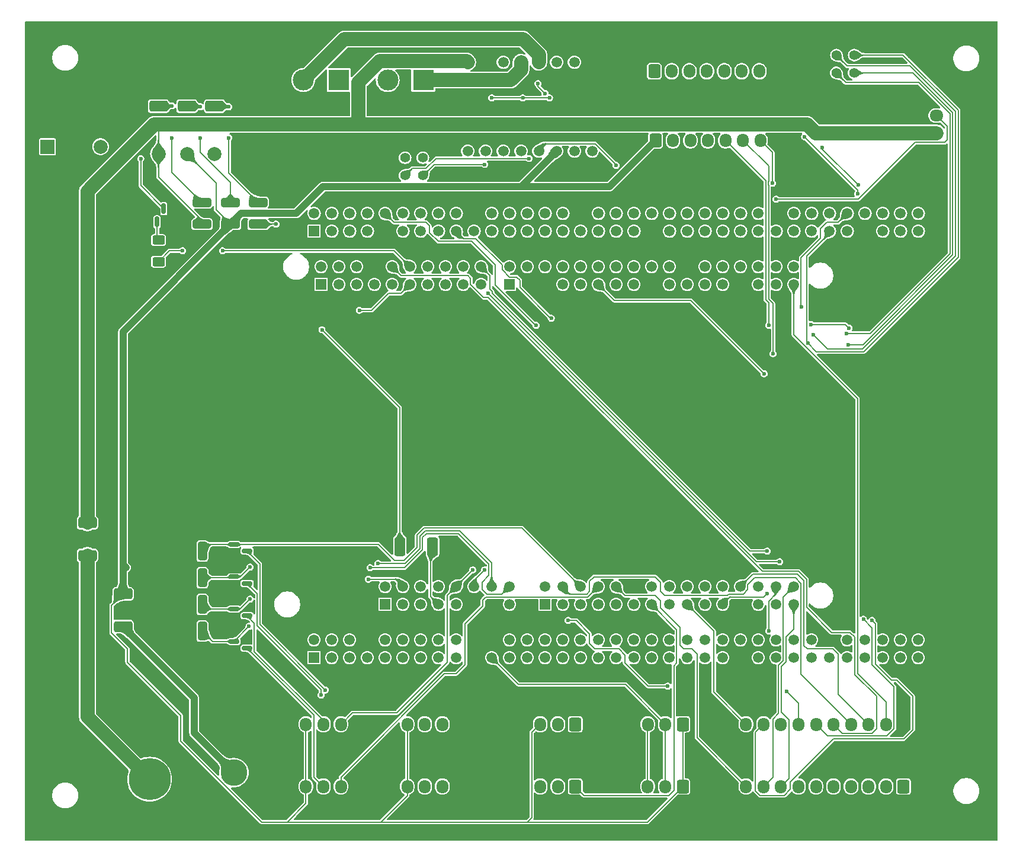
<source format=gbr>
%TF.GenerationSoftware,KiCad,Pcbnew,8.0.2-rc1*%
%TF.CreationDate,2024-12-09T19:43:04+01:00*%
%TF.ProjectId,Carte-Principale,43617274-652d-4507-9269-6e636970616c,rev?*%
%TF.SameCoordinates,Original*%
%TF.FileFunction,Copper,L1,Top*%
%TF.FilePolarity,Positive*%
%FSLAX46Y46*%
G04 Gerber Fmt 4.6, Leading zero omitted, Abs format (unit mm)*
G04 Created by KiCad (PCBNEW 8.0.2-rc1) date 2024-12-09 19:43:04*
%MOMM*%
%LPD*%
G01*
G04 APERTURE LIST*
G04 Aperture macros list*
%AMRoundRect*
0 Rectangle with rounded corners*
0 $1 Rounding radius*
0 $2 $3 $4 $5 $6 $7 $8 $9 X,Y pos of 4 corners*
0 Add a 4 corners polygon primitive as box body*
4,1,4,$2,$3,$4,$5,$6,$7,$8,$9,$2,$3,0*
0 Add four circle primitives for the rounded corners*
1,1,$1+$1,$2,$3*
1,1,$1+$1,$4,$5*
1,1,$1+$1,$6,$7*
1,1,$1+$1,$8,$9*
0 Add four rect primitives between the rounded corners*
20,1,$1+$1,$2,$3,$4,$5,0*
20,1,$1+$1,$4,$5,$6,$7,0*
20,1,$1+$1,$6,$7,$8,$9,0*
20,1,$1+$1,$8,$9,$2,$3,0*%
G04 Aperture macros list end*
%TA.AperFunction,Conductor*%
%ADD10C,0.200000*%
%TD*%
%TA.AperFunction,SMDPad,CuDef*%
%ADD11RoundRect,0.150000X0.150000X-0.587500X0.150000X0.587500X-0.150000X0.587500X-0.150000X-0.587500X0*%
%TD*%
%TA.AperFunction,ComponentPad*%
%ADD12RoundRect,0.250000X0.600000X0.725000X-0.600000X0.725000X-0.600000X-0.725000X0.600000X-0.725000X0*%
%TD*%
%TA.AperFunction,ComponentPad*%
%ADD13O,1.700000X1.950000*%
%TD*%
%TA.AperFunction,ComponentPad*%
%ADD14C,1.508000*%
%TD*%
%TA.AperFunction,ComponentPad*%
%ADD15C,1.400000*%
%TD*%
%TA.AperFunction,ComponentPad*%
%ADD16R,3.000000X3.000000*%
%TD*%
%TA.AperFunction,ComponentPad*%
%ADD17C,3.000000*%
%TD*%
%TA.AperFunction,SMDPad,CuDef*%
%ADD18RoundRect,0.249999X-1.075001X0.512501X-1.075001X-0.512501X1.075001X-0.512501X1.075001X0.512501X0*%
%TD*%
%TA.AperFunction,ComponentPad*%
%ADD19R,1.700000X1.700000*%
%TD*%
%TA.AperFunction,ComponentPad*%
%ADD20O,1.700000X1.700000*%
%TD*%
%TA.AperFunction,ComponentPad*%
%ADD21R,1.508000X1.508000*%
%TD*%
%TA.AperFunction,ComponentPad*%
%ADD22C,2.000000*%
%TD*%
%TA.AperFunction,SMDPad,CuDef*%
%ADD23RoundRect,0.249999X0.512501X1.075001X-0.512501X1.075001X-0.512501X-1.075001X0.512501X-1.075001X0*%
%TD*%
%TA.AperFunction,SMDPad,CuDef*%
%ADD24RoundRect,0.250000X-0.400000X-1.075000X0.400000X-1.075000X0.400000X1.075000X-0.400000X1.075000X0*%
%TD*%
%TA.AperFunction,SMDPad,CuDef*%
%ADD25RoundRect,0.150000X-0.587500X-0.150000X0.587500X-0.150000X0.587500X0.150000X-0.587500X0.150000X0*%
%TD*%
%TA.AperFunction,ComponentPad*%
%ADD26R,3.800000X3.800000*%
%TD*%
%TA.AperFunction,ComponentPad*%
%ADD27C,3.800000*%
%TD*%
%TA.AperFunction,ComponentPad*%
%ADD28RoundRect,0.250000X0.725000X-0.600000X0.725000X0.600000X-0.725000X0.600000X-0.725000X-0.600000X0*%
%TD*%
%TA.AperFunction,ComponentPad*%
%ADD29O,1.950000X1.700000*%
%TD*%
%TA.AperFunction,ComponentPad*%
%ADD30R,2.000000X2.000000*%
%TD*%
%TA.AperFunction,SMDPad,CuDef*%
%ADD31RoundRect,0.250000X0.625000X-0.400000X0.625000X0.400000X-0.625000X0.400000X-0.625000X-0.400000X0*%
%TD*%
%TA.AperFunction,ComponentPad*%
%ADD32RoundRect,0.250000X-0.600000X-0.725000X0.600000X-0.725000X0.600000X0.725000X-0.600000X0.725000X0*%
%TD*%
%TA.AperFunction,SMDPad,CuDef*%
%ADD33RoundRect,0.250000X1.075000X-0.400000X1.075000X0.400000X-1.075000X0.400000X-1.075000X-0.400000X0*%
%TD*%
%TA.AperFunction,SMDPad,CuDef*%
%ADD34RoundRect,0.249999X1.075001X-0.512501X1.075001X0.512501X-1.075001X0.512501X-1.075001X-0.512501X0*%
%TD*%
%TA.AperFunction,ComponentPad*%
%ADD35RoundRect,1.500000X-1.500000X1.500000X-1.500000X-1.500000X1.500000X-1.500000X1.500000X1.500000X0*%
%TD*%
%TA.AperFunction,ComponentPad*%
%ADD36C,6.000000*%
%TD*%
%TA.AperFunction,ViaPad*%
%ADD37C,0.600000*%
%TD*%
%TA.AperFunction,Conductor*%
%ADD38C,2.000000*%
%TD*%
%TA.AperFunction,Conductor*%
%ADD39C,1.000000*%
%TD*%
G04 APERTURE END LIST*
%TO.N,GND*%
D10*
X85249000Y-29845000D02*
X101949000Y-29845000D01*
X101949000Y-35245000D01*
X85249000Y-35245000D01*
X85249000Y-29845000D01*
%TA.AperFunction,Conductor*%
G36*
X85249000Y-29845000D02*
G01*
X101949000Y-29845000D01*
X101949000Y-35245000D01*
X85249000Y-35245000D01*
X85249000Y-29845000D01*
G37*
%TD.AperFunction*%
%TD*%
D11*
%TO.P,Q1,1,B*%
%TO.N,Net-(Q1-B)*%
X89340000Y-58367500D03*
%TO.P,Q1,2,E*%
%TO.N,GND*%
X91240000Y-58367500D03*
%TO.P,Q1,3,C*%
%TO.N,Net-(BZ1--)*%
X90290000Y-56492500D03*
%TD*%
D12*
%TO.P,J6,1,Pin_1*%
%TO.N,/DEBUG_RX*%
X149105000Y-130175000D03*
D13*
%TO.P,J6,2,Pin_2*%
%TO.N,/DEBUG_TX*%
X146605000Y-130175000D03*
%TO.P,J6,3,Pin_3*%
%TO.N,+5V*%
X144105000Y-130175000D03*
%TO.P,J6,4,Pin_4*%
%TO.N,GND*%
X141605000Y-130175000D03*
%TD*%
D14*
%TO.P,DRV1,1A,1A*%
%TO.N,/Moteurs/MOTOR1A*%
X146431000Y-35560000D03*
%TO.P,DRV1,1B,1B*%
%TO.N,/Moteurs/MOTOR1B*%
X143891000Y-35560000D03*
%TO.P,DRV1,2A,2A*%
%TO.N,/Moteurs/MOTOR2A*%
X141351000Y-35560000D03*
%TO.P,DRV1,2B,2B*%
%TO.N,/Moteurs/MOTOR2B*%
X138811000Y-35560000D03*
%TO.P,DRV1,EN1,EN1*%
%TO.N,/PB13*%
X151511000Y-48260000D03*
%TO.P,DRV1,EN2,EN2*%
%TO.N,/PB15*%
X148971000Y-48260000D03*
%TO.P,DRV1,FLT,FLT*%
%TO.N,/PB12*%
X148971000Y-35560000D03*
%TO.P,DRV1,GND,GND*%
%TO.N,GND*%
X151511000Y-35560000D03*
%TO.P,DRV1,GND1,GND1*%
X136271000Y-35560000D03*
%TO.P,DRV1,IN1,IN1*%
%TO.N,/Moteurs/IN1*%
X141351000Y-48260000D03*
%TO.P,DRV1,IN2,IN2*%
%TO.N,/Moteurs/IN2*%
X138811000Y-48260000D03*
%TO.P,DRV1,IN3,IN3*%
%TO.N,/Moteurs/IN3*%
X136271000Y-48260000D03*
%TO.P,DRV1,IN4,IN4*%
%TO.N,/Moteurs/IN4*%
X133731000Y-48260000D03*
%TO.P,DRV1,RST,RST*%
%TO.N,/PA15*%
X143891000Y-48260000D03*
%TO.P,DRV1,SLP,SLP*%
%TO.N,+5V*%
X146431000Y-48260000D03*
%TO.P,DRV1,VMOT,VMOT*%
%TO.N,+12VA*%
X133731000Y-35560000D03*
%TD*%
D15*
%TO.P,TP6,1,1*%
%TO.N,/PE9*%
X127321000Y-51750000D03*
%TO.P,TP6,2,2*%
%TO.N,/PE11*%
X124781000Y-51750000D03*
%TD*%
D16*
%TO.P,J5,1,Pin_1*%
%TO.N,/Moteurs/MOTOR2A*%
X127381000Y-38100000D03*
D17*
%TO.P,J5,2,Pin_2*%
%TO.N,/Moteurs/MOTOR2B*%
X122301000Y-38100000D03*
%TD*%
D18*
%TO.P,D6,1,K*%
%TO.N,GND*%
X97536000Y-37159500D03*
%TO.P,D6,2,A*%
%TO.N,Net-(D6-A)*%
X97536000Y-41834500D03*
%TD*%
D19*
%TO.P,J2,1,Pin_1*%
%TO.N,GND*%
X116840000Y-48768000D03*
D20*
%TO.P,J2,2,Pin_2*%
X114300000Y-48768000D03*
%TO.P,J2,3,Pin_3*%
X111760000Y-48768000D03*
%TO.P,J2,4,Pin_4*%
X109220000Y-48768000D03*
%TD*%
D21*
%TO.P,U2,CN3_1,GND_CN3*%
%TO.N,GND*%
X83815000Y-120650000D03*
D14*
%TO.P,U2,CN3_2,GND_CN3*%
X86355000Y-120650000D03*
D21*
%TO.P,U2,CN4_1,GND_CN4*%
X83815000Y-57150000D03*
D14*
%TO.P,U2,CN4_2,GND_CN4*%
X86355000Y-57150000D03*
D21*
%TO.P,U2,CN7_1,D16/I2S_A_MCK*%
%TO.N,/AX12_RX*%
X112771000Y-67310000D03*
D14*
%TO.P,U2,CN7_2,D15/I2C_A_SCL*%
%TO.N,unconnected-(U2E-D15{slash}I2C_A_SCL-PadCN7_2)*%
X112771000Y-64770000D03*
%TO.P,U2,CN7_3,D17/I2S_A_SD*%
%TO.N,/PB15*%
X115311000Y-67310000D03*
%TO.P,U2,CN7_4,D14/I2C_A_SDA*%
%TO.N,unconnected-(U2E-D14{slash}I2C_A_SDA-PadCN7_4)*%
X115311000Y-64770000D03*
%TO.P,U2,CN7_5,D18/I2S_A_CK*%
%TO.N,/PB13*%
X117851000Y-67310000D03*
%TO.P,U2,CN7_6,VREFP_CN7*%
%TO.N,unconnected-(U2E-VREFP_CN7-PadCN7_6)*%
X117851000Y-64770000D03*
%TO.P,U2,CN7_7,D19/I2S_A_WS*%
%TO.N,/PB12*%
X120391000Y-67310000D03*
%TO.P,U2,CN7_8,GND_CN7*%
%TO.N,GND*%
X120391000Y-64770000D03*
%TO.P,U2,CN7_9,D20/I2S_B_WS*%
%TO.N,/PA15*%
X122931000Y-67310000D03*
%TO.P,U2,CN7_10,D13/SPI_A_SCK*%
%TO.N,/PA5*%
X122931000Y-64770000D03*
%TO.P,U2,CN7_11,D21/I2S_B_MCK*%
%TO.N,/AX12_RX*%
X125471000Y-67310000D03*
%TO.P,U2,CN7_12,D12/SPI_A_MISO*%
%TO.N,/PA6*%
X125471000Y-64770000D03*
%TO.P,U2,CN7_13,D22/I2S_B_SD/SPI_B_MOSI*%
%TO.N,unconnected-(U2E-D22{slash}I2S_B_SD{slash}SPI_B_MOSI-PadCN7_13)*%
X128011000Y-67310000D03*
%TO.P,U2,CN7_14,D11/SPI_A_MOSI/TIM_E_PWM1*%
%TO.N,unconnected-(U2E-D11{slash}SPI_A_MOSI{slash}TIM_E_PWM1-PadCN7_14)*%
X128011000Y-64770000D03*
%TO.P,U2,CN7_15,D23/I2S_B_CK/SPI_B_SCK*%
%TO.N,unconnected-(U2E-D23{slash}I2S_B_CK{slash}SPI_B_SCK-PadCN7_15)*%
X130551000Y-67310000D03*
%TO.P,U2,CN7_16,D10/SPI_A_CS/TIM_B_PWM3*%
%TO.N,unconnected-(U2E-D10{slash}SPI_A_CS{slash}TIM_B_PWM3-PadCN7_16)*%
X130551000Y-64770000D03*
%TO.P,U2,CN7_17,D24/SPI_B_NSS*%
%TO.N,/PA4*%
X133091000Y-67310000D03*
%TO.P,U2,CN7_18,D9/TIMER_B_PWM2*%
%TO.N,unconnected-(U2E-D9{slash}TIMER_B_PWM2-PadCN7_18)*%
X133091000Y-64770000D03*
%TO.P,U2,CN7_19,D25/SPI_B_MISO*%
%TO.N,unconnected-(U2E-D25{slash}SPI_B_MISO-PadCN7_19)*%
X135631000Y-67310000D03*
%TO.P,U2,CN7_20,D8/IO*%
%TO.N,/PF3*%
X135631000Y-64770000D03*
D21*
%TO.P,U2,CN8_1,NC_CN8*%
%TO.N,unconnected-(U2C-NC_CN8-PadCN8_1)*%
X121915000Y-113030000D03*
D14*
%TO.P,U2,CN8_2,D43/SDMMC_D0*%
%TO.N,/PC8*%
X121915000Y-110490000D03*
%TO.P,U2,CN8_3,IOREF_CN8*%
%TO.N,unconnected-(U2C-IOREF_CN8-PadCN8_3)*%
X124455000Y-113030000D03*
%TO.P,U2,CN8_4,D44/SDMMC_D1/I2S_A_CKIN*%
%TO.N,/PC9*%
X124455000Y-110490000D03*
%TO.P,U2,CN8_5,NRST_CN8*%
%TO.N,unconnected-(U2C-NRST_CN8-PadCN8_5)*%
X126995000Y-113030000D03*
%TO.P,U2,CN8_6,D45/SDMMC_D2*%
%TO.N,/PC10*%
X126995000Y-110490000D03*
%TO.P,U2,CN8_7,3V3_CN8*%
%TO.N,Net-(U2C-3V3_CN8)*%
X129535000Y-113030000D03*
%TO.P,U2,CN8_8,D46/SDMMC_D3*%
%TO.N,/PC11*%
X129535000Y-110490000D03*
%TO.P,U2,CN8_9,5V_CN8*%
%TO.N,unconnected-(U2C-5V_CN8-PadCN8_9)*%
X132075000Y-113030000D03*
%TO.P,U2,CN8_10,D47/SDMMC_CK*%
%TO.N,/PC12*%
X132075000Y-110490000D03*
%TO.P,U2,CN8_11,GND_CN8*%
%TO.N,GND*%
X134615000Y-113030000D03*
%TO.P,U2,CN8_12,D48/SDMMC_CMD*%
%TO.N,/PD2*%
X134615000Y-110490000D03*
%TO.P,U2,CN8_13,GND_CN8*%
%TO.N,GND*%
X137155000Y-113030000D03*
%TO.P,U2,CN8_14,D49/IO*%
%TO.N,/PG2*%
X137155000Y-110490000D03*
%TO.P,U2,CN8_15,VIN_CN8*%
%TO.N,unconnected-(U2C-VIN_CN8-PadCN8_15)*%
X139695000Y-113030000D03*
%TO.P,U2,CN8_16,D50/IO*%
%TO.N,/PG3*%
X139695000Y-110490000D03*
D21*
%TO.P,U2,CN9_1,A0/ADC12_INP15*%
%TO.N,unconnected-(U2D-A0{slash}ADC12_INP15-PadCN9_1)*%
X144775000Y-113030000D03*
D14*
%TO.P,U2,CN9_2,D51/USART_B_SCLK*%
%TO.N,/PD7*%
X144775000Y-110490000D03*
%TO.P,U2,CN9_3,A1/ADC123_INP10*%
%TO.N,unconnected-(U2D-A1{slash}ADC123_INP10-PadCN9_3)*%
X147315000Y-113030000D03*
%TO.P,U2,CN9_4,D52/USART_B_RX*%
%TO.N,/PD6*%
X147315000Y-110490000D03*
%TO.P,U2,CN9_5,A2/ADC12_INP13*%
%TO.N,unconnected-(U2D-A2{slash}ADC12_INP13-PadCN9_5)*%
X149855000Y-113030000D03*
%TO.P,U2,CN9_6,D53/USART_B_TX*%
%TO.N,/PD5*%
X149855000Y-110490000D03*
%TO.P,U2,CN9_7,A3/ADC12_INP5*%
%TO.N,unconnected-(U2D-A3{slash}ADC12_INP5-PadCN9_7)*%
X152395000Y-113030000D03*
%TO.P,U2,CN9_8,D54/USART_B_RTS*%
%TO.N,/PD4*%
X152395000Y-110490000D03*
%TO.P,U2,CN9_9,A4/ADC123_INP12/I2C1_SDA*%
%TO.N,unconnected-(U2D-A4{slash}ADC123_INP12{slash}I2C1_SDA-PadCN9_9)*%
X154935000Y-113030000D03*
%TO.P,U2,CN9_10,D55/USART_B_CTS*%
%TO.N,/PD3*%
X154935000Y-110490000D03*
%TO.P,U2,CN9_11,A5/ADC3_INP6/I2C1_SCL*%
%TO.N,unconnected-(U2D-A5{slash}ADC3_INP6{slash}I2C1_SCL-PadCN9_11)*%
X157475000Y-113030000D03*
%TO.P,U2,CN9_12,GND_CN9*%
%TO.N,GND*%
X157475000Y-110490000D03*
%TO.P,U2,CN9_13,D72/COMP1_INP*%
%TO.N,/PB2*%
X160015000Y-113030000D03*
%TO.P,U2,CN9_14,D56/SAI_A_MCLK*%
%TO.N,/PE2*%
X160015000Y-110490000D03*
%TO.P,U2,CN9_15,D71/COMP2_INP*%
%TO.N,unconnected-(U2D-D71{slash}COMP2_INP-PadCN9_15)*%
X162555000Y-113030000D03*
%TO.P,U2,CN9_16,D57/SAI_A_FS*%
%TO.N,/PE4*%
X162555000Y-110490000D03*
%TO.P,U2,CN9_17,D70/I2C_B_SMBA*%
%TO.N,/PF2*%
X165095000Y-113030000D03*
%TO.P,U2,CN9_18,D58/SAI_A_SCK*%
%TO.N,/PE5*%
X165095000Y-110490000D03*
%TO.P,U2,CN9_19,D69/I2C_B_SCL*%
%TO.N,/I2C2_SCL*%
X167635000Y-113030000D03*
%TO.P,U2,CN9_20,D59/SAI_A_SD*%
%TO.N,unconnected-(U2D-D59{slash}SAI_A_SD-PadCN9_20)*%
X167635000Y-110490000D03*
%TO.P,U2,CN9_21,D68/I2C_B_SDA*%
%TO.N,/I2C2_SDA*%
X170175000Y-113030000D03*
%TO.P,U2,CN9_22,D60/SAI_B_SD*%
%TO.N,/PE3*%
X170175000Y-110490000D03*
%TO.P,U2,CN9_23,GND_CN9*%
%TO.N,GND*%
X172715000Y-113030000D03*
%TO.P,U2,CN9_24,D61/SAI_B_SCK*%
%TO.N,/PF8*%
X172715000Y-110490000D03*
%TO.P,U2,CN9_25,D67/CAN_RX*%
%TO.N,/PD0*%
X175255000Y-113030000D03*
%TO.P,U2,CN9_26,D62/SAI_B_MCLK*%
%TO.N,/Encodeur_Droit_B*%
X175255000Y-110490000D03*
%TO.P,U2,CN9_27,D66/CAN_TX*%
%TO.N,/PD1*%
X177795000Y-113030000D03*
%TO.P,U2,CN9_28,D63/SAI_B_FS*%
%TO.N,/PF9*%
X177795000Y-110490000D03*
%TO.P,U2,CN9_29,D65/IO*%
%TO.N,/PG0*%
X180335000Y-113030000D03*
%TO.P,U2,CN9_30,D64/IO*%
%TO.N,/PG1*%
X180335000Y-110490000D03*
D21*
%TO.P,U2,CN10_1,AVDD*%
%TO.N,unconnected-(U2F-AVDD-PadCN10_1)*%
X139695000Y-67310000D03*
D14*
%TO.P,U2,CN10_2,D7/IO*%
%TO.N,unconnected-(U2F-D7{slash}IO-PadCN10_2)*%
X139695000Y-64770000D03*
%TO.P,U2,CN10_3,AGND_CN10*%
%TO.N,GND*%
X142235000Y-67310000D03*
%TO.P,U2,CN10_4,D6/TIMER_A_PWM1*%
%TO.N,/PE9*%
X142235000Y-64770000D03*
%TO.P,U2,CN10_5,GND_CN10*%
%TO.N,GND*%
X144775000Y-67310000D03*
%TO.P,U2,CN10_6,D5/TIMER_A_PWM2*%
%TO.N,/PE11*%
X144775000Y-64770000D03*
%TO.P,U2,CN10_7,A6/ADC_A_IN*%
%TO.N,/PF4*%
X147315000Y-67310000D03*
%TO.P,U2,CN10_8,D4/IO*%
%TO.N,unconnected-(U2F-D4{slash}IO-PadCN10_8)*%
X147315000Y-64770000D03*
%TO.P,U2,CN10_9,A7/ADC_B_IN*%
%TO.N,/PF5*%
X149855000Y-67310000D03*
%TO.P,U2,CN10_10,D3/TIMER_A_PWM3*%
%TO.N,unconnected-(U2F-D3{slash}TIMER_A_PWM3-PadCN10_10)*%
X149855000Y-64770000D03*
%TO.P,U2,CN10_11,A8/ADC_C_IN*%
%TO.N,/Encodeur_Droit_A*%
X152395000Y-67310000D03*
%TO.P,U2,CN10_12,D2/IO*%
%TO.N,unconnected-(U2F-D2{slash}IO-PadCN10_12)*%
X152395000Y-64770000D03*
%TO.P,U2,CN10_13,D26/QSPI_CS*%
%TO.N,/PG6*%
X154935000Y-67310000D03*
%TO.P,U2,CN10_14,D1/USART_A_TX*%
%TO.N,unconnected-(U2F-D1{slash}USART_A_TX-PadCN10_14)*%
X154935000Y-64770000D03*
%TO.P,U2,CN10_15,D27/QSPI_CLK*%
%TO.N,unconnected-(U2F-D27{slash}QSPI_CLK-PadCN10_15)*%
X157475000Y-67310000D03*
%TO.P,U2,CN10_16,D0/USART_A_RX*%
%TO.N,unconnected-(U2F-D0{slash}USART_A_RX-PadCN10_16)*%
X157475000Y-64770000D03*
%TO.P,U2,CN10_17,GND_CN10*%
%TO.N,GND*%
X160015000Y-67310000D03*
%TO.P,U2,CN10_18,D42/TIMER_A_PWM1N*%
%TO.N,/PE8*%
X160015000Y-64770000D03*
%TO.P,U2,CN10_19,D28/QSPI_BK1_IO3*%
%TO.N,/PD13*%
X162555000Y-67310000D03*
%TO.P,U2,CN10_20,D41/TIMER_A_ETR*%
%TO.N,/PE7*%
X162555000Y-64770000D03*
%TO.P,U2,CN10_21,D29/QSPI_BK1_IO1*%
%TO.N,/PD12*%
X165095000Y-67310000D03*
%TO.P,U2,CN10_22,GND_CN10*%
%TO.N,GND*%
X165095000Y-64770000D03*
%TO.P,U2,CN10_23,D30/QSPI_BK1_IO0*%
%TO.N,/PD11*%
X167635000Y-67310000D03*
%TO.P,U2,CN10_24,D40/TIMER_A_PWM2N*%
%TO.N,/PE10*%
X167635000Y-64770000D03*
%TO.P,U2,CN10_25,D31/QSPI_BK1_IO2*%
%TO.N,unconnected-(U2F-D31{slash}QSPI_BK1_IO2-PadCN10_25)*%
X170175000Y-67310000D03*
%TO.P,U2,CN10_26,D39/TIMER_A_PWM3N*%
%TO.N,/PE12*%
X170175000Y-64770000D03*
%TO.P,U2,CN10_27,GND_CN10*%
%TO.N,GND*%
X172715000Y-67310000D03*
%TO.P,U2,CN10_28,D38/TIMER_A_BKIN2*%
%TO.N,/PE6*%
X172715000Y-64770000D03*
%TO.P,U2,CN10_29,D32/TIMER_C_PWM1*%
%TO.N,/PA0*%
X175255000Y-67310000D03*
%TO.P,U2,CN10_30,D37/TIMER_A_BKIN1*%
%TO.N,/PE15*%
X175255000Y-64770000D03*
%TO.P,U2,CN10_31,D33/TIMER_D_PWM1*%
%TO.N,unconnected-(U2F-D33{slash}TIMER_D_PWM1-PadCN10_31)*%
X177795000Y-67310000D03*
%TO.P,U2,CN10_32,D36/TIMER_C_PWM2*%
%TO.N,/PB10*%
X177795000Y-64770000D03*
%TO.P,U2,CN10_33,D34/TIMER_B_ETR*%
%TO.N,/PE0*%
X180335000Y-67310000D03*
%TO.P,U2,CN10_34,D35/TIMER_C_PWM3*%
%TO.N,/PB11*%
X180335000Y-64770000D03*
D21*
%TO.P,U2,CN11_1,PC10*%
%TO.N,unconnected-(U2A-PC10-PadCN11_1)*%
X111755000Y-120650000D03*
D14*
%TO.P,U2,CN11_2,PC11*%
%TO.N,unconnected-(U2A-PC11-PadCN11_2)*%
X111755000Y-118110000D03*
%TO.P,U2,CN11_3,PC12*%
%TO.N,unconnected-(U2A-PC12-PadCN11_3)*%
X114295000Y-120650000D03*
%TO.P,U2,CN11_4,PD2*%
%TO.N,unconnected-(U2A-PD2-PadCN11_4)*%
X114295000Y-118110000D03*
%TO.P,U2,CN11_5,3V3_VDD*%
%TO.N,unconnected-(U2A-3V3_VDD-PadCN11_5)*%
X116835000Y-120650000D03*
%TO.P,U2,CN11_6,5V_EXT*%
%TO.N,+5V*%
X116835000Y-118110000D03*
%TO.P,U2,CN11_7,BOOT0*%
%TO.N,unconnected-(U2A-BOOT0-PadCN11_7)*%
X119375000Y-120650000D03*
%TO.P,U2,CN11_8,GND_CN11*%
%TO.N,GND*%
X119375000Y-118110000D03*
%TO.P,U2,CN11_9,PF6*%
%TO.N,unconnected-(U2A-PF6-PadCN11_9)*%
X121915000Y-120650000D03*
%TO.P,U2,CN11_10,NC*%
%TO.N,unconnected-(U2A-NC-PadCN11_10)*%
X121915000Y-118110000D03*
%TO.P,U2,CN11_11,PF7*%
%TO.N,unconnected-(U2A-PF7-PadCN11_11)*%
X124455000Y-120650000D03*
%TO.P,U2,CN11_12,IOREF*%
%TO.N,unconnected-(U2A-IOREF-PadCN11_12)*%
X124455000Y-118110000D03*
%TO.P,U2,CN11_13,PA13*%
%TO.N,unconnected-(U2A-PA13-PadCN11_13)*%
X126995000Y-120650000D03*
%TO.P,U2,CN11_14,NRST*%
%TO.N,unconnected-(U2A-NRST-PadCN11_14)*%
X126995000Y-118110000D03*
%TO.P,U2,CN11_15,PA14*%
%TO.N,unconnected-(U2A-PA14-PadCN11_15)*%
X129535000Y-120650000D03*
%TO.P,U2,CN11_16,3V3*%
%TO.N,unconnected-(U2A-3V3-PadCN11_16)*%
X129535000Y-118110000D03*
%TO.P,U2,CN11_17,PA15*%
%TO.N,unconnected-(U2A-PA15-PadCN11_17)*%
X132075000Y-120650000D03*
%TO.P,U2,CN11_18,5V*%
%TO.N,unconnected-(U2A-5V-PadCN11_18)*%
X132075000Y-118110000D03*
%TO.P,U2,CN11_19,GND_CN11*%
%TO.N,GND*%
X134615000Y-120650000D03*
%TO.P,U2,CN11_20,GND_CN11*%
X134615000Y-118110000D03*
%TO.P,U2,CN11_21,PB7*%
%TO.N,/I2C1_SDA*%
X137155000Y-120650000D03*
%TO.P,U2,CN11_22,GND_CN11*%
%TO.N,GND*%
X137155000Y-118110000D03*
%TO.P,U2,CN11_23,PC13*%
%TO.N,unconnected-(U2A-PC13-PadCN11_23)*%
X139695000Y-120650000D03*
%TO.P,U2,CN11_24,VIN*%
%TO.N,unconnected-(U2A-VIN-PadCN11_24)*%
X139695000Y-118110000D03*
%TO.P,U2,CN11_25,PC14*%
%TO.N,unconnected-(U2A-PC14-PadCN11_25)*%
X142235000Y-120650000D03*
%TO.P,U2,CN11_26,NC*%
%TO.N,unconnected-(U2A-NC-PadCN11_26)*%
X142235000Y-118110000D03*
%TO.P,U2,CN11_27,PC15*%
%TO.N,unconnected-(U2A-PC15-PadCN11_27)*%
X144775000Y-120650000D03*
%TO.P,U2,CN11_28,PA0*%
%TO.N,unconnected-(U2A-PA0-PadCN11_28)*%
X144775000Y-118110000D03*
%TO.P,U2,CN11_29,PH0*%
%TO.N,unconnected-(U2A-PH0-PadCN11_29)*%
X147315000Y-120650000D03*
%TO.P,U2,CN11_30,PA1*%
%TO.N,unconnected-(U2A-PA1-PadCN11_30)*%
X147315000Y-118110000D03*
%TO.P,U2,CN11_31,PH1*%
%TO.N,unconnected-(U2A-PH1-PadCN11_31)*%
X149855000Y-120650000D03*
%TO.P,U2,CN11_32,PA4*%
%TO.N,unconnected-(U2A-PA4-PadCN11_32)*%
X149855000Y-118110000D03*
%TO.P,U2,CN11_33,VBAT*%
%TO.N,unconnected-(U2A-VBAT-PadCN11_33)*%
X152395000Y-120650000D03*
%TO.P,U2,CN11_34,PB0*%
%TO.N,unconnected-(U2A-PB0-PadCN11_34)*%
X152395000Y-118110000D03*
%TO.P,U2,CN11_35,PC2*%
%TO.N,unconnected-(U2A-PC2-PadCN11_35)*%
X154935000Y-120650000D03*
%TO.P,U2,CN11_36,PC1*%
%TO.N,unconnected-(U2A-PC1-PadCN11_36)*%
X154935000Y-118110000D03*
%TO.P,U2,CN11_37,PC3*%
%TO.N,unconnected-(U2A-PC3-PadCN11_37)*%
X157475000Y-120650000D03*
%TO.P,U2,CN11_38,PC0*%
%TO.N,unconnected-(U2A-PC0-PadCN11_38)*%
X157475000Y-118110000D03*
%TO.P,U2,CN11_39,PD4*%
%TO.N,unconnected-(U2A-PD4-PadCN11_39)*%
X160015000Y-120650000D03*
%TO.P,U2,CN11_40,PD3*%
%TO.N,unconnected-(U2A-PD3-PadCN11_40)*%
X160015000Y-118110000D03*
%TO.P,U2,CN11_41,PD5*%
%TO.N,unconnected-(U2A-PD5-PadCN11_41)*%
X162555000Y-120650000D03*
%TO.P,U2,CN11_42,PG2*%
%TO.N,unconnected-(U2A-PG2-PadCN11_42)*%
X162555000Y-118110000D03*
%TO.P,U2,CN11_43,PD6*%
%TO.N,unconnected-(U2A-PD6-PadCN11_43)*%
X165095000Y-120650000D03*
%TO.P,U2,CN11_44,PG3*%
%TO.N,unconnected-(U2A-PG3-PadCN11_44)*%
X165095000Y-118110000D03*
%TO.P,U2,CN11_45,PD7*%
%TO.N,unconnected-(U2A-PD7-PadCN11_45)*%
X167635000Y-120650000D03*
%TO.P,U2,CN11_46,PE2*%
%TO.N,unconnected-(U2A-PE2-PadCN11_46)*%
X167635000Y-118110000D03*
%TO.P,U2,CN11_47,PE3*%
%TO.N,unconnected-(U2A-PE3-PadCN11_47)*%
X170175000Y-120650000D03*
%TO.P,U2,CN11_48,PE4*%
%TO.N,unconnected-(U2A-PE4-PadCN11_48)*%
X170175000Y-118110000D03*
%TO.P,U2,CN11_49,GND_CN11*%
%TO.N,GND*%
X172715000Y-120650000D03*
%TO.P,U2,CN11_50,PE5*%
%TO.N,unconnected-(U2A-PE5-PadCN11_50)*%
X172715000Y-118110000D03*
%TO.P,U2,CN11_51,PF1*%
%TO.N,unconnected-(U2A-PF1-PadCN11_51)*%
X175255000Y-120650000D03*
%TO.P,U2,CN11_52,PF2*%
%TO.N,unconnected-(U2A-PF2-PadCN11_52)*%
X175255000Y-118110000D03*
%TO.P,U2,CN11_53,PF0*%
%TO.N,unconnected-(U2A-PF0-PadCN11_53)*%
X177795000Y-120650000D03*
%TO.P,U2,CN11_54,PF8*%
%TO.N,unconnected-(U2A-PF8-PadCN11_54)*%
X177795000Y-118110000D03*
%TO.P,U2,CN11_55,PD1*%
%TO.N,unconnected-(U2A-PD1-PadCN11_55)*%
X180335000Y-120650000D03*
%TO.P,U2,CN11_56,PF9*%
%TO.N,unconnected-(U2A-PF9-PadCN11_56)*%
X180335000Y-118110000D03*
%TO.P,U2,CN11_57,PD0*%
%TO.N,unconnected-(U2A-PD0-PadCN11_57)*%
X182875000Y-120650000D03*
%TO.P,U2,CN11_58,PG1*%
%TO.N,unconnected-(U2A-PG1-PadCN11_58)*%
X182875000Y-118110000D03*
%TO.P,U2,CN11_59,PG0*%
%TO.N,unconnected-(U2A-PG0-PadCN11_59)*%
X185415000Y-120650000D03*
%TO.P,U2,CN11_60,GND_CN11*%
%TO.N,GND*%
X185415000Y-118110000D03*
%TO.P,U2,CN11_61,PE1*%
%TO.N,unconnected-(U2A-PE1-PadCN11_61)*%
X187955000Y-120650000D03*
%TO.P,U2,CN11_62,PE6*%
%TO.N,unconnected-(U2A-PE6-PadCN11_62)*%
X187955000Y-118110000D03*
%TO.P,U2,CN11_63,PG9*%
%TO.N,unconnected-(U2A-PG9-PadCN11_63)*%
X190495000Y-120650000D03*
%TO.P,U2,CN11_64,PG15*%
%TO.N,unconnected-(U2A-PG15-PadCN11_64)*%
X190495000Y-118110000D03*
%TO.P,U2,CN11_65,PG12*%
%TO.N,unconnected-(U2A-PG12-PadCN11_65)*%
X193035000Y-120650000D03*
%TO.P,U2,CN11_66,PG10*%
%TO.N,unconnected-(U2A-PG10-PadCN11_66)*%
X193035000Y-118110000D03*
%TO.P,U2,CN11_67,NC*%
%TO.N,unconnected-(U2A-NC-PadCN11_67)*%
X195575000Y-120650000D03*
%TO.P,U2,CN11_68,PG13*%
%TO.N,unconnected-(U2A-PG13-PadCN11_68)*%
X195575000Y-118110000D03*
%TO.P,U2,CN11_69,PD9*%
%TO.N,/DEBUG_RX*%
X198115000Y-120650000D03*
%TO.P,U2,CN11_70,PG11*%
%TO.N,unconnected-(U2A-PG11-PadCN11_70)*%
X198115000Y-118110000D03*
D21*
%TO.P,U2,CN12_1,PC9*%
%TO.N,unconnected-(U2B-PC9-PadCN12_1)*%
X111775000Y-59690000D03*
D14*
%TO.P,U2,CN12_2,PC8*%
%TO.N,unconnected-(U2B-PC8-PadCN12_2)*%
X111775000Y-57150000D03*
%TO.P,U2,CN12_3,PB8*%
%TO.N,unconnected-(U2B-PB8-PadCN12_3)*%
X114315000Y-59690000D03*
%TO.P,U2,CN12_4,PC6*%
%TO.N,unconnected-(U2B-PC6-PadCN12_4)*%
X114315000Y-57150000D03*
%TO.P,U2,CN12_5,PB9*%
%TO.N,unconnected-(U2B-PB9-PadCN12_5)*%
X116855000Y-59690000D03*
%TO.P,U2,CN12_6,PC5*%
%TO.N,unconnected-(U2B-PC5-PadCN12_6)*%
X116855000Y-57150000D03*
%TO.P,U2,CN12_7,VREFP*%
%TO.N,unconnected-(U2B-VREFP-PadCN12_7)*%
X119395000Y-59690000D03*
%TO.P,U2,CN12_8,5V_USB_STLK*%
%TO.N,unconnected-(U2B-5V_USB_STLK-PadCN12_8)*%
X119395000Y-57150000D03*
%TO.P,U2,CN12_9,GND_CN12*%
%TO.N,GND*%
X121935000Y-59690000D03*
%TO.P,U2,CN12_10,PD8*%
%TO.N,/DEBUG_TX*%
X121935000Y-57150000D03*
%TO.P,U2,CN12_11,PA5*%
%TO.N,unconnected-(U2B-PA5-PadCN12_11)*%
X124475000Y-59690000D03*
%TO.P,U2,CN12_12,PA12*%
%TO.N,unconnected-(U2B-PA12-PadCN12_12)*%
X124475000Y-57150000D03*
%TO.P,U2,CN12_13,PA6*%
%TO.N,unconnected-(U2B-PA6-PadCN12_13)*%
X127015000Y-59690000D03*
%TO.P,U2,CN12_14,PA11*%
%TO.N,unconnected-(U2B-PA11-PadCN12_14)*%
X127015000Y-57150000D03*
%TO.P,U2,CN12_15,PA7*%
%TO.N,unconnected-(U2B-PA7-PadCN12_15)*%
X129555000Y-59690000D03*
%TO.P,U2,CN12_16,PB12*%
%TO.N,unconnected-(U2B-PB12-PadCN12_16)*%
X129555000Y-57150000D03*
%TO.P,U2,CN12_17,PB6*%
%TO.N,/I2C1_SCL*%
X132095000Y-59690000D03*
%TO.P,U2,CN12_18,PB11*%
%TO.N,unconnected-(U2B-PB11-PadCN12_18)*%
X132095000Y-57150000D03*
%TO.P,U2,CN12_19,PC7*%
%TO.N,unconnected-(U2B-PC7-PadCN12_19)*%
X134635000Y-59690000D03*
%TO.P,U2,CN12_20,GND_CN12*%
%TO.N,GND*%
X134635000Y-57150000D03*
%TO.P,U2,CN12_21,PA9*%
%TO.N,unconnected-(U2B-PA9-PadCN12_21)*%
X137175000Y-59690000D03*
%TO.P,U2,CN12_22,PB2*%
%TO.N,unconnected-(U2B-PB2-PadCN12_22)*%
X137175000Y-57150000D03*
%TO.P,U2,CN12_23,PA8*%
%TO.N,unconnected-(U2B-PA8-PadCN12_23)*%
X139715000Y-59690000D03*
%TO.P,U2,CN12_24,PB1*%
%TO.N,unconnected-(U2B-PB1-PadCN12_24)*%
X139715000Y-57150000D03*
%TO.P,U2,CN12_25,PB10*%
%TO.N,unconnected-(U2B-PB10-PadCN12_25)*%
X142255000Y-59690000D03*
%TO.P,U2,CN12_26,PB15*%
%TO.N,unconnected-(U2B-PB15-PadCN12_26)*%
X142255000Y-57150000D03*
%TO.P,U2,CN12_27,PB4*%
%TO.N,unconnected-(U2B-PB4-PadCN12_27)*%
X144795000Y-59690000D03*
%TO.P,U2,CN12_28,PB14*%
%TO.N,unconnected-(U2B-PB14-PadCN12_28)*%
X144795000Y-57150000D03*
%TO.P,U2,CN12_29,PB5*%
%TO.N,unconnected-(U2B-PB5-PadCN12_29)*%
X147335000Y-59690000D03*
%TO.P,U2,CN12_30,PB13*%
%TO.N,unconnected-(U2B-PB13-PadCN12_30)*%
X147335000Y-57150000D03*
%TO.P,U2,CN12_31,PB3*%
%TO.N,unconnected-(U2B-PB3-PadCN12_31)*%
X149875000Y-59690000D03*
%TO.P,U2,CN12_32,AGND_CN12*%
%TO.N,GND*%
X149875000Y-57150000D03*
%TO.P,U2,CN12_33,PA10*%
%TO.N,unconnected-(U2B-PA10-PadCN12_33)*%
X152415000Y-59690000D03*
%TO.P,U2,CN12_34,PC4*%
%TO.N,unconnected-(U2B-PC4-PadCN12_34)*%
X152415000Y-57150000D03*
%TO.P,U2,CN12_35,PA2*%
%TO.N,unconnected-(U2B-PA2-PadCN12_35)*%
X154955000Y-59690000D03*
%TO.P,U2,CN12_36,PF5*%
%TO.N,unconnected-(U2B-PF5-PadCN12_36)*%
X154955000Y-57150000D03*
%TO.P,U2,CN12_37,PA3*%
%TO.N,unconnected-(U2B-PA3-PadCN12_37)*%
X157495000Y-59690000D03*
%TO.P,U2,CN12_38,PF4*%
%TO.N,unconnected-(U2B-PF4-PadCN12_38)*%
X157495000Y-57150000D03*
%TO.P,U2,CN12_39,GND_CN12*%
%TO.N,GND*%
X160035000Y-59690000D03*
%TO.P,U2,CN12_40,PE8*%
%TO.N,unconnected-(U2B-PE8-PadCN12_40)*%
X160035000Y-57150000D03*
%TO.P,U2,CN12_41,PD13*%
%TO.N,unconnected-(U2B-PD13-PadCN12_41)*%
X162575000Y-59690000D03*
%TO.P,U2,CN12_42,PF10*%
%TO.N,unconnected-(U2B-PF10-PadCN12_42)*%
X162575000Y-57150000D03*
%TO.P,U2,CN12_43,PD12*%
%TO.N,unconnected-(U2B-PD12-PadCN12_43)*%
X165115000Y-59690000D03*
%TO.P,U2,CN12_44,PE7*%
%TO.N,unconnected-(U2B-PE7-PadCN12_44)*%
X165115000Y-57150000D03*
%TO.P,U2,CN12_45,PD11*%
%TO.N,unconnected-(U2B-PD11-PadCN12_45)*%
X167655000Y-59690000D03*
%TO.P,U2,CN12_46,PD14*%
%TO.N,unconnected-(U2B-PD14-PadCN12_46)*%
X167655000Y-57150000D03*
%TO.P,U2,CN12_47,PE10*%
%TO.N,unconnected-(U2B-PE10-PadCN12_47)*%
X170195000Y-59690000D03*
%TO.P,U2,CN12_48,PD15*%
%TO.N,unconnected-(U2B-PD15-PadCN12_48)*%
X170195000Y-57150000D03*
%TO.P,U2,CN12_49,PE12*%
%TO.N,unconnected-(U2B-PE12-PadCN12_49)*%
X172735000Y-59690000D03*
%TO.P,U2,CN12_50,PF14*%
%TO.N,unconnected-(U2B-PF14-PadCN12_50)*%
X172735000Y-57150000D03*
%TO.P,U2,CN12_51,PE14*%
%TO.N,unconnected-(U2B-PE14-PadCN12_51)*%
X175275000Y-59690000D03*
%TO.P,U2,CN12_52,PE9*%
%TO.N,unconnected-(U2B-PE9-PadCN12_52)*%
X175275000Y-57150000D03*
%TO.P,U2,CN12_53,PE15*%
%TO.N,unconnected-(U2B-PE15-PadCN12_53)*%
X177815000Y-59690000D03*
%TO.P,U2,CN12_54,GND_CN12*%
%TO.N,GND*%
X177815000Y-57150000D03*
%TO.P,U2,CN12_55,PE13*%
%TO.N,unconnected-(U2B-PE13-PadCN12_55)*%
X180355000Y-59690000D03*
%TO.P,U2,CN12_56,PE11*%
%TO.N,unconnected-(U2B-PE11-PadCN12_56)*%
X180355000Y-57150000D03*
%TO.P,U2,CN12_57,PF13*%
%TO.N,unconnected-(U2B-PF13-PadCN12_57)*%
X182895000Y-59690000D03*
%TO.P,U2,CN12_58,PF3*%
%TO.N,unconnected-(U2B-PF3-PadCN12_58)*%
X182895000Y-57150000D03*
%TO.P,U2,CN12_59,PF12*%
%TO.N,/Encodeur_Gauche_B*%
X185435000Y-59690000D03*
%TO.P,U2,CN12_60,PF15*%
%TO.N,unconnected-(U2B-PF15-PadCN12_60)*%
X185435000Y-57150000D03*
%TO.P,U2,CN12_61,PG14*%
%TO.N,unconnected-(U2B-PG14-PadCN12_61)*%
X187975000Y-59690000D03*
%TO.P,U2,CN12_62,PF11*%
%TO.N,/Encodeur_Gauche_A*%
X187975000Y-57150000D03*
%TO.P,U2,CN12_63,GND_CN12*%
%TO.N,GND*%
X190515000Y-59690000D03*
%TO.P,U2,CN12_64,PE0*%
%TO.N,unconnected-(U2B-PE0-PadCN12_64)*%
X190515000Y-57150000D03*
%TO.P,U2,CN12_65,PD10*%
%TO.N,unconnected-(U2B-PD10-PadCN12_65)*%
X193055000Y-59690000D03*
%TO.P,U2,CN12_66,PG8*%
%TO.N,unconnected-(U2B-PG8-PadCN12_66)*%
X193055000Y-57150000D03*
%TO.P,U2,CN12_67,PG7*%
%TO.N,unconnected-(U2B-PG7-PadCN12_67)*%
X195595000Y-59690000D03*
%TO.P,U2,CN12_68,PG5*%
%TO.N,unconnected-(U2B-PG5-PadCN12_68)*%
X195595000Y-57150000D03*
%TO.P,U2,CN12_69,PG4*%
%TO.N,unconnected-(U2B-PG4-PadCN12_69)*%
X198135000Y-59690000D03*
%TO.P,U2,CN12_70,PG6*%
%TO.N,unconnected-(U2B-PG6-PadCN12_70)*%
X198135000Y-57150000D03*
D21*
%TO.P,U2,CN15_1,GND_CN15*%
%TO.N,GND*%
X200675000Y-59690000D03*
D14*
%TO.P,U2,CN15_2,GND_CN15*%
X200675000Y-57150000D03*
D21*
%TO.P,U2,CN16_1,GND_CN16*%
X200655000Y-120650000D03*
D14*
%TO.P,U2,CN16_2,GND_CN16*%
X200655000Y-118110000D03*
%TD*%
D22*
%TO.P,TP3,1,1*%
%TO.N,+5V*%
X93599000Y-48641000D03*
%TD*%
D23*
%TO.P,F3,1*%
%TO.N,Net-(U2C-3V3_CN8)*%
X128702500Y-104775000D03*
%TO.P,F3,2*%
%TO.N,+3.3V*%
X124027500Y-104775000D03*
%TD*%
D24*
%TO.P,R12,1*%
%TO.N,GND*%
X92710000Y-116840000D03*
%TO.P,R12,2*%
%TO.N,/PC9*%
X95810000Y-116840000D03*
%TD*%
D25*
%TO.P,Q5,1,G*%
%TO.N,/PC9*%
X100330000Y-118335000D03*
%TO.P,Q5,2,S*%
%TO.N,GND*%
X100330000Y-120235000D03*
%TO.P,Q5,3,D*%
%TO.N,Net-(Q5-D)*%
X102205000Y-119285000D03*
%TD*%
D24*
%TO.P,R11,1*%
%TO.N,GND*%
X92710000Y-105410000D03*
%TO.P,R11,2*%
%TO.N,/PD5*%
X95810000Y-105410000D03*
%TD*%
D12*
%TO.P,J18,1,Pin_1*%
%TO.N,+5V*%
X164465000Y-139065000D03*
D13*
%TO.P,J18,2,Pin_2*%
%TO.N,/I2C1_SDA*%
X161965000Y-139065000D03*
%TO.P,J18,3,Pin_3*%
%TO.N,/I2C1_SCL*%
X159465000Y-139065000D03*
%TO.P,J18,4,Pin_4*%
%TO.N,GND*%
X156965000Y-139065000D03*
%TD*%
D26*
%TO.P,J4,1,Pin_1*%
%TO.N,GND*%
X100330000Y-132080000D03*
D27*
%TO.P,J4,2,Pin_2*%
%TO.N,Net-(J4-Pin_2)*%
X100330000Y-137080000D03*
%TD*%
D12*
%TO.P,SW2,1,1*%
%TO.N,GND*%
X118110000Y-130175000D03*
D13*
%TO.P,SW2,2,2*%
%TO.N,/PC12*%
X115610000Y-130175000D03*
%TO.P,SW2,3,K*%
%TO.N,Net-(Q4-D)*%
X113110000Y-130175000D03*
%TO.P,SW2,4,A*%
%TO.N,+5V*%
X110610000Y-130175000D03*
%TD*%
D28*
%TO.P,J15,1,Pin_1*%
%TO.N,GND*%
X200770000Y-48180000D03*
D29*
%TO.P,J15,2,Pin_2*%
%TO.N,+12VA*%
X200770000Y-45680000D03*
%TO.P,J15,3,Pin_3*%
%TO.N,/AX12_RX*%
X200770000Y-43180000D03*
%TD*%
D25*
%TO.P,Q3,1,G*%
%TO.N,/PG2*%
X100330000Y-109085000D03*
%TO.P,Q3,2,S*%
%TO.N,GND*%
X100330000Y-110985000D03*
%TO.P,Q3,3,D*%
%TO.N,Net-(Q3-D)*%
X102205000Y-110035000D03*
%TD*%
D30*
%TO.P,BZ1,1,+*%
%TO.N,+5V*%
X73660000Y-47625000D03*
D22*
%TO.P,BZ1,2,-*%
%TO.N,Net-(BZ1--)*%
X81260000Y-47625000D03*
%TD*%
D31*
%TO.P,R2,1*%
%TO.N,/PA6*%
X89535000Y-64060000D03*
%TO.P,R2,2*%
%TO.N,Net-(Q1-B)*%
X89535000Y-60960000D03*
%TD*%
D15*
%TO.P,TP9,1,1*%
%TO.N,/Encodeur_Droit_A*%
X186416000Y-37084000D03*
%TO.P,TP9,2,2*%
%TO.N,/Encodeur_Droit_B*%
X188956000Y-37084000D03*
%TD*%
D32*
%TO.P,J8,1,Pin_1*%
%TO.N,+5V*%
X160401000Y-36850000D03*
D13*
%TO.P,J8,2,Pin_2*%
%TO.N,/Encodeurs/Z+_DROITE*%
X162901000Y-36850000D03*
%TO.P,J8,3,Pin_3*%
%TO.N,/Encodeurs/Z-_DROITE*%
X165401000Y-36850000D03*
%TO.P,J8,4,Pin_4*%
%TO.N,/Encodeurs/B-_DROITE*%
X167901000Y-36850000D03*
%TO.P,J8,5,Pin_5*%
%TO.N,/Encodeurs/B+_DROITE*%
X170401000Y-36850000D03*
%TO.P,J8,6,Pin_6*%
%TO.N,/Encodeurs/A+_DROITE*%
X172901000Y-36850000D03*
%TO.P,J8,7,Pin_7*%
%TO.N,/Encodeurs/A-_DROITE*%
X175401000Y-36850000D03*
%TO.P,J8,8,Pin_8*%
%TO.N,GND*%
X177901000Y-36850000D03*
%TD*%
D18*
%TO.P,D7,1,K*%
%TO.N,GND*%
X89535000Y-37159500D03*
%TO.P,D7,2,A*%
%TO.N,Net-(D7-A)*%
X89535000Y-41834500D03*
%TD*%
D12*
%TO.P,SW4,1,1*%
%TO.N,GND*%
X132595573Y-130174181D03*
D13*
%TO.P,SW4,2,2*%
%TO.N,/PD2*%
X130095573Y-130174181D03*
%TO.P,SW4,3,K*%
%TO.N,Net-(Q2-D)*%
X127595573Y-130174181D03*
%TO.P,SW4,4,A*%
%TO.N,+5V*%
X125095573Y-130174181D03*
%TD*%
D22*
%TO.P,TP5,1,1*%
%TO.N,+12VA*%
X89535000Y-48641000D03*
%TD*%
D12*
%TO.P,J21,1,Pin_1*%
%TO.N,+5V*%
X164472000Y-130175819D03*
D13*
%TO.P,J21,2,Pin_2*%
%TO.N,/I2C1_SDA*%
X161972000Y-130175819D03*
%TO.P,J21,3,Pin_3*%
%TO.N,/I2C1_SCL*%
X159472000Y-130175819D03*
%TO.P,J21,4,Pin_4*%
%TO.N,GND*%
X156972000Y-130175819D03*
%TD*%
D18*
%TO.P,D5,1,K*%
%TO.N,GND*%
X93599000Y-37159500D03*
%TO.P,D5,2,A*%
%TO.N,Net-(D5-A)*%
X93599000Y-41834500D03*
%TD*%
D33*
%TO.P,R3,1*%
%TO.N,+5V*%
X99821250Y-58705000D03*
%TO.P,R3,2*%
%TO.N,Net-(D5-A)*%
X99821250Y-55605000D03*
%TD*%
D32*
%TO.P,J13,1,Pin_1*%
%TO.N,+5V*%
X160568000Y-46736000D03*
D13*
%TO.P,J13,2,Pin_2*%
%TO.N,/Encodeurs/Z+_GAUCHE*%
X163068000Y-46736000D03*
%TO.P,J13,3,Pin_3*%
%TO.N,/Encodeurs/Z-_GAUCHE*%
X165568000Y-46736000D03*
%TO.P,J13,4,Pin_4*%
%TO.N,/Encodeurs/B-_GAUCHE*%
X168068000Y-46736000D03*
%TO.P,J13,5,Pin_5*%
%TO.N,/Encodeurs/B+_GAUCHE*%
X170568000Y-46736000D03*
%TO.P,J13,6,Pin_6*%
%TO.N,/Encodeurs/A+_GAUCHE*%
X173068000Y-46736000D03*
%TO.P,J13,7,Pin_7*%
%TO.N,/Encodeurs/A-_GAUCHE*%
X175568000Y-46736000D03*
%TO.P,J13,8,Pin_8*%
%TO.N,GND*%
X178068000Y-46736000D03*
%TD*%
D24*
%TO.P,R10,1*%
%TO.N,GND*%
X92710000Y-109220000D03*
%TO.P,R10,2*%
%TO.N,/PG2*%
X95810000Y-109220000D03*
%TD*%
D12*
%TO.P,J7,1,Pin_1*%
%TO.N,GND*%
X196015000Y-130175000D03*
D13*
%TO.P,J7,2,Pin_2*%
%TO.N,/PE0*%
X193515000Y-130175000D03*
%TO.P,J7,3,Pin_3*%
%TO.N,/PF8*%
X191015000Y-130175000D03*
%TO.P,J7,4,Pin_4*%
%TO.N,/PD6*%
X188515000Y-130175000D03*
%TO.P,J7,5,Pin_5*%
%TO.N,/PA5*%
X186015000Y-130175000D03*
%TO.P,J7,6,Pin_6*%
%TO.N,/PA4*%
X183515000Y-130175000D03*
%TO.P,J7,7,Pin_7*%
%TO.N,/PD7*%
X181015000Y-130175000D03*
%TO.P,J7,8,Pin_8*%
%TO.N,/PF9*%
X178515000Y-130175000D03*
%TO.P,J7,9,Pin_9*%
%TO.N,/PF3*%
X176015000Y-130175000D03*
%TO.P,J7,10,Pin_10*%
%TO.N,/PF2*%
X173515000Y-130175000D03*
%TD*%
D22*
%TO.P,TP2,1,1*%
%TO.N,GND*%
X101981000Y-48641000D03*
%TD*%
D34*
%TO.P,F1,1*%
%TO.N,Net-(J3-Pin_2)*%
X79375000Y-106045000D03*
%TO.P,F1,2*%
%TO.N,+12VA*%
X79375000Y-101370000D03*
%TD*%
D25*
%TO.P,Q4,1,G*%
%TO.N,/PG3*%
X100330000Y-113710000D03*
%TO.P,Q4,2,S*%
%TO.N,GND*%
X100330000Y-115610000D03*
%TO.P,Q4,3,D*%
%TO.N,Net-(Q4-D)*%
X102205000Y-114660000D03*
%TD*%
D12*
%TO.P,J9,1,Pin_1*%
%TO.N,/PB2*%
X149105000Y-139065000D03*
D13*
%TO.P,J9,2,Pin_2*%
%TO.N,/PC11*%
X146605000Y-139065000D03*
%TO.P,J9,3,Pin_3*%
%TO.N,/PC10*%
X144105000Y-139065000D03*
%TO.P,J9,4,Pin_4*%
%TO.N,GND*%
X141605000Y-139065000D03*
%TD*%
D35*
%TO.P,J3,1,Pin_1*%
%TO.N,GND*%
X88265000Y-130810000D03*
D36*
%TO.P,J3,2,Pin_2*%
%TO.N,Net-(J3-Pin_2)*%
X88265000Y-138010000D03*
%TD*%
D12*
%TO.P,SW1,1,1*%
%TO.N,GND*%
X118110000Y-139065000D03*
D13*
%TO.P,SW1,2,2*%
%TO.N,/PD4*%
X115610000Y-139065000D03*
%TO.P,SW1,3,K*%
%TO.N,Net-(Q5-D)*%
X113110000Y-139065000D03*
%TO.P,SW1,4,A*%
%TO.N,+5V*%
X110610000Y-139065000D03*
%TD*%
D24*
%TO.P,R9,1*%
%TO.N,GND*%
X92710000Y-113030000D03*
%TO.P,R9,2*%
%TO.N,/PG3*%
X95810000Y-113030000D03*
%TD*%
D33*
%TO.P,R4,1*%
%TO.N,+12VA*%
X95757250Y-58700000D03*
%TO.P,R4,2*%
%TO.N,Net-(D7-A)*%
X95757250Y-55600000D03*
%TD*%
D34*
%TO.P,F2,1*%
%TO.N,Net-(J4-Pin_2)*%
X84455000Y-116205000D03*
%TO.P,F2,2*%
%TO.N,+5V*%
X84455000Y-111530000D03*
%TD*%
D12*
%TO.P,J10,1,Pin_1*%
%TO.N,/I2C2_SCL*%
X196015000Y-139065000D03*
D13*
%TO.P,J10,2,Pin_2*%
%TO.N,/I2C2_SDA*%
X193515000Y-139065000D03*
%TO.P,J10,3,Pin_3*%
%TO.N,/PD1*%
X191015000Y-139065000D03*
%TO.P,J10,4,Pin_4*%
%TO.N,/PE2*%
X188515000Y-139065000D03*
%TO.P,J10,5,Pin_5*%
%TO.N,/PE3*%
X186015000Y-139065000D03*
%TO.P,J10,6,Pin_6*%
%TO.N,/PE4*%
X183515000Y-139065000D03*
%TO.P,J10,7,Pin_7*%
%TO.N,/PE5*%
X181015000Y-139065000D03*
%TO.P,J10,8,Pin_8*%
%TO.N,/PG0*%
X178515000Y-139065000D03*
%TO.P,J10,9,Pin_9*%
%TO.N,/PG1*%
X176015000Y-139065000D03*
%TO.P,J10,10,Pin_10*%
%TO.N,/PD3*%
X173515000Y-139065000D03*
%TD*%
D25*
%TO.P,Q2,1,G*%
%TO.N,/PD5*%
X100330000Y-104460000D03*
%TO.P,Q2,2,S*%
%TO.N,GND*%
X100330000Y-106360000D03*
%TO.P,Q2,3,D*%
%TO.N,Net-(Q2-D)*%
X102205000Y-105410000D03*
%TD*%
D15*
%TO.P,TP7,1,1*%
%TO.N,/PF5*%
X127321000Y-49210000D03*
%TO.P,TP7,2,2*%
%TO.N,/PF4*%
X124781000Y-49210000D03*
%TD*%
D33*
%TO.P,R1,1*%
%TO.N,+3.3V*%
X103758250Y-58700000D03*
%TO.P,R1,2*%
%TO.N,Net-(D6-A)*%
X103758250Y-55600000D03*
%TD*%
D16*
%TO.P,J1,1,Pin_1*%
%TO.N,/Moteurs/MOTOR1A*%
X115316000Y-38100000D03*
D17*
%TO.P,J1,2,Pin_2*%
%TO.N,/Moteurs/MOTOR1B*%
X110236000Y-38100000D03*
%TD*%
D22*
%TO.P,TP1,1,1*%
%TO.N,+3.3V*%
X97536000Y-48641000D03*
%TD*%
D15*
%TO.P,TP8,1,1*%
%TO.N,/Encodeur_Gauche_A*%
X186436000Y-34544000D03*
%TO.P,TP8,2,2*%
%TO.N,/Encodeur_Gauche_B*%
X188976000Y-34544000D03*
%TD*%
D12*
%TO.P,SW3,1,1*%
%TO.N,GND*%
X132595573Y-139064181D03*
D13*
%TO.P,SW3,2,2*%
%TO.N,/PC8*%
X130095573Y-139064181D03*
%TO.P,SW3,3,K*%
%TO.N,Net-(Q3-D)*%
X127595573Y-139064181D03*
%TO.P,SW3,4,A*%
%TO.N,+5V*%
X125095573Y-139064181D03*
%TD*%
D37*
%TO.N,GND*%
X154305000Y-46609000D03*
X155829000Y-46609000D03*
X139700000Y-46228000D03*
X84328000Y-125984000D03*
X153543000Y-46609000D03*
X85090000Y-125984000D03*
X167640000Y-41021000D03*
X165100000Y-123190000D03*
X85090000Y-124714000D03*
X164211000Y-123190000D03*
X155829000Y-42799000D03*
X85090000Y-125349000D03*
X169545000Y-129413000D03*
X153543000Y-42799000D03*
X156083000Y-115951000D03*
X168783000Y-129413000D03*
X156845000Y-115189000D03*
X178816000Y-38481000D03*
X156845000Y-115951000D03*
X146304000Y-46482000D03*
X154305000Y-42799000D03*
X156083000Y-115189000D03*
X83566000Y-124714000D03*
X168910000Y-41021000D03*
X137160000Y-33782000D03*
X83566000Y-125984000D03*
X168783000Y-130302000D03*
X169926000Y-71628000D03*
X168910000Y-40005000D03*
X83566000Y-125349000D03*
X121412000Y-42799000D03*
X134874000Y-45974000D03*
X169545000Y-130302000D03*
X121412000Y-46101000D03*
X122301000Y-42799000D03*
X84328000Y-124714000D03*
X155067000Y-42799000D03*
X179197000Y-39116000D03*
X135128000Y-33782000D03*
X169926000Y-69088000D03*
X136144000Y-33782000D03*
X155067000Y-46609000D03*
X142748000Y-46228000D03*
X167640000Y-40005000D03*
X122174000Y-46101000D03*
X84328000Y-125349000D03*
%TO.N,Net-(Q2-D)*%
X113376000Y-125265316D03*
%TO.N,Net-(Q3-D)*%
X112776000Y-125984000D03*
%TO.N,/I2C2_SDA*%
X176516056Y-111506000D03*
%TO.N,/PC9*%
X102475000Y-116190000D03*
X119519760Y-109436000D03*
%TO.N,/PE9*%
X136167500Y-50165000D03*
%TO.N,/PF3*%
X176530000Y-105410000D03*
X191516000Y-115316000D03*
%TO.N,/PD7*%
X162306000Y-124714000D03*
X179324000Y-125476000D03*
X148082000Y-115316000D03*
%TO.N,/PC12*%
X134453000Y-108112000D03*
%TO.N,/Encodeur_Droit_A*%
X187833000Y-74295000D03*
X176085500Y-80073500D03*
%TO.N,/PE11*%
X142494000Y-49314000D03*
%TO.N,/PF4*%
X144780000Y-40005000D03*
X143764000Y-38608000D03*
%TO.N,/Encodeur_Droit_B*%
X188087000Y-75916235D03*
%TO.N,/PF9*%
X176784000Y-116840000D03*
%TO.N,/Encodeur_Gauche_B*%
X182372000Y-75692000D03*
%TO.N,/I2C1_SCL*%
X145669000Y-72136000D03*
%TO.N,/PA15*%
X154940000Y-50292000D03*
%TO.N,/AX12_RX*%
X177800000Y-55118000D03*
X118237000Y-70996000D03*
%TO.N,/PG2*%
X120904000Y-107188000D03*
X102616000Y-107696000D03*
%TO.N,/PA6*%
X92964000Y-62484000D03*
X98679000Y-62484000D03*
%TO.N,/PD2*%
X136144000Y-108112000D03*
%TO.N,/PG3*%
X102616000Y-112268000D03*
X119780000Y-107788000D03*
%TO.N,/DEBUG_TX*%
X143510000Y-73152000D03*
%TO.N,Net-(BZ1--)*%
X86995000Y-49341000D03*
%TO.N,/PA4*%
X178308000Y-106934000D03*
X136652000Y-68580000D03*
X190288858Y-115146142D03*
%TO.N,/Encodeur_Gauche_A*%
X183161000Y-74503000D03*
X181439735Y-70528265D03*
%TO.N,+5V*%
X84899500Y-107759500D03*
%TO.N,+3.3V*%
X106325000Y-58700000D03*
X145415000Y-40640000D03*
X137160000Y-40640000D03*
X141605000Y-40640000D03*
X112902000Y-73786000D03*
X182795000Y-73035276D03*
X188214000Y-73533000D03*
%TO.N,/Encodeurs/B+_DROITE*%
X189599812Y-53115283D03*
X184443228Y-47712772D03*
%TO.N,/Encodeurs/B+_GAUCHE*%
X176784000Y-73152000D03*
%TO.N,/Encodeurs/A-_GAUCHE*%
X177329000Y-52832000D03*
%TO.N,/Encodeurs/A+_GAUCHE*%
X177384000Y-77211000D03*
%TO.N,/Encodeurs/B-_DROITE*%
X189461000Y-54356001D03*
X181882839Y-46209161D03*
%TO.N,Net-(D5-A)*%
X95504000Y-41910000D03*
X95504000Y-46355000D03*
%TO.N,Net-(D6-A)*%
X99568000Y-41910000D03*
X99568000Y-46355000D03*
%TO.N,Net-(D7-A)*%
X91440000Y-46355000D03*
X91440000Y-41783000D03*
%TD*%
D10*
%TO.N,Net-(Q2-D)*%
X104042500Y-115931815D02*
X104042500Y-107247500D01*
X104042500Y-107247500D02*
X102205000Y-105410000D01*
X113376000Y-125265315D02*
X104042500Y-115931815D01*
X113376000Y-125265316D02*
X113376000Y-125265315D01*
%TO.N,Net-(Q3-D)*%
X103642500Y-111472500D02*
X102205000Y-110035000D01*
X103642500Y-116097501D02*
X103642500Y-111472500D01*
X112776000Y-125231001D02*
X103642500Y-116097501D01*
X112776000Y-125984000D02*
X112776000Y-125231001D01*
%TO.N,Net-(Q4-D)*%
X103242500Y-119756814D02*
X103242500Y-115697500D01*
X113110000Y-130175000D02*
X113110000Y-129624314D01*
X113110000Y-129624314D02*
X103242500Y-119756814D01*
X103242500Y-115697500D02*
X102205000Y-114660000D01*
%TO.N,/I2C2_SDA*%
X176516056Y-111506000D02*
X176046056Y-111976000D01*
X176046056Y-111976000D02*
X171229000Y-111976000D01*
X171229000Y-111976000D02*
X170175000Y-113030000D01*
%TO.N,/PA5*%
X124201000Y-66040000D02*
X122931000Y-64770000D01*
X181013686Y-108312000D02*
X175818314Y-108312000D01*
X189041000Y-117705418D02*
X188391582Y-117056000D01*
X134145000Y-66441418D02*
X133743582Y-66040000D01*
X136686314Y-69180000D02*
X136010418Y-69180000D01*
X136010418Y-69180000D02*
X134145000Y-67314582D01*
X188391582Y-117056000D02*
X185763000Y-117056000D01*
X189041000Y-123058686D02*
X189041000Y-117705418D01*
X192165000Y-130776346D02*
X192165000Y-126182686D01*
X187290000Y-131450000D02*
X191491346Y-131450000D01*
X192165000Y-126182686D02*
X189041000Y-123058686D01*
X182189000Y-109487314D02*
X181013686Y-108312000D01*
X182189000Y-113482000D02*
X182189000Y-109487314D01*
X185763000Y-117056000D02*
X182189000Y-113482000D01*
X175818314Y-108312000D02*
X136686314Y-69180000D01*
X191491346Y-131450000D02*
X192165000Y-130776346D01*
X133743582Y-66040000D02*
X124201000Y-66040000D01*
X186015000Y-130175000D02*
X187290000Y-131450000D01*
X134145000Y-67314582D02*
X134145000Y-66441418D01*
%TO.N,Net-(Q1-B)*%
X89340000Y-60765000D02*
X89535000Y-60960000D01*
X89340000Y-58367500D02*
X89340000Y-60765000D01*
%TO.N,/PG1*%
X178849000Y-111976000D02*
X180335000Y-110490000D01*
X177365000Y-137715000D02*
X177365000Y-129433340D01*
X177365000Y-129433340D02*
X178162000Y-128636340D01*
X178162000Y-128636340D02*
X178162000Y-121773582D01*
X178849000Y-121086582D02*
X178849000Y-111976000D01*
X178162000Y-121773582D02*
X178849000Y-121086582D01*
X176015000Y-139065000D02*
X177365000Y-137715000D01*
%TO.N,/PC9*%
X97305000Y-118335000D02*
X100330000Y-118335000D01*
X102475000Y-116190000D02*
X100330000Y-118335000D01*
X119519760Y-109436000D02*
X123401000Y-109436000D01*
X123401000Y-109436000D02*
X124455000Y-110490000D01*
X95810000Y-116840000D02*
X97305000Y-118335000D01*
%TO.N,/PE9*%
X127321000Y-51750000D02*
X128906000Y-50165000D01*
X128906000Y-50165000D02*
X136167500Y-50165000D01*
%TO.N,/PF2*%
X168910000Y-116845000D02*
X165095000Y-113030000D01*
X168910000Y-125570000D02*
X168910000Y-116845000D01*
X173515000Y-130175000D02*
X168910000Y-125570000D01*
%TO.N,/PF3*%
X174047686Y-105410000D02*
X137252000Y-68614314D01*
X136906000Y-67985471D02*
X136906000Y-66045000D01*
X178991346Y-140340000D02*
X179865000Y-139466346D01*
X194270001Y-123854315D02*
X191981000Y-121565314D01*
X197358000Y-130941744D02*
X197358000Y-126147315D01*
X174865000Y-131325000D02*
X174865000Y-139666346D01*
X191981000Y-115781000D02*
X191516000Y-115316000D01*
X179865000Y-139466346D02*
X179865000Y-138397000D01*
X137252000Y-68614314D02*
X137252000Y-68331471D01*
X176530000Y-105410000D02*
X174047686Y-105410000D01*
X197358000Y-126147315D02*
X195065000Y-123854315D01*
X175538654Y-140340000D02*
X178991346Y-140340000D01*
X196049744Y-132250000D02*
X197358000Y-130941744D01*
X176015000Y-130175000D02*
X174865000Y-131325000D01*
X186012000Y-132250000D02*
X196049744Y-132250000D01*
X191981000Y-121565314D02*
X191981000Y-115781000D01*
X195065000Y-123854315D02*
X194270001Y-123854315D01*
X179865000Y-138397000D02*
X186012000Y-132250000D01*
X137252000Y-68331471D02*
X136906000Y-67985471D01*
X174865000Y-139666346D02*
X175538654Y-140340000D01*
X136906000Y-66045000D02*
X135631000Y-64770000D01*
%TO.N,/PD7*%
X151130000Y-117221000D02*
X149225000Y-115316000D01*
X156210000Y-121412000D02*
X156210000Y-120269000D01*
X151130000Y-118585000D02*
X151130000Y-117221000D01*
X162306000Y-124714000D02*
X159512000Y-124714000D01*
X149225000Y-115316000D02*
X148082000Y-115316000D01*
X151925000Y-119380000D02*
X151130000Y-118585000D01*
X181015000Y-127167000D02*
X179324000Y-125476000D01*
X181015000Y-130175000D02*
X181015000Y-127167000D01*
X155321000Y-119380000D02*
X151925000Y-119380000D01*
X159512000Y-124714000D02*
X156210000Y-121412000D01*
X156210000Y-120269000D02*
X155321000Y-119380000D01*
%TO.N,/PC12*%
X134453000Y-108112000D02*
X132075000Y-110490000D01*
X130810000Y-111755000D02*
X132075000Y-110490000D01*
X130810000Y-121297582D02*
X130810000Y-111755000D01*
X123583582Y-128524000D02*
X130810000Y-121297582D01*
X115610000Y-130175000D02*
X117261000Y-128524000D01*
X117261000Y-128524000D02*
X123583582Y-128524000D01*
%TO.N,/Encodeur_Droit_A*%
X187833000Y-74295000D02*
X191273628Y-74295000D01*
X198176484Y-38468170D02*
X187800170Y-38468170D01*
X202654000Y-62914628D02*
X202654000Y-42945686D01*
X202654000Y-42945686D02*
X198176484Y-38468170D01*
X191273628Y-74295000D02*
X202654000Y-62914628D01*
X187800170Y-38468170D02*
X186416000Y-37084000D01*
X154681000Y-69596000D02*
X152395000Y-67310000D01*
X165608000Y-69596000D02*
X154681000Y-69596000D01*
X176085500Y-80073500D02*
X165608000Y-69596000D01*
D38*
%TO.N,/Moteurs/MOTOR2A*%
X127381000Y-38100000D02*
X139877317Y-38100000D01*
X141351000Y-36626317D02*
X141351000Y-35560000D01*
X139877317Y-38100000D02*
X141351000Y-36626317D01*
D10*
%TO.N,/PF8*%
X174493000Y-108712000D02*
X172715000Y-110490000D01*
X185928000Y-119380000D02*
X182245000Y-119380000D01*
X182245000Y-119380000D02*
X181789000Y-118924000D01*
X186690000Y-120142000D02*
X185928000Y-119380000D01*
X181789000Y-118924000D02*
X181789000Y-109653000D01*
X181789000Y-109653000D02*
X180848000Y-108712000D01*
X180848000Y-108712000D02*
X174493000Y-108712000D01*
X186690000Y-125850000D02*
X186690000Y-120142000D01*
X191015000Y-130175000D02*
X186690000Y-125850000D01*
%TO.N,/PE11*%
X124781000Y-51750000D02*
X125781000Y-50750000D01*
X125781000Y-50750000D02*
X127755314Y-50750000D01*
X127755314Y-50750000D02*
X129191314Y-49314000D01*
X129191314Y-49314000D02*
X142494000Y-49314000D01*
%TO.N,/PF4*%
X143764000Y-38989000D02*
X144780000Y-40005000D01*
X143764000Y-38608000D02*
X143764000Y-38989000D01*
%TO.N,/Encodeur_Droit_B*%
X203054000Y-42780000D02*
X197358000Y-37084000D01*
X188087000Y-75916235D02*
X190218079Y-75916235D01*
X203054000Y-63080314D02*
X203054000Y-42780000D01*
X197358000Y-37084000D02*
X188956000Y-37084000D01*
X190218079Y-75916235D02*
X203054000Y-63080314D01*
%TO.N,/PD3*%
X156205000Y-111760000D02*
X154935000Y-110490000D01*
X164041000Y-118829000D02*
X164041000Y-116289000D01*
X160528000Y-111760000D02*
X156205000Y-111760000D01*
X161290000Y-113538000D02*
X161290000Y-112522000D01*
X164041000Y-116289000D02*
X161290000Y-113538000D01*
X165747582Y-119380000D02*
X164592000Y-119380000D01*
X166497000Y-120129418D02*
X165747582Y-119380000D01*
X161290000Y-112522000D02*
X160528000Y-111760000D01*
X164592000Y-119380000D02*
X164041000Y-118829000D01*
X173515000Y-139065000D02*
X166497000Y-132047000D01*
X166497000Y-132047000D02*
X166497000Y-120129418D01*
%TO.N,/PG0*%
X179665000Y-137915000D02*
X178515000Y-139065000D01*
X179249000Y-121252268D02*
X178562000Y-121939268D01*
X179665000Y-129573654D02*
X179665000Y-137915000D01*
X180335000Y-113030000D02*
X180335000Y-116619418D01*
X178562000Y-128470654D02*
X179665000Y-129573654D01*
X178562000Y-121939268D02*
X178562000Y-128470654D01*
X179249000Y-117705418D02*
X179249000Y-121252268D01*
X180335000Y-116619418D02*
X179249000Y-117705418D01*
%TO.N,/PF9*%
X176741000Y-116797000D02*
X176741000Y-112575529D01*
X176741000Y-112575529D02*
X177795000Y-111521529D01*
X177795000Y-111521529D02*
X177795000Y-110490000D01*
X176784000Y-116840000D02*
X176741000Y-116797000D01*
%TO.N,/Encodeur_Gauche_B*%
X203854000Y-63411686D02*
X190349451Y-76916235D01*
X185435000Y-59986686D02*
X182195000Y-63226686D01*
X182195000Y-63226686D02*
X182195000Y-75515000D01*
X188976000Y-34544000D02*
X195949372Y-34544000D01*
X182195000Y-75515000D02*
X182372000Y-75692000D01*
X203854000Y-42448628D02*
X203854000Y-63411686D01*
X190349451Y-76916235D02*
X183596235Y-76916235D01*
X185435000Y-59690000D02*
X185435000Y-59986686D01*
X183596235Y-76916235D02*
X182372000Y-75692000D01*
X195949372Y-34544000D02*
X203854000Y-42448628D01*
%TO.N,/I2C1_SCL*%
X159465000Y-130296392D02*
X159344427Y-130175819D01*
X133149000Y-60744000D02*
X132095000Y-59690000D01*
X134912000Y-60744000D02*
X133149000Y-60744000D01*
X145669000Y-72136000D02*
X145570418Y-72136000D01*
X145570418Y-72136000D02*
X141181000Y-67746582D01*
X138641000Y-64473000D02*
X134912000Y-60744000D01*
X141181000Y-67746582D02*
X141181000Y-66688000D01*
X141181000Y-66688000D02*
X140749000Y-66256000D01*
X138641000Y-65206582D02*
X138641000Y-64473000D01*
X159465000Y-139065000D02*
X159465000Y-130296392D01*
X140749000Y-66256000D02*
X139690418Y-66256000D01*
X139690418Y-66256000D02*
X138641000Y-65206582D01*
%TO.N,/PA15*%
X151947582Y-47206000D02*
X154940000Y-50198418D01*
X144945000Y-47206000D02*
X151947582Y-47206000D01*
X154940000Y-50198418D02*
X154940000Y-50292000D01*
X143891000Y-48260000D02*
X144945000Y-47206000D01*
%TO.N,/AX12_RX*%
X124206000Y-68575000D02*
X125471000Y-67310000D01*
X120012000Y-70996000D02*
X122433000Y-68575000D01*
X201940000Y-46980000D02*
X202254000Y-46666000D01*
X197685529Y-46980000D02*
X201940000Y-46980000D01*
X189547529Y-55118000D02*
X197685529Y-46980000D01*
X118237000Y-70996000D02*
X120012000Y-70996000D01*
X202254000Y-46666000D02*
X202254000Y-44664000D01*
X122433000Y-68575000D02*
X124206000Y-68575000D01*
X202254000Y-44664000D02*
X200770000Y-43180000D01*
X177800000Y-55118000D02*
X189547529Y-55118000D01*
%TO.N,/I2C1_SDA*%
X156256181Y-124460000D02*
X140965000Y-124460000D01*
X140965000Y-124460000D02*
X137155000Y-120650000D01*
X161965000Y-139065000D02*
X161965000Y-130296392D01*
X161965000Y-130296392D02*
X161844427Y-130175819D01*
X161972000Y-130175819D02*
X156256181Y-124460000D01*
%TO.N,/PB2*%
X162441346Y-140340000D02*
X163195000Y-139586346D01*
X163195000Y-121793000D02*
X163609000Y-121379000D01*
X163609000Y-121379000D02*
X163609000Y-116624000D01*
X163609000Y-116624000D02*
X160015000Y-113030000D01*
X149105000Y-139065000D02*
X150380000Y-140340000D01*
X163195000Y-139586346D02*
X163195000Y-121793000D01*
X150380000Y-140340000D02*
X162441346Y-140340000D01*
%TO.N,/PG2*%
X126892000Y-105079314D02*
X126892000Y-103289686D01*
X120904000Y-107188000D02*
X124783314Y-107188000D01*
X100195000Y-109220000D02*
X100330000Y-109085000D01*
X127673686Y-102508000D02*
X132588000Y-102508000D01*
X137155000Y-107075000D02*
X137155000Y-110490000D01*
X126892000Y-103289686D02*
X127673686Y-102508000D01*
X95810000Y-109220000D02*
X100195000Y-109220000D01*
X101227000Y-109085000D02*
X102616000Y-107696000D01*
X100330000Y-109085000D02*
X101227000Y-109085000D01*
X124783314Y-107188000D02*
X126892000Y-105079314D01*
X132588000Y-102508000D02*
X137155000Y-107075000D01*
%TO.N,/PA6*%
X92964000Y-62484000D02*
X91111000Y-62484000D01*
X98679000Y-62484000D02*
X123185000Y-62484000D01*
X91111000Y-62484000D02*
X89535000Y-64060000D01*
X123185000Y-62484000D02*
X125471000Y-64770000D01*
%TO.N,/PD2*%
X136144000Y-108112000D02*
X134615000Y-109641000D01*
X134615000Y-109641000D02*
X134615000Y-110490000D01*
%TO.N,/PG3*%
X135763000Y-109855000D02*
X135763000Y-110871000D01*
X119780000Y-107788000D02*
X124749000Y-107788000D01*
X138609000Y-111576000D02*
X139695000Y-110490000D01*
X96490000Y-113710000D02*
X100330000Y-113710000D01*
X100330000Y-113710000D02*
X101174000Y-113710000D01*
X124749000Y-107788000D02*
X127292000Y-105245000D01*
X132422314Y-102908000D02*
X136744000Y-107229686D01*
X95810000Y-113030000D02*
X96490000Y-113710000D01*
X127292000Y-105245000D02*
X127292000Y-103455372D01*
X127839372Y-102908000D02*
X132422314Y-102908000D01*
X127292000Y-103455372D02*
X127839372Y-102908000D01*
X101174000Y-113710000D02*
X102616000Y-112268000D01*
X136468000Y-111576000D02*
X138609000Y-111576000D01*
X136744000Y-108874000D02*
X135763000Y-109855000D01*
X136744000Y-107229686D02*
X136744000Y-108874000D01*
X135763000Y-110871000D02*
X136468000Y-111576000D01*
%TO.N,/PD4*%
X150909000Y-111976000D02*
X152395000Y-110490000D01*
X130406418Y-122936000D02*
X132080000Y-122936000D01*
X135890000Y-113245582D02*
X135890000Y-112409209D01*
X136323209Y-111976000D02*
X150909000Y-111976000D01*
X133350000Y-121666000D02*
X133350000Y-115785582D01*
X135890000Y-112409209D02*
X136323209Y-111976000D01*
X115610000Y-137732418D02*
X130406418Y-122936000D01*
X115610000Y-139065000D02*
X115610000Y-137732418D01*
X133350000Y-115785582D02*
X135890000Y-113245582D01*
X132080000Y-122936000D02*
X133350000Y-121666000D01*
%TO.N,/DEBUG_TX*%
X123205000Y-58420000D02*
X121935000Y-57150000D01*
X127762000Y-58420000D02*
X123205000Y-58420000D01*
X128270000Y-59895582D02*
X128270000Y-58928000D01*
X137668000Y-67391000D02*
X137668000Y-64516000D01*
X129518418Y-61144000D02*
X128270000Y-59895582D01*
X143429000Y-73152000D02*
X137668000Y-67391000D01*
X134296000Y-61144000D02*
X129518418Y-61144000D01*
X137668000Y-64516000D02*
X134296000Y-61144000D01*
X143510000Y-73152000D02*
X143429000Y-73152000D01*
X128270000Y-58928000D02*
X127762000Y-58420000D01*
%TO.N,/PD6*%
X161290000Y-111147582D02*
X161290000Y-109855000D01*
X171063315Y-111576000D02*
X170879315Y-111760000D01*
X151130000Y-111189314D02*
X150775314Y-111544000D01*
X148369000Y-111544000D02*
X147315000Y-110490000D01*
X181389000Y-110053418D02*
X180555582Y-109220000D01*
X161902418Y-111760000D02*
X161290000Y-111147582D01*
X170879315Y-111760000D02*
X161902418Y-111760000D01*
X173769000Y-110203000D02*
X173769000Y-110926582D01*
X151130000Y-109728000D02*
X151130000Y-111189314D01*
X173769000Y-110926582D02*
X173119582Y-111576000D01*
X181389000Y-123049000D02*
X181389000Y-110053418D01*
X161290000Y-109855000D02*
X160528000Y-109093000D01*
X151765000Y-109093000D02*
X151130000Y-109728000D01*
X150775314Y-111544000D02*
X148369000Y-111544000D01*
X174752000Y-109220000D02*
X173769000Y-110203000D01*
X188515000Y-130175000D02*
X181389000Y-123049000D01*
X180555582Y-109220000D02*
X174752000Y-109220000D01*
X173119582Y-111576000D02*
X171063315Y-111576000D01*
X160528000Y-109093000D02*
X151765000Y-109093000D01*
%TO.N,/PE0*%
X189441000Y-122893000D02*
X189441000Y-83609529D01*
X193515000Y-130175000D02*
X193515000Y-126967000D01*
X180335000Y-74503529D02*
X180335000Y-67310000D01*
X193515000Y-126967000D02*
X189441000Y-122893000D01*
X189441000Y-83609529D02*
X180335000Y-74503529D01*
%TO.N,Net-(BZ1--)*%
X86995000Y-53197500D02*
X90290000Y-56492500D01*
X86995000Y-49341000D02*
X86995000Y-53197500D01*
%TO.N,/PA4*%
X193591346Y-131850000D02*
X185190000Y-131850000D01*
X136652000Y-68580000D02*
X175006000Y-106934000D01*
X190288858Y-115146142D02*
X191549000Y-116406284D01*
X194665000Y-130776346D02*
X193591346Y-131850000D01*
X191549000Y-116406284D02*
X191549000Y-121699000D01*
X194665000Y-124815000D02*
X194665000Y-130776346D01*
X175006000Y-106934000D02*
X178308000Y-106934000D01*
X185190000Y-131850000D02*
X183515000Y-130175000D01*
X191549000Y-121699000D02*
X194665000Y-124815000D01*
%TO.N,/Encodeur_Gauche_A*%
X181389000Y-63467000D02*
X184150000Y-60706000D01*
X185174235Y-76516235D02*
X190183765Y-76516235D01*
X190183765Y-76516235D02*
X203454000Y-63246000D01*
X196923686Y-36084000D02*
X187976000Y-36084000D01*
X187976000Y-36084000D02*
X186436000Y-34544000D01*
X186705000Y-58420000D02*
X187975000Y-57150000D01*
X184150000Y-59309000D02*
X185039000Y-58420000D01*
X183161000Y-74503000D02*
X185174235Y-76516235D01*
X203454000Y-42614314D02*
X196923686Y-36084000D01*
X203454000Y-63246000D02*
X203454000Y-42614314D01*
X184150000Y-60706000D02*
X184150000Y-59309000D01*
X185039000Y-58420000D02*
X186705000Y-58420000D01*
X181389000Y-70477530D02*
X181389000Y-63467000D01*
X181439735Y-70528265D02*
X181389000Y-70477530D01*
D38*
%TO.N,+12VA*%
X133731000Y-35560000D02*
X133571000Y-35400000D01*
X133571000Y-35400000D02*
X121182623Y-35400000D01*
D10*
X89535000Y-48641000D02*
X89535000Y-45085000D01*
X89535000Y-45085000D02*
X88900000Y-44450000D01*
D38*
X182245000Y-44450000D02*
X183475000Y-45680000D01*
D10*
X95757250Y-58178625D02*
X95757250Y-58700000D01*
D38*
X79375000Y-53975000D02*
X88900000Y-44450000D01*
X118110000Y-38472623D02*
X118110000Y-44450000D01*
X79375000Y-101370000D02*
X79375000Y-53975000D01*
X118110000Y-44450000D02*
X182245000Y-44450000D01*
D10*
X89535000Y-51956375D02*
X95757250Y-58178625D01*
D38*
X121182623Y-35400000D02*
X118110000Y-38472623D01*
X88900000Y-44450000D02*
X118110000Y-44450000D01*
X183475000Y-45680000D02*
X200770000Y-45680000D01*
D10*
X89535000Y-48641000D02*
X89535000Y-51956375D01*
%TO.N,+5V*%
X142875000Y-143510000D02*
X142240000Y-144145000D01*
X143980000Y-130175000D02*
X142875000Y-131280000D01*
D39*
X113030000Y-53340000D02*
X141351000Y-53340000D01*
D10*
X92710000Y-128905000D02*
X85090000Y-121285000D01*
D39*
X101376250Y-57150000D02*
X109220000Y-57150000D01*
D10*
X110610000Y-130175000D02*
X110610000Y-139065000D01*
X110610000Y-141485000D02*
X107950000Y-144145000D01*
X97790000Y-56673750D02*
X99821250Y-58705000D01*
D39*
X141351000Y-53340000D02*
X146431000Y-48260000D01*
D10*
X97790000Y-52832000D02*
X97790000Y-56673750D01*
X142875000Y-131280000D02*
X142875000Y-143510000D01*
X82830000Y-117120000D02*
X82830000Y-113155000D01*
D39*
X109220000Y-57150000D02*
X113030000Y-53340000D01*
D10*
X164465000Y-139065000D02*
X159385000Y-144145000D01*
D39*
X84455000Y-107315000D02*
X84899500Y-107759500D01*
D10*
X164465000Y-139065000D02*
X164465000Y-130296392D01*
X125095573Y-130174181D02*
X125095573Y-139064181D01*
X104283730Y-144145000D02*
X92710000Y-132571270D01*
D39*
X84455000Y-111530000D02*
X84455000Y-107315000D01*
X160568000Y-46736000D02*
X153964000Y-53340000D01*
D10*
X84455000Y-111530000D02*
X84580000Y-111405000D01*
X107950000Y-144145000D02*
X104283730Y-144145000D01*
X93599000Y-48641000D02*
X97790000Y-52832000D01*
X82830000Y-113155000D02*
X84455000Y-111530000D01*
X92710000Y-132571270D02*
X92710000Y-128905000D01*
X125095573Y-139064181D02*
X125095573Y-140334427D01*
D39*
X84455000Y-107315000D02*
X84455000Y-74071250D01*
X99821250Y-58705000D02*
X101376250Y-57150000D01*
D10*
X85090000Y-119380000D02*
X82830000Y-117120000D01*
X121285000Y-144145000D02*
X107950000Y-144145000D01*
X144105000Y-130175000D02*
X143980000Y-130175000D01*
D39*
X84455000Y-74071250D02*
X99821250Y-58705000D01*
X153964000Y-53340000D02*
X141351000Y-53340000D01*
D10*
X125095573Y-140334427D02*
X121285000Y-144145000D01*
X159385000Y-144145000D02*
X142240000Y-144145000D01*
X164465000Y-130296392D02*
X164344427Y-130175819D01*
X85090000Y-121285000D02*
X85090000Y-119380000D01*
X142240000Y-144145000D02*
X121285000Y-144145000D01*
X110610000Y-139065000D02*
X110610000Y-141485000D01*
D38*
%TO.N,/Moteurs/MOTOR1B*%
X116078000Y-32258000D02*
X141655317Y-32258000D01*
X143891000Y-34493683D02*
X143891000Y-35560000D01*
X141655317Y-32258000D02*
X143891000Y-34493683D01*
X110236000Y-38100000D02*
X116078000Y-32258000D01*
D10*
%TO.N,+3.3V*%
X187706000Y-73025000D02*
X184531000Y-73025000D01*
X184531000Y-73025000D02*
X184520724Y-73035276D01*
X106325000Y-58700000D02*
X103758250Y-58700000D01*
X141605000Y-40640000D02*
X137160000Y-40640000D01*
X184520724Y-73035276D02*
X182795000Y-73035276D01*
X145415000Y-40640000D02*
X141605000Y-40640000D01*
X124027500Y-104775000D02*
X124027500Y-84911500D01*
X188214000Y-73533000D02*
X187706000Y-73025000D01*
X124027500Y-84911500D02*
X112902000Y-73786000D01*
%TO.N,/Encodeurs/B+_DROITE*%
X189599812Y-53115283D02*
X184443228Y-47958699D01*
X184443228Y-47958699D02*
X184443228Y-47712772D01*
%TO.N,/Encodeurs/B+_GAUCHE*%
X176329000Y-52497000D02*
X170568000Y-46736000D01*
X176329000Y-69543000D02*
X176329000Y-52497000D01*
X176784000Y-73152000D02*
X176741000Y-73109000D01*
X176741000Y-73109000D02*
X176741000Y-69955000D01*
X176741000Y-69955000D02*
X176329000Y-69543000D01*
%TO.N,/Encodeurs/A-_GAUCHE*%
X177329000Y-52832000D02*
X177292000Y-52795000D01*
X177292000Y-48460000D02*
X175568000Y-46736000D01*
X177292000Y-52795000D02*
X177292000Y-48460000D01*
%TO.N,/Encodeurs/A+_GAUCHE*%
X177384000Y-77211000D02*
X177384000Y-70032314D01*
X177384000Y-70032314D02*
X176741000Y-69389314D01*
X176741000Y-69389314D02*
X176741000Y-53092529D01*
X176741000Y-52571471D02*
X176741000Y-50409000D01*
X176729000Y-52583471D02*
X176741000Y-52571471D01*
X176741000Y-50409000D02*
X173068000Y-46736000D01*
X176729000Y-53080529D02*
X176729000Y-52583471D01*
X176741000Y-53092529D02*
X176729000Y-53080529D01*
%TO.N,/Encodeurs/B-_DROITE*%
X189461000Y-54356001D02*
X189461000Y-53825000D01*
X181882839Y-46246839D02*
X181882839Y-46209161D01*
X189461000Y-53825000D02*
X181882839Y-46246839D01*
%TO.N,Net-(Q5-D)*%
X111760000Y-137715000D02*
X111760000Y-128840000D01*
X113110000Y-139065000D02*
X111760000Y-137715000D01*
X111760000Y-128840000D02*
X102205000Y-119285000D01*
%TO.N,Net-(D5-A)*%
X95504000Y-41910000D02*
X95428500Y-41834500D01*
X95504000Y-46355000D02*
X95504000Y-48447478D01*
X95428500Y-41834500D02*
X93599000Y-41834500D01*
X95504000Y-48447478D02*
X99821250Y-52764728D01*
X99821250Y-52764728D02*
X99821250Y-55605000D01*
X93801500Y-42239500D02*
X93599000Y-42037000D01*
%TO.N,Net-(D6-A)*%
X99568000Y-51409750D02*
X103758250Y-55600000D01*
X99492500Y-41834500D02*
X97536000Y-41834500D01*
X97536000Y-41834500D02*
X97536000Y-42037000D01*
X99568000Y-46355000D02*
X99568000Y-51409750D01*
X99568000Y-41910000D02*
X99492500Y-41834500D01*
%TO.N,Net-(D7-A)*%
X91388500Y-41834500D02*
X89813000Y-41834500D01*
X91440000Y-46355000D02*
X91440000Y-51282750D01*
X89610500Y-41529000D02*
X89535000Y-41453500D01*
X89813000Y-41834500D02*
X89610500Y-42037000D01*
X91440000Y-51282750D02*
X95757250Y-55600000D01*
X91440000Y-41783000D02*
X91388500Y-41834500D01*
D39*
%TO.N,Net-(J4-Pin_2)*%
X94615000Y-126365000D02*
X84455000Y-116205000D01*
X100330000Y-137080000D02*
X94615000Y-131365000D01*
X94615000Y-131365000D02*
X94615000Y-126365000D01*
D38*
%TO.N,Net-(J3-Pin_2)*%
X88265000Y-138010000D02*
X79375000Y-129120000D01*
X79375000Y-129120000D02*
X79375000Y-106045000D01*
D10*
%TO.N,/PD5*%
X100330000Y-104460000D02*
X120970000Y-104460000D01*
X127508000Y-102108000D02*
X141473000Y-102108000D01*
X96760000Y-104460000D02*
X100330000Y-104460000D01*
X126492000Y-103124000D02*
X127508000Y-102108000D01*
X120970000Y-104460000D02*
X123298000Y-106788000D01*
X141473000Y-102108000D02*
X149855000Y-110490000D01*
X95810000Y-105410000D02*
X96760000Y-104460000D01*
X123298000Y-106788000D02*
X124617628Y-106788000D01*
X126492000Y-104913628D02*
X126492000Y-103124000D01*
X124617628Y-106788000D02*
X126492000Y-104913628D01*
%TO.N,Net-(U2C-3V3_CN8)*%
X128397000Y-111892000D02*
X129535000Y-113030000D01*
X128702500Y-104775000D02*
X128397000Y-105080500D01*
X128397000Y-105080500D02*
X128397000Y-111892000D01*
%TD*%
%TA.AperFunction,Conductor*%
%TO.N,Net-(D7-A)*%
G36*
X94726304Y-54424907D02*
G01*
X94929412Y-54558485D01*
X94979971Y-54591736D01*
X95241600Y-54730802D01*
X95503229Y-54836867D01*
X95764858Y-54909933D01*
X95764856Y-54909933D01*
X95858786Y-54924317D01*
X96011761Y-54947744D01*
X96019419Y-54952384D01*
X96021554Y-54961080D01*
X96020804Y-54963772D01*
X95762295Y-55590194D01*
X95755972Y-55596534D01*
X95747325Y-55596668D01*
X94461782Y-55108318D01*
X94455265Y-55102177D01*
X94454840Y-55093675D01*
X94476408Y-55029136D01*
X94501535Y-54937216D01*
X94526664Y-54828568D01*
X94551792Y-54703193D01*
X94576278Y-54564720D01*
X94579524Y-54558487D01*
X94711603Y-54426408D01*
X94719875Y-54422982D01*
X94726304Y-54424907D01*
G37*
%TD.AperFunction*%
%TD*%
%TA.AperFunction,Conductor*%
%TO.N,Net-(U2C-3V3_CN8)*%
G36*
X128706903Y-104788898D02*
G01*
X128711340Y-104794059D01*
X129276808Y-106077178D01*
X129277009Y-106086130D01*
X129271875Y-106092073D01*
X129124255Y-106175812D01*
X128967441Y-106297852D01*
X128967440Y-106297853D01*
X128810637Y-106452972D01*
X128810619Y-106452991D01*
X128653823Y-106641185D01*
X128653800Y-106641215D01*
X128500498Y-106857564D01*
X128492919Y-106862333D01*
X128490952Y-106862500D01*
X128305880Y-106862500D01*
X128297607Y-106859073D01*
X128294611Y-106853948D01*
X128229405Y-106620505D01*
X128201287Y-106532036D01*
X128161814Y-106407834D01*
X128094217Y-106224458D01*
X128026624Y-106070408D01*
X127962302Y-105951710D01*
X127961375Y-105942805D01*
X127962707Y-105939874D01*
X128690756Y-104792506D01*
X128698081Y-104787359D01*
X128706903Y-104788898D01*
G37*
%TD.AperFunction*%
%TD*%
%TA.AperFunction,Conductor*%
%TO.N,Net-(Q4-D)*%
G36*
X102874965Y-114915385D02*
G01*
X102881471Y-114921537D01*
X102881721Y-114930489D01*
X102879608Y-114934006D01*
X102870077Y-114944932D01*
X102870065Y-114944948D01*
X102849516Y-114974727D01*
X102828953Y-115010745D01*
X102808397Y-115052972D01*
X102788730Y-115099327D01*
X102786232Y-115103030D01*
X102653419Y-115235843D01*
X102645146Y-115239270D01*
X102638359Y-115237100D01*
X102533289Y-115162276D01*
X102533286Y-115162275D01*
X102420141Y-115093702D01*
X102338677Y-115052970D01*
X102307010Y-115037136D01*
X102307005Y-115037134D01*
X102193868Y-114992565D01*
X102093283Y-114963611D01*
X102086281Y-114958030D01*
X102085277Y-114949131D01*
X102085691Y-114947938D01*
X102199957Y-114669844D01*
X102206270Y-114663496D01*
X102214952Y-114663363D01*
X102874965Y-114915385D01*
G37*
%TD.AperFunction*%
%TD*%
%TA.AperFunction,Conductor*%
%TO.N,/PC9*%
G36*
X123395960Y-109336743D02*
G01*
X123735800Y-109357148D01*
X123737912Y-109357471D01*
X123884301Y-109393835D01*
X123980205Y-109417658D01*
X123982364Y-109418426D01*
X124184799Y-109513639D01*
X124185436Y-109513963D01*
X124416448Y-109640395D01*
X124416480Y-109640411D01*
X124602632Y-109727483D01*
X124733421Y-109788660D01*
X124739463Y-109795269D01*
X124739279Y-109803722D01*
X124457853Y-110485508D01*
X124451529Y-110491848D01*
X124451510Y-110491856D01*
X123771542Y-110773104D01*
X123762587Y-110773099D01*
X123756258Y-110766764D01*
X123755599Y-110764596D01*
X123686646Y-110420576D01*
X123686439Y-110417594D01*
X123706070Y-110082172D01*
X123706071Y-110082172D01*
X123706072Y-110082130D01*
X123724329Y-109800711D01*
X123647906Y-109607669D01*
X123647905Y-109607668D01*
X123392218Y-109538342D01*
X123385130Y-109532870D01*
X123383580Y-109527050D01*
X123383580Y-109348423D01*
X123387007Y-109340150D01*
X123395280Y-109336723D01*
X123395960Y-109336743D01*
G37*
%TD.AperFunction*%
%TD*%
%TA.AperFunction,Conductor*%
%TO.N,/PG3*%
G36*
X139010309Y-110206374D02*
G01*
X139691211Y-110487437D01*
X139697551Y-110493761D01*
X139697562Y-110493788D01*
X139978622Y-111174683D01*
X139978611Y-111183638D01*
X139972271Y-111189962D01*
X139971200Y-111190344D01*
X139656263Y-111285773D01*
X139654209Y-111286199D01*
X139398859Y-111315614D01*
X139398777Y-111315623D01*
X139178159Y-111339458D01*
X139178153Y-111339460D01*
X138957051Y-111421850D01*
X138707566Y-111620519D01*
X138698960Y-111622991D01*
X138692005Y-111619639D01*
X138565360Y-111492994D01*
X138561933Y-111484721D01*
X138564480Y-111477433D01*
X138674349Y-111339460D01*
X138763149Y-111227946D01*
X138845538Y-111006845D01*
X138869382Y-110786158D01*
X138898800Y-110530781D01*
X138899223Y-110528741D01*
X138994655Y-110213796D01*
X139000332Y-110206875D01*
X139009244Y-110205995D01*
X139010309Y-110206374D01*
G37*
%TD.AperFunction*%
%TD*%
%TA.AperFunction,Conductor*%
%TO.N,/PC9*%
G36*
X96457258Y-116575601D02*
G01*
X96463581Y-116581941D01*
X96463897Y-116582800D01*
X96566068Y-116898398D01*
X96672126Y-117193005D01*
X96778199Y-117454654D01*
X96884255Y-117683264D01*
X96884265Y-117683283D01*
X96986168Y-117871231D01*
X96987099Y-117880138D01*
X96984156Y-117885081D01*
X96852712Y-118016525D01*
X96844439Y-118019952D01*
X96843545Y-118019918D01*
X96765081Y-118013905D01*
X96740260Y-118012003D01*
X96740258Y-118012003D01*
X96740256Y-118012003D01*
X96740255Y-118012003D01*
X96631613Y-118020404D01*
X96631610Y-118020404D01*
X96522968Y-118045530D01*
X96522965Y-118045531D01*
X96428959Y-118081746D01*
X96414318Y-118087387D01*
X96414315Y-118087388D01*
X96414309Y-118087391D01*
X96317420Y-118139634D01*
X96308511Y-118140544D01*
X96301569Y-118134889D01*
X96300932Y-118133497D01*
X95813331Y-116849922D01*
X95813596Y-116840973D01*
X95819803Y-116834955D01*
X96448303Y-116575589D01*
X96457258Y-116575601D01*
G37*
%TD.AperFunction*%
%TD*%
%TA.AperFunction,Conductor*%
%TO.N,Net-(D5-A)*%
G36*
X99922940Y-54308427D02*
G01*
X99924667Y-54310626D01*
X100031249Y-54486087D01*
X100141249Y-54641631D01*
X100251250Y-54771631D01*
X100361250Y-54876087D01*
X100460059Y-54946972D01*
X100464784Y-54954578D01*
X100462746Y-54963298D01*
X100461519Y-54964745D01*
X99829530Y-55597707D01*
X99821259Y-55601140D01*
X99812983Y-55597720D01*
X99812970Y-55597707D01*
X99180980Y-54964745D01*
X99177560Y-54956469D01*
X99180993Y-54948198D01*
X99182429Y-54946979D01*
X99281249Y-54876087D01*
X99391249Y-54771631D01*
X99501250Y-54641631D01*
X99611250Y-54486087D01*
X99717833Y-54310626D01*
X99725057Y-54305334D01*
X99727833Y-54305000D01*
X99914667Y-54305000D01*
X99922940Y-54308427D01*
G37*
%TD.AperFunction*%
%TD*%
%TA.AperFunction,Conductor*%
%TO.N,Net-(D7-A)*%
G36*
X90792832Y-41153653D02*
G01*
X90903279Y-41307413D01*
X91019785Y-41445220D01*
X91128463Y-41551014D01*
X91136284Y-41558628D01*
X91136289Y-41558632D01*
X91136294Y-41558636D01*
X91252783Y-41647652D01*
X91333663Y-41692525D01*
X91367854Y-41711495D01*
X91370450Y-41713452D01*
X91499390Y-41842392D01*
X91502817Y-41850665D01*
X91499390Y-41858938D01*
X91496489Y-41861059D01*
X91365920Y-41928538D01*
X91365919Y-41928538D01*
X91221130Y-42032961D01*
X91076350Y-42166969D01*
X90931559Y-42330581D01*
X90792871Y-42515644D01*
X90785167Y-42520210D01*
X90777871Y-42518881D01*
X89552923Y-41845449D01*
X89547325Y-41838460D01*
X89548307Y-41829559D01*
X89552914Y-41824948D01*
X90777686Y-41150230D01*
X90786583Y-41149241D01*
X90792832Y-41153653D01*
G37*
%TD.AperFunction*%
%TD*%
%TA.AperFunction,Conductor*%
%TO.N,+5V*%
G36*
X100585082Y-57249594D02*
G01*
X101278295Y-57942807D01*
X101281722Y-57951080D01*
X101280349Y-57956579D01*
X101256592Y-58001192D01*
X101228784Y-58062403D01*
X101228762Y-58062456D01*
X101200942Y-58132695D01*
X101173116Y-58211948D01*
X101147143Y-58294323D01*
X101141387Y-58301183D01*
X101139410Y-58301993D01*
X99830721Y-58702591D01*
X99821807Y-58701735D01*
X99816482Y-58695867D01*
X99555576Y-58063636D01*
X99555588Y-58054683D01*
X99559645Y-58049615D01*
X99757072Y-57910365D01*
X99962133Y-57756731D01*
X100167194Y-57594096D01*
X100372255Y-57422462D01*
X100569075Y-57249086D01*
X100577549Y-57246190D01*
X100585082Y-57249594D01*
G37*
%TD.AperFunction*%
%TD*%
%TA.AperFunction,Conductor*%
%TO.N,/Encodeur_Gauche_B*%
G36*
X189254233Y-33902854D02*
G01*
X189255224Y-33903322D01*
X189523381Y-34046036D01*
X189525084Y-34047143D01*
X189712233Y-34193648D01*
X189712275Y-34193681D01*
X189873192Y-34320836D01*
X190072622Y-34410234D01*
X190072630Y-34410236D01*
X190189981Y-34423296D01*
X190365595Y-34442842D01*
X190373437Y-34447162D01*
X190376000Y-34454469D01*
X190376000Y-34633530D01*
X190372573Y-34641803D01*
X190365594Y-34645158D01*
X190072630Y-34677762D01*
X190072622Y-34677764D01*
X189873192Y-34767162D01*
X189712275Y-34894317D01*
X189712233Y-34894350D01*
X189525090Y-35040851D01*
X189523375Y-35041966D01*
X189255238Y-35184670D01*
X189246325Y-35185532D01*
X189239413Y-35179839D01*
X189238938Y-35178834D01*
X189067782Y-34767163D01*
X188976866Y-34548490D01*
X188976855Y-34539538D01*
X189238938Y-33909164D01*
X189245278Y-33902842D01*
X189254233Y-33902854D01*
G37*
%TD.AperFunction*%
%TD*%
%TA.AperFunction,Conductor*%
%TO.N,/PC9*%
G36*
X99691544Y-118049298D02*
G01*
X99934504Y-118157850D01*
X100307091Y-118324318D01*
X100313246Y-118330821D01*
X100313000Y-118339773D01*
X100307091Y-118345682D01*
X99691546Y-118620700D01*
X99682594Y-118620946D01*
X99679545Y-118619218D01*
X99606577Y-118561865D01*
X99606568Y-118561859D01*
X99606565Y-118561857D01*
X99528056Y-118512147D01*
X99449547Y-118474435D01*
X99449544Y-118474434D01*
X99371016Y-118448715D01*
X99302187Y-118436692D01*
X99294627Y-118431893D01*
X99292500Y-118425167D01*
X99292500Y-118244832D01*
X99295927Y-118236559D01*
X99302184Y-118233308D01*
X99371019Y-118221283D01*
X99449538Y-118195567D01*
X99449544Y-118195563D01*
X99449547Y-118195563D01*
X99528056Y-118157851D01*
X99528058Y-118157850D01*
X99606577Y-118108134D01*
X99679545Y-118050781D01*
X99688165Y-118048364D01*
X99691544Y-118049298D01*
G37*
%TD.AperFunction*%
%TD*%
%TA.AperFunction,Conductor*%
%TO.N,+5V*%
G36*
X84954444Y-110008428D02*
G01*
X84957422Y-110013491D01*
X85007498Y-110188995D01*
X85059997Y-110357241D01*
X85112502Y-110509755D01*
X85165003Y-110646507D01*
X85214333Y-110760202D01*
X85214483Y-110769156D01*
X85211879Y-110773127D01*
X84463279Y-111522710D01*
X84455008Y-111526142D01*
X84446732Y-111522721D01*
X84446721Y-111522710D01*
X83698120Y-110773127D01*
X83694699Y-110764851D01*
X83695666Y-110760202D01*
X83745000Y-110646500D01*
X83797500Y-110509750D01*
X83850000Y-110357250D01*
X83902500Y-110189000D01*
X83952578Y-110013491D01*
X83958143Y-110006475D01*
X83963829Y-110005001D01*
X84946171Y-110005001D01*
X84954444Y-110008428D01*
G37*
%TD.AperFunction*%
%TD*%
%TA.AperFunction,Conductor*%
%TO.N,/PD5*%
G36*
X100980452Y-104175780D02*
G01*
X101053422Y-104233134D01*
X101053432Y-104233140D01*
X101053433Y-104233141D01*
X101131942Y-104282851D01*
X101210451Y-104320563D01*
X101210454Y-104320564D01*
X101210456Y-104320564D01*
X101210461Y-104320567D01*
X101288980Y-104346283D01*
X101357814Y-104358308D01*
X101365373Y-104363106D01*
X101367500Y-104369832D01*
X101367500Y-104550167D01*
X101364073Y-104558440D01*
X101357813Y-104561692D01*
X101288982Y-104573715D01*
X101288981Y-104573715D01*
X101210454Y-104599434D01*
X101210451Y-104599435D01*
X101131942Y-104637147D01*
X101053433Y-104686857D01*
X101053421Y-104686866D01*
X100980456Y-104744217D01*
X100971834Y-104746635D01*
X100968453Y-104745700D01*
X100583516Y-104573715D01*
X100352907Y-104470681D01*
X100346753Y-104464179D01*
X100346999Y-104455227D01*
X100352908Y-104449318D01*
X100968454Y-104174298D01*
X100977405Y-104174053D01*
X100980452Y-104175780D01*
G37*
%TD.AperFunction*%
%TD*%
%TA.AperFunction,Conductor*%
%TO.N,/Encodeur_Gauche_A*%
G36*
X187290309Y-56866374D02*
G01*
X187971211Y-57147437D01*
X187977551Y-57153761D01*
X187977562Y-57153788D01*
X188258622Y-57834683D01*
X188258611Y-57843638D01*
X188252271Y-57849962D01*
X188251200Y-57850344D01*
X187936263Y-57945773D01*
X187934209Y-57946199D01*
X187678859Y-57975614D01*
X187678777Y-57975623D01*
X187458159Y-57999458D01*
X187458153Y-57999460D01*
X187237051Y-58081850D01*
X186987566Y-58280519D01*
X186978960Y-58282991D01*
X186972005Y-58279639D01*
X186845360Y-58152994D01*
X186841933Y-58144721D01*
X186844480Y-58137433D01*
X186954349Y-57999460D01*
X187043149Y-57887946D01*
X187125538Y-57666845D01*
X187149382Y-57446158D01*
X187178800Y-57190781D01*
X187179223Y-57188741D01*
X187274655Y-56873796D01*
X187280332Y-56866875D01*
X187289244Y-56865995D01*
X187290309Y-56866374D01*
G37*
%TD.AperFunction*%
%TD*%
%TA.AperFunction,Conductor*%
%TO.N,/PG3*%
G36*
X100980176Y-113424683D02*
G01*
X101027945Y-113454266D01*
X101080987Y-113478794D01*
X101134029Y-113495004D01*
X101187071Y-113502894D01*
X101235213Y-113502504D01*
X101243513Y-113505864D01*
X101369607Y-113631958D01*
X101373034Y-113640231D01*
X101369607Y-113648504D01*
X101366185Y-113650878D01*
X101316677Y-113673433D01*
X101316672Y-113673436D01*
X101251811Y-113714987D01*
X101186956Y-113768532D01*
X101186950Y-113768537D01*
X101122092Y-113834085D01*
X101122081Y-113834097D01*
X101062058Y-113905864D01*
X101054121Y-113910012D01*
X101049970Y-113909636D01*
X100360646Y-113719361D01*
X100353583Y-113713857D01*
X100352481Y-113704970D01*
X100357985Y-113697907D01*
X100358959Y-113697413D01*
X100969239Y-113423955D01*
X100978188Y-113423700D01*
X100980176Y-113424683D01*
G37*
%TD.AperFunction*%
%TD*%
%TA.AperFunction,Conductor*%
%TO.N,/I2C1_SDA*%
G36*
X137848638Y-120366388D02*
G01*
X137854962Y-120372728D01*
X137855344Y-120373799D01*
X137950773Y-120688734D01*
X137951199Y-120690788D01*
X137980617Y-120946158D01*
X137980626Y-120946240D01*
X138004458Y-121166838D01*
X138004459Y-121166843D01*
X138004460Y-121166845D01*
X138070722Y-121344666D01*
X138086850Y-121387946D01*
X138285519Y-121637433D01*
X138287991Y-121646039D01*
X138284639Y-121652994D01*
X138157994Y-121779639D01*
X138149721Y-121783066D01*
X138142433Y-121780519D01*
X137892946Y-121581850D01*
X137671845Y-121499460D01*
X137671843Y-121499459D01*
X137671838Y-121499458D01*
X137451220Y-121475623D01*
X137451138Y-121475614D01*
X137195788Y-121446199D01*
X137193734Y-121445773D01*
X136878799Y-121350344D01*
X136871875Y-121344666D01*
X136870995Y-121335754D01*
X136871369Y-121334703D01*
X137152437Y-120653787D01*
X137158759Y-120647449D01*
X137839685Y-120366377D01*
X137848638Y-120366388D01*
G37*
%TD.AperFunction*%
%TD*%
%TA.AperFunction,Conductor*%
%TO.N,+5V*%
G36*
X84455132Y-111532885D02*
G01*
X84459331Y-111538070D01*
X84765058Y-112278502D01*
X84765048Y-112287456D01*
X84758709Y-112293781D01*
X84755836Y-112294558D01*
X84461487Y-112334972D01*
X84461461Y-112334977D01*
X84152127Y-112417197D01*
X84152107Y-112417204D01*
X83842779Y-112539168D01*
X83842764Y-112539175D01*
X83842760Y-112539177D01*
X83681990Y-112623224D01*
X83533393Y-112700907D01*
X83231991Y-112897201D01*
X83223188Y-112898844D01*
X83217333Y-112895670D01*
X83086385Y-112764722D01*
X83082958Y-112756449D01*
X83082986Y-112755646D01*
X83092095Y-112623236D01*
X83101575Y-112455878D01*
X83109439Y-112292499D01*
X83111048Y-112259068D01*
X83120524Y-112032646D01*
X83129653Y-111786009D01*
X83133384Y-111777871D01*
X83139197Y-111774944D01*
X84446373Y-111531034D01*
X84455132Y-111532885D01*
G37*
%TD.AperFunction*%
%TD*%
%TA.AperFunction,Conductor*%
%TO.N,/PF3*%
G36*
X136324638Y-64486388D02*
G01*
X136330962Y-64492728D01*
X136331344Y-64493799D01*
X136426773Y-64808734D01*
X136427199Y-64810788D01*
X136456617Y-65066158D01*
X136456626Y-65066240D01*
X136480458Y-65286838D01*
X136480459Y-65286843D01*
X136480460Y-65286845D01*
X136546722Y-65464666D01*
X136562850Y-65507946D01*
X136761519Y-65757433D01*
X136763991Y-65766039D01*
X136760639Y-65772994D01*
X136633994Y-65899639D01*
X136625721Y-65903066D01*
X136618433Y-65900519D01*
X136368946Y-65701850D01*
X136147845Y-65619460D01*
X136147843Y-65619459D01*
X136147838Y-65619458D01*
X135927220Y-65595623D01*
X135927138Y-65595614D01*
X135671788Y-65566199D01*
X135669734Y-65565773D01*
X135354799Y-65470344D01*
X135347875Y-65464666D01*
X135346995Y-65455754D01*
X135347369Y-65454703D01*
X135628437Y-64773787D01*
X135634759Y-64767449D01*
X136315685Y-64486377D01*
X136324638Y-64486388D01*
G37*
%TD.AperFunction*%
%TD*%
%TA.AperFunction,Conductor*%
%TO.N,/PD5*%
G36*
X96362649Y-104142399D02*
G01*
X96364583Y-104143450D01*
X96479427Y-104220733D01*
X96560734Y-104262507D01*
X96606001Y-104285766D01*
X96606004Y-104285767D01*
X96732581Y-104330657D01*
X96859158Y-104355401D01*
X96974461Y-104359590D01*
X96982604Y-104363315D01*
X96985736Y-104371282D01*
X96985736Y-104556605D01*
X96983919Y-104562867D01*
X96880586Y-104725965D01*
X96775441Y-104924927D01*
X96775435Y-104924939D01*
X96670300Y-105156877D01*
X96565142Y-105421867D01*
X96464325Y-105707563D01*
X96458341Y-105714225D01*
X96449399Y-105714703D01*
X96448264Y-105714235D01*
X95819141Y-105414826D01*
X95813143Y-105408176D01*
X95813407Y-105399670D01*
X96347296Y-104148567D01*
X96353695Y-104142304D01*
X96362649Y-104142399D01*
G37*
%TD.AperFunction*%
%TD*%
%TA.AperFunction,Conductor*%
%TO.N,Net-(J4-Pin_2)*%
G36*
X85773570Y-116450461D02*
G01*
X85781074Y-116455347D01*
X85782345Y-116457764D01*
X85846041Y-116623448D01*
X85912087Y-116779492D01*
X85978132Y-116919782D01*
X86003436Y-116967499D01*
X86044179Y-117044328D01*
X86105454Y-117145263D01*
X86106818Y-117154114D01*
X86103726Y-117159608D01*
X85410658Y-117852676D01*
X85402385Y-117856103D01*
X85394908Y-117853402D01*
X85150333Y-117650184D01*
X85150323Y-117650176D01*
X84897532Y-117455882D01*
X84644742Y-117277337D01*
X84391951Y-117114543D01*
X84147989Y-116972634D01*
X84142562Y-116965514D01*
X84143058Y-116958058D01*
X84450669Y-116213068D01*
X84456993Y-116206731D01*
X84463625Y-116206034D01*
X85773570Y-116450461D01*
G37*
%TD.AperFunction*%
%TD*%
%TA.AperFunction,Conductor*%
%TO.N,+5V*%
G36*
X94519830Y-48263284D02*
G01*
X94526157Y-48269622D01*
X94526563Y-48270771D01*
X94652663Y-48697115D01*
X94653091Y-48699333D01*
X94685575Y-49043250D01*
X94685590Y-49043424D01*
X94709232Y-49341134D01*
X94788062Y-49568563D01*
X94812493Y-49639048D01*
X94882057Y-49727583D01*
X95077510Y-49976341D01*
X95079927Y-49984964D01*
X95076583Y-49991843D01*
X94949843Y-50118583D01*
X94941570Y-50122010D01*
X94934341Y-50119510D01*
X94723643Y-49953961D01*
X94597048Y-49854493D01*
X94597046Y-49854492D01*
X94299134Y-49751232D01*
X94001424Y-49727590D01*
X94001250Y-49727575D01*
X93657333Y-49695091D01*
X93655115Y-49694663D01*
X93228771Y-49568563D01*
X93221809Y-49562930D01*
X93220869Y-49554025D01*
X93221267Y-49552896D01*
X93596438Y-48644782D01*
X93602764Y-48638446D01*
X93602767Y-48638444D01*
X94510878Y-48263275D01*
X94519830Y-48263284D01*
G37*
%TD.AperFunction*%
%TD*%
%TA.AperFunction,Conductor*%
%TO.N,/PG2*%
G36*
X96467343Y-108579202D02*
G01*
X96468166Y-108580119D01*
X96590000Y-108731087D01*
X96720000Y-108866631D01*
X96849999Y-108976631D01*
X96850000Y-108976631D01*
X96850000Y-108976632D01*
X96895544Y-109006219D01*
X96979999Y-109061087D01*
X97103129Y-109116886D01*
X97109250Y-109123422D01*
X97110000Y-109127543D01*
X97110000Y-109312456D01*
X97106573Y-109320729D01*
X97103129Y-109323113D01*
X96980003Y-109378909D01*
X96980000Y-109378911D01*
X96850000Y-109463366D01*
X96850000Y-109463367D01*
X96720001Y-109573367D01*
X96589999Y-109708913D01*
X96468168Y-109859878D01*
X96460305Y-109864164D01*
X96451715Y-109861635D01*
X96450796Y-109860810D01*
X96298664Y-109708912D01*
X95817291Y-109228278D01*
X95813859Y-109220009D01*
X95817278Y-109211734D01*
X96450797Y-108579188D01*
X96459072Y-108575769D01*
X96467343Y-108579202D01*
G37*
%TD.AperFunction*%
%TD*%
%TA.AperFunction,Conductor*%
%TO.N,/PD4*%
G36*
X151710309Y-110206374D02*
G01*
X152391211Y-110487437D01*
X152397551Y-110493761D01*
X152397562Y-110493788D01*
X152678622Y-111174683D01*
X152678611Y-111183638D01*
X152672271Y-111189962D01*
X152671200Y-111190344D01*
X152356263Y-111285773D01*
X152354209Y-111286199D01*
X152098859Y-111315614D01*
X152098777Y-111315623D01*
X151878159Y-111339458D01*
X151878153Y-111339460D01*
X151657051Y-111421850D01*
X151407566Y-111620519D01*
X151398960Y-111622991D01*
X151392005Y-111619639D01*
X151266598Y-111494232D01*
X151263171Y-111485959D01*
X151266597Y-111477687D01*
X151370460Y-111373825D01*
X151410022Y-111305302D01*
X151413689Y-111291615D01*
X151415832Y-111287365D01*
X151463149Y-111227946D01*
X151545538Y-111006845D01*
X151569382Y-110786158D01*
X151598800Y-110530781D01*
X151599223Y-110528741D01*
X151694655Y-110213796D01*
X151700332Y-110206875D01*
X151709244Y-110205995D01*
X151710309Y-110206374D01*
G37*
%TD.AperFunction*%
%TD*%
%TA.AperFunction,Conductor*%
%TO.N,/PD5*%
G36*
X148867566Y-109359480D02*
G01*
X149036444Y-109493960D01*
X149117052Y-109558149D01*
X149338153Y-109640538D01*
X149338157Y-109640538D01*
X149338159Y-109640539D01*
X149480559Y-109655924D01*
X149558840Y-109664382D01*
X149814214Y-109693800D01*
X149816258Y-109694224D01*
X150007103Y-109752052D01*
X150131200Y-109789655D01*
X150138124Y-109795334D01*
X150139004Y-109804245D01*
X150138622Y-109805316D01*
X149857562Y-110486211D01*
X149851238Y-110492551D01*
X149851211Y-110492562D01*
X149170316Y-110773622D01*
X149161361Y-110773611D01*
X149155037Y-110767271D01*
X149154655Y-110766200D01*
X149141526Y-110722872D01*
X149059224Y-110451258D01*
X149058800Y-110449214D01*
X149029382Y-110193840D01*
X149005538Y-109973153D01*
X148923149Y-109752052D01*
X148853336Y-109664382D01*
X148724480Y-109502566D01*
X148722008Y-109493960D01*
X148725359Y-109487006D01*
X148852006Y-109360359D01*
X148860278Y-109356933D01*
X148867566Y-109359480D01*
G37*
%TD.AperFunction*%
%TD*%
%TA.AperFunction,Conductor*%
%TO.N,/Encodeur_Droit_A*%
G36*
X153088638Y-67026388D02*
G01*
X153094962Y-67032728D01*
X153095344Y-67033799D01*
X153190773Y-67348734D01*
X153191199Y-67350788D01*
X153220617Y-67606158D01*
X153220626Y-67606240D01*
X153244458Y-67826838D01*
X153244459Y-67826843D01*
X153244460Y-67826845D01*
X153310722Y-68004666D01*
X153326850Y-68047946D01*
X153525519Y-68297433D01*
X153527991Y-68306039D01*
X153524639Y-68312994D01*
X153397994Y-68439639D01*
X153389721Y-68443066D01*
X153382433Y-68440519D01*
X153132946Y-68241850D01*
X152911845Y-68159460D01*
X152911843Y-68159459D01*
X152911838Y-68159458D01*
X152691220Y-68135623D01*
X152691138Y-68135614D01*
X152435788Y-68106199D01*
X152433734Y-68105773D01*
X152118799Y-68010344D01*
X152111875Y-68004666D01*
X152110995Y-67995754D01*
X152111369Y-67994703D01*
X152392437Y-67313787D01*
X152398759Y-67307449D01*
X153079685Y-67026377D01*
X153088638Y-67026388D01*
G37*
%TD.AperFunction*%
%TD*%
%TA.AperFunction,Conductor*%
%TO.N,/PA6*%
G36*
X124483566Y-63639480D02*
G01*
X124652444Y-63773960D01*
X124733052Y-63838149D01*
X124954153Y-63920538D01*
X124954157Y-63920538D01*
X124954159Y-63920539D01*
X125096559Y-63935924D01*
X125174840Y-63944382D01*
X125430214Y-63973800D01*
X125432258Y-63974224D01*
X125623103Y-64032052D01*
X125747200Y-64069655D01*
X125754124Y-64075334D01*
X125755004Y-64084245D01*
X125754622Y-64085316D01*
X125473562Y-64766211D01*
X125467238Y-64772551D01*
X125467211Y-64772562D01*
X124786316Y-65053622D01*
X124777361Y-65053611D01*
X124771037Y-65047271D01*
X124770655Y-65046200D01*
X124757526Y-65002872D01*
X124675224Y-64731258D01*
X124674800Y-64729214D01*
X124645382Y-64473840D01*
X124621538Y-64253153D01*
X124539149Y-64032052D01*
X124469336Y-63944382D01*
X124340480Y-63782566D01*
X124338008Y-63773960D01*
X124341359Y-63767006D01*
X124468006Y-63640359D01*
X124476278Y-63636933D01*
X124483566Y-63639480D01*
G37*
%TD.AperFunction*%
%TD*%
%TA.AperFunction,Conductor*%
%TO.N,/PD5*%
G36*
X99691544Y-104174298D02*
G01*
X99934504Y-104282850D01*
X100307091Y-104449318D01*
X100313246Y-104455821D01*
X100313000Y-104464773D01*
X100307091Y-104470682D01*
X99691546Y-104745700D01*
X99682594Y-104745946D01*
X99679545Y-104744218D01*
X99606577Y-104686865D01*
X99606568Y-104686859D01*
X99606565Y-104686857D01*
X99528056Y-104637147D01*
X99449547Y-104599435D01*
X99449544Y-104599434D01*
X99371016Y-104573715D01*
X99302187Y-104561692D01*
X99294627Y-104556893D01*
X99292500Y-104550167D01*
X99292500Y-104369832D01*
X99295927Y-104361559D01*
X99302184Y-104358308D01*
X99371019Y-104346283D01*
X99449538Y-104320567D01*
X99449544Y-104320563D01*
X99449547Y-104320563D01*
X99528056Y-104282851D01*
X99528058Y-104282850D01*
X99606577Y-104233134D01*
X99679545Y-104175781D01*
X99688165Y-104173364D01*
X99691544Y-104174298D01*
G37*
%TD.AperFunction*%
%TD*%
%TA.AperFunction,Conductor*%
%TO.N,+12VA*%
G36*
X89632893Y-46644427D02*
G01*
X89636237Y-46651306D01*
X89687342Y-47077205D01*
X89824980Y-47360871D01*
X89824985Y-47360879D01*
X90018775Y-47588102D01*
X90018887Y-47588235D01*
X90239108Y-47854396D01*
X90240374Y-47856268D01*
X90452678Y-48246906D01*
X90453618Y-48255811D01*
X90447985Y-48262773D01*
X90446885Y-48263298D01*
X89539487Y-48640136D01*
X89530533Y-48640145D01*
X89530513Y-48640136D01*
X88623114Y-48263298D01*
X88616787Y-48256960D01*
X88616796Y-48248006D01*
X88617316Y-48246915D01*
X88829626Y-47856262D01*
X88830885Y-47854401D01*
X89051158Y-47588179D01*
X89245016Y-47360876D01*
X89382657Y-47077203D01*
X89433763Y-46651305D01*
X89438151Y-46643500D01*
X89445380Y-46641000D01*
X89624620Y-46641000D01*
X89632893Y-46644427D01*
G37*
%TD.AperFunction*%
%TD*%
%TA.AperFunction,Conductor*%
%TO.N,+3.3V*%
G36*
X104935078Y-58075308D02*
G01*
X105089780Y-58233044D01*
X105089794Y-58233057D01*
X105250646Y-58368152D01*
X105250660Y-58368163D01*
X105411510Y-58474346D01*
X105411520Y-58474352D01*
X105572372Y-58551627D01*
X105572379Y-58551630D01*
X105572384Y-58551632D01*
X105724919Y-58597495D01*
X105731855Y-58603158D01*
X105733250Y-58608699D01*
X105733250Y-58791299D01*
X105729823Y-58799572D01*
X105724919Y-58802503D01*
X105572385Y-58848366D01*
X105572372Y-58848371D01*
X105411520Y-58925646D01*
X105411510Y-58925652D01*
X105250660Y-59031835D01*
X105250646Y-59031846D01*
X105089794Y-59166941D01*
X105089780Y-59166954D01*
X104935078Y-59324691D01*
X104926839Y-59328198D01*
X104921178Y-59326800D01*
X104032756Y-58848366D01*
X103776377Y-58710300D01*
X103770718Y-58703361D01*
X103771624Y-58694453D01*
X103776378Y-58689699D01*
X103937079Y-58603158D01*
X104921179Y-58073198D01*
X104930086Y-58072293D01*
X104935078Y-58075308D01*
G37*
%TD.AperFunction*%
%TD*%
%TA.AperFunction,Conductor*%
%TO.N,/PC12*%
G36*
X133077994Y-109360360D02*
G01*
X133204639Y-109487005D01*
X133208066Y-109495278D01*
X133205519Y-109502566D01*
X133006850Y-109752051D01*
X132924460Y-109973153D01*
X132924458Y-109973159D01*
X132900626Y-110193758D01*
X132900617Y-110193840D01*
X132871199Y-110449209D01*
X132870773Y-110451263D01*
X132775344Y-110766200D01*
X132769666Y-110773124D01*
X132760754Y-110774004D01*
X132759683Y-110773622D01*
X132741702Y-110766200D01*
X132582829Y-110700620D01*
X132078788Y-110492562D01*
X132072448Y-110486238D01*
X132072437Y-110486211D01*
X131951752Y-110193840D01*
X131791377Y-109805314D01*
X131791388Y-109796360D01*
X131797728Y-109790036D01*
X131798776Y-109789662D01*
X132113741Y-109694223D01*
X132115781Y-109693800D01*
X132371158Y-109664382D01*
X132493179Y-109651198D01*
X132591838Y-109640539D01*
X132591839Y-109640538D01*
X132591845Y-109640538D01*
X132812946Y-109558149D01*
X133062433Y-109359479D01*
X133071039Y-109357008D01*
X133077994Y-109360360D01*
G37*
%TD.AperFunction*%
%TD*%
%TA.AperFunction,Conductor*%
%TO.N,/PC9*%
G36*
X100778419Y-117759156D02*
G01*
X100911232Y-117891969D01*
X100913729Y-117895672D01*
X100933392Y-117942013D01*
X100933402Y-117942035D01*
X100953953Y-117984252D01*
X100974514Y-118020265D01*
X100974514Y-118020266D01*
X100993015Y-118047077D01*
X100995074Y-118050060D01*
X101004609Y-118060993D01*
X101007465Y-118069480D01*
X101003483Y-118077500D01*
X100999966Y-118079613D01*
X100339952Y-118331636D01*
X100331000Y-118331386D01*
X100324956Y-118325153D01*
X100223198Y-118077500D01*
X100210698Y-118047076D01*
X100210723Y-118038122D01*
X100217073Y-118031808D01*
X100218270Y-118031391D01*
X100271377Y-118016103D01*
X100318865Y-118002434D01*
X100318873Y-118002431D01*
X100432010Y-117957863D01*
X100545146Y-117901294D01*
X100658283Y-117832726D01*
X100763359Y-117757898D01*
X100772086Y-117755891D01*
X100778419Y-117759156D01*
G37*
%TD.AperFunction*%
%TD*%
%TA.AperFunction,Conductor*%
%TO.N,/PE0*%
G36*
X181019696Y-67593593D02*
G01*
X181026019Y-67599932D01*
X181026008Y-67608887D01*
X181025521Y-67609915D01*
X180870305Y-67900088D01*
X180869154Y-67901841D01*
X180709435Y-68103150D01*
X180709383Y-68103215D01*
X180570192Y-68276125D01*
X180570191Y-68276128D01*
X180472109Y-68490722D01*
X180436177Y-68807618D01*
X180431839Y-68815453D01*
X180424551Y-68818000D01*
X180245449Y-68818000D01*
X180237176Y-68814573D01*
X180233824Y-68807618D01*
X180197890Y-68490726D01*
X180197890Y-68490725D01*
X180099805Y-68276124D01*
X179960616Y-68103215D01*
X179800842Y-67901839D01*
X179799693Y-67900090D01*
X179644476Y-67609912D01*
X179643597Y-67601004D01*
X179649275Y-67594080D01*
X179650295Y-67593596D01*
X180330510Y-67310865D01*
X180339462Y-67310855D01*
X181019696Y-67593593D01*
G37*
%TD.AperFunction*%
%TD*%
%TA.AperFunction,Conductor*%
%TO.N,Net-(Q3-D)*%
G36*
X102874965Y-110290385D02*
G01*
X102881471Y-110296537D01*
X102881721Y-110305489D01*
X102879608Y-110309006D01*
X102870077Y-110319932D01*
X102870065Y-110319948D01*
X102849516Y-110349727D01*
X102828953Y-110385745D01*
X102808397Y-110427972D01*
X102788730Y-110474327D01*
X102786232Y-110478030D01*
X102653419Y-110610843D01*
X102645146Y-110614270D01*
X102638359Y-110612100D01*
X102533289Y-110537276D01*
X102533286Y-110537275D01*
X102420141Y-110468702D01*
X102338677Y-110427970D01*
X102307010Y-110412136D01*
X102307005Y-110412134D01*
X102193868Y-110367565D01*
X102093283Y-110338611D01*
X102086281Y-110333030D01*
X102085277Y-110324131D01*
X102085691Y-110322938D01*
X102199957Y-110044844D01*
X102206270Y-110038496D01*
X102214952Y-110038363D01*
X102874965Y-110290385D01*
G37*
%TD.AperFunction*%
%TD*%
%TA.AperFunction,Conductor*%
%TO.N,/PG3*%
G36*
X99691544Y-113424298D02*
G01*
X99934504Y-113532850D01*
X100307091Y-113699318D01*
X100313246Y-113705821D01*
X100313000Y-113714773D01*
X100307091Y-113720682D01*
X99691546Y-113995700D01*
X99682594Y-113995946D01*
X99679545Y-113994218D01*
X99606577Y-113936865D01*
X99606568Y-113936859D01*
X99606565Y-113936857D01*
X99528056Y-113887147D01*
X99449547Y-113849435D01*
X99449544Y-113849434D01*
X99371016Y-113823715D01*
X99302187Y-113811692D01*
X99294627Y-113806893D01*
X99292500Y-113800167D01*
X99292500Y-113619832D01*
X99295927Y-113611559D01*
X99302184Y-113608308D01*
X99371019Y-113596283D01*
X99449538Y-113570567D01*
X99449544Y-113570563D01*
X99449547Y-113570563D01*
X99528056Y-113532851D01*
X99528058Y-113532850D01*
X99606577Y-113483134D01*
X99679545Y-113425781D01*
X99688165Y-113423364D01*
X99691544Y-113424298D01*
G37*
%TD.AperFunction*%
%TD*%
%TA.AperFunction,Conductor*%
%TO.N,+3.3V*%
G36*
X124128643Y-102690928D02*
G01*
X124130768Y-102693838D01*
X124245351Y-102915992D01*
X124245369Y-102916026D01*
X124363211Y-103113825D01*
X124363218Y-103113835D01*
X124481063Y-103280962D01*
X124481076Y-103280979D01*
X124598924Y-103417437D01*
X124709862Y-103517016D01*
X124713730Y-103525093D01*
X124712298Y-103531363D01*
X124037751Y-104757368D01*
X124030760Y-104762965D01*
X124021860Y-104761979D01*
X124017249Y-104757368D01*
X123791497Y-104347059D01*
X123342700Y-103531361D01*
X123341715Y-103522463D01*
X123345135Y-103517017D01*
X123456078Y-103417433D01*
X123573933Y-103280966D01*
X123691789Y-103113822D01*
X123809644Y-102916000D01*
X123924231Y-102693837D01*
X123931069Y-102688056D01*
X123934629Y-102687501D01*
X124120370Y-102687501D01*
X124128643Y-102690928D01*
G37*
%TD.AperFunction*%
%TD*%
%TA.AperFunction,Conductor*%
%TO.N,Net-(Q2-D)*%
G36*
X102874965Y-105665385D02*
G01*
X102881471Y-105671537D01*
X102881721Y-105680489D01*
X102879608Y-105684006D01*
X102870077Y-105694932D01*
X102870065Y-105694948D01*
X102849516Y-105724727D01*
X102828953Y-105760745D01*
X102808397Y-105802972D01*
X102788730Y-105849327D01*
X102786232Y-105853030D01*
X102653419Y-105985843D01*
X102645146Y-105989270D01*
X102638359Y-105987100D01*
X102533289Y-105912276D01*
X102533286Y-105912275D01*
X102420141Y-105843702D01*
X102338677Y-105802970D01*
X102307010Y-105787136D01*
X102307005Y-105787134D01*
X102193868Y-105742565D01*
X102093283Y-105713611D01*
X102086281Y-105708030D01*
X102085277Y-105699131D01*
X102085691Y-105697938D01*
X102199957Y-105419844D01*
X102206270Y-105413496D01*
X102214952Y-105413363D01*
X102874965Y-105665385D01*
G37*
%TD.AperFunction*%
%TD*%
%TA.AperFunction,Conductor*%
%TO.N,/I2C1_SCL*%
G36*
X132787412Y-59406900D02*
G01*
X132793741Y-59413235D01*
X132794401Y-59415408D01*
X132863351Y-59759421D01*
X132863559Y-59762404D01*
X132843929Y-60097826D01*
X132825670Y-60379288D01*
X132902092Y-60572329D01*
X133157783Y-60641658D01*
X133164870Y-60647129D01*
X133166420Y-60652949D01*
X133166420Y-60831576D01*
X133162993Y-60839849D01*
X133154720Y-60843276D01*
X133154019Y-60843255D01*
X132814202Y-60822850D01*
X132812082Y-60822526D01*
X132569793Y-60762340D01*
X132567634Y-60761572D01*
X132365199Y-60666359D01*
X132364562Y-60666035D01*
X132133549Y-60539603D01*
X132133517Y-60539587D01*
X131816578Y-60391339D01*
X131810536Y-60384730D01*
X131810720Y-60376277D01*
X131925628Y-60097899D01*
X132092146Y-59694490D01*
X132098470Y-59688151D01*
X132778457Y-59406895D01*
X132787412Y-59406900D01*
G37*
%TD.AperFunction*%
%TD*%
%TA.AperFunction,Conductor*%
%TO.N,/PA15*%
G36*
X144958482Y-47109669D02*
G01*
X144962399Y-47117722D01*
X144962420Y-47118423D01*
X144962420Y-47297050D01*
X144958993Y-47305323D01*
X144953782Y-47308342D01*
X144698092Y-47377668D01*
X144685130Y-47410411D01*
X144624567Y-47563395D01*
X144621670Y-47570712D01*
X144639924Y-47852098D01*
X144639926Y-47852172D01*
X144639929Y-47852172D01*
X144659559Y-48187594D01*
X144659351Y-48190577D01*
X144590401Y-48534591D01*
X144585415Y-48542030D01*
X144576630Y-48543764D01*
X144574457Y-48543104D01*
X143894489Y-48261856D01*
X143888154Y-48255527D01*
X143888146Y-48255508D01*
X143606720Y-47573722D01*
X143606731Y-47564767D01*
X143612576Y-47558661D01*
X143929536Y-47410402D01*
X144160574Y-47283956D01*
X144161186Y-47283645D01*
X144363634Y-47188425D01*
X144365793Y-47187658D01*
X144608088Y-47127471D01*
X144610197Y-47127148D01*
X144950020Y-47106744D01*
X144958482Y-47109669D01*
G37*
%TD.AperFunction*%
%TD*%
%TA.AperFunction,Conductor*%
%TO.N,/PE9*%
G36*
X128248865Y-50697966D02*
G01*
X128374256Y-50823357D01*
X128377683Y-50831630D01*
X128375121Y-50838937D01*
X128191017Y-51069153D01*
X128191015Y-51069156D01*
X128113209Y-51273388D01*
X128113209Y-51273389D01*
X128089336Y-51477085D01*
X128089330Y-51477138D01*
X128060592Y-51713058D01*
X128060168Y-51715059D01*
X127971473Y-52005570D01*
X127965780Y-52012482D01*
X127956867Y-52013344D01*
X127955820Y-52012969D01*
X127937890Y-52005570D01*
X127814493Y-51954648D01*
X127324789Y-51752562D01*
X127318449Y-51746239D01*
X127318437Y-51746210D01*
X127304756Y-51713058D01*
X127058030Y-51115177D01*
X127058042Y-51106224D01*
X127064382Y-51099901D01*
X127065419Y-51099529D01*
X127224336Y-51051009D01*
X127227752Y-51050500D01*
X127794878Y-51050500D01*
X127794878Y-51050499D01*
X127833089Y-51040260D01*
X127871301Y-51030022D01*
X127871305Y-51030020D01*
X127894143Y-51016834D01*
X127939825Y-50990460D01*
X127995774Y-50934511D01*
X128232319Y-50697966D01*
X128240592Y-50694539D01*
X128248865Y-50697966D01*
G37*
%TD.AperFunction*%
%TD*%
%TA.AperFunction,Conductor*%
%TO.N,/Encodeur_Gauche_B*%
G36*
X185436146Y-59692719D02*
G01*
X185438696Y-59696536D01*
X185718893Y-60375341D01*
X185718882Y-60384296D01*
X185712542Y-60390620D01*
X185712099Y-60390792D01*
X185430991Y-60493656D01*
X185430361Y-60493867D01*
X185212970Y-60559707D01*
X185031074Y-60627982D01*
X184885421Y-60717667D01*
X184845623Y-60742173D01*
X184784992Y-60796250D01*
X184625491Y-60938507D01*
X184617035Y-60941456D01*
X184609430Y-60938048D01*
X184483288Y-60811906D01*
X184479861Y-60803633D01*
X184482484Y-60796252D01*
X184651005Y-60589086D01*
X184721120Y-60402259D01*
X184724160Y-60211664D01*
X184698157Y-59985320D01*
X184698102Y-59984666D01*
X184681717Y-59702364D01*
X184684658Y-59693908D01*
X184692719Y-59690008D01*
X184693372Y-59689988D01*
X185427870Y-59689300D01*
X185436146Y-59692719D01*
G37*
%TD.AperFunction*%
%TD*%
%TA.AperFunction,Conductor*%
%TO.N,+12VA*%
G36*
X95247979Y-57527361D02*
G01*
X95421490Y-57688872D01*
X95603263Y-57826506D01*
X95603272Y-57826511D01*
X95603273Y-57826512D01*
X95785026Y-57932567D01*
X95785044Y-57932576D01*
X95930454Y-57992170D01*
X95966809Y-58007070D01*
X96133000Y-58046319D01*
X96140263Y-58051556D01*
X96141697Y-58060395D01*
X96140341Y-58063728D01*
X95763983Y-58690667D01*
X95756787Y-58695996D01*
X95747930Y-58694676D01*
X95747922Y-58694672D01*
X94695465Y-58061732D01*
X94690141Y-58054531D01*
X94691468Y-58045675D01*
X94696114Y-58041316D01*
X94761674Y-58007386D01*
X94845829Y-57946625D01*
X94929985Y-57868655D01*
X95014140Y-57773477D01*
X95097799Y-57661753D01*
X95098879Y-57660507D01*
X95231735Y-57527651D01*
X95240007Y-57524225D01*
X95247979Y-57527361D01*
G37*
%TD.AperFunction*%
%TD*%
%TA.AperFunction,Conductor*%
%TO.N,/PD3*%
G36*
X155628638Y-110206388D02*
G01*
X155634962Y-110212728D01*
X155635344Y-110213799D01*
X155730773Y-110528734D01*
X155731199Y-110530788D01*
X155760617Y-110786158D01*
X155760626Y-110786240D01*
X155784458Y-111006838D01*
X155784459Y-111006843D01*
X155784460Y-111006845D01*
X155850722Y-111184666D01*
X155866850Y-111227946D01*
X156065519Y-111477433D01*
X156067991Y-111486039D01*
X156064639Y-111492994D01*
X155937994Y-111619639D01*
X155929721Y-111623066D01*
X155922433Y-111620519D01*
X155672946Y-111421850D01*
X155451845Y-111339460D01*
X155451843Y-111339459D01*
X155451838Y-111339458D01*
X155231220Y-111315623D01*
X155231138Y-111315614D01*
X154975788Y-111286199D01*
X154973734Y-111285773D01*
X154658799Y-111190344D01*
X154651875Y-111184666D01*
X154650995Y-111175754D01*
X154651369Y-111174703D01*
X154932437Y-110493787D01*
X154938759Y-110487449D01*
X155619685Y-110206377D01*
X155628638Y-110206388D01*
G37*
%TD.AperFunction*%
%TD*%
%TA.AperFunction,Conductor*%
%TO.N,/PG2*%
G36*
X100980413Y-108800539D02*
G01*
X100993146Y-108810061D01*
X101031049Y-108838406D01*
X101087196Y-108871252D01*
X101143343Y-108894957D01*
X101199490Y-108909519D01*
X101199488Y-108909519D01*
X101218104Y-108911316D01*
X101251457Y-108914537D01*
X101258606Y-108917910D01*
X101384406Y-109043710D01*
X101387833Y-109051983D01*
X101384406Y-109060256D01*
X101380395Y-109062879D01*
X101325733Y-109084258D01*
X101325727Y-109084261D01*
X101254401Y-109124157D01*
X101183068Y-109176058D01*
X101111739Y-109239956D01*
X101045489Y-109310450D01*
X101037326Y-109314131D01*
X101033360Y-109313569D01*
X100358238Y-109095074D01*
X100351422Y-109089266D01*
X100350709Y-109080339D01*
X100356517Y-109073523D01*
X100357012Y-109073286D01*
X100968623Y-108799231D01*
X100977573Y-108798976D01*
X100980413Y-108800539D01*
G37*
%TD.AperFunction*%
%TD*%
%TA.AperFunction,Conductor*%
%TO.N,/PG1*%
G36*
X179650309Y-110206374D02*
G01*
X180331211Y-110487437D01*
X180337551Y-110493761D01*
X180337562Y-110493788D01*
X180618622Y-111174683D01*
X180618611Y-111183638D01*
X180612271Y-111189962D01*
X180611200Y-111190344D01*
X180296263Y-111285773D01*
X180294209Y-111286199D01*
X180038859Y-111315614D01*
X180038777Y-111315623D01*
X179818159Y-111339458D01*
X179818153Y-111339460D01*
X179597051Y-111421850D01*
X179347566Y-111620519D01*
X179338960Y-111622991D01*
X179332005Y-111619639D01*
X179205360Y-111492994D01*
X179201933Y-111484721D01*
X179204480Y-111477433D01*
X179314349Y-111339460D01*
X179403149Y-111227946D01*
X179485538Y-111006845D01*
X179509382Y-110786158D01*
X179538800Y-110530781D01*
X179539223Y-110528741D01*
X179634655Y-110213796D01*
X179640332Y-110206875D01*
X179649244Y-110205995D01*
X179650309Y-110206374D01*
G37*
%TD.AperFunction*%
%TD*%
%TA.AperFunction,Conductor*%
%TO.N,/PF2*%
G36*
X165788638Y-112746388D02*
G01*
X165794962Y-112752728D01*
X165795344Y-112753799D01*
X165890773Y-113068734D01*
X165891199Y-113070788D01*
X165920617Y-113326158D01*
X165920626Y-113326240D01*
X165944458Y-113546838D01*
X165944459Y-113546843D01*
X165944460Y-113546845D01*
X166010722Y-113724666D01*
X166026850Y-113767946D01*
X166225519Y-114017433D01*
X166227991Y-114026039D01*
X166224639Y-114032994D01*
X166097994Y-114159639D01*
X166089721Y-114163066D01*
X166082433Y-114160519D01*
X165832946Y-113961850D01*
X165611845Y-113879460D01*
X165611843Y-113879459D01*
X165611838Y-113879458D01*
X165391220Y-113855623D01*
X165391138Y-113855614D01*
X165135788Y-113826199D01*
X165133734Y-113825773D01*
X164818799Y-113730344D01*
X164811875Y-113724666D01*
X164810995Y-113715754D01*
X164811369Y-113714703D01*
X165092437Y-113033787D01*
X165098759Y-113027449D01*
X165779685Y-112746377D01*
X165788638Y-112746388D01*
G37*
%TD.AperFunction*%
%TD*%
%TA.AperFunction,Conductor*%
%TO.N,/PD2*%
G36*
X135018398Y-109112432D02*
G01*
X135145138Y-109239172D01*
X135148565Y-109247445D01*
X135146810Y-109253608D01*
X135002808Y-109485988D01*
X135035263Y-109694741D01*
X135035264Y-109694745D01*
X135163771Y-109907595D01*
X135164000Y-109907991D01*
X135302652Y-110159362D01*
X135303882Y-110162730D01*
X135366220Y-110476030D01*
X135364474Y-110484813D01*
X135357028Y-110489788D01*
X135354756Y-110490013D01*
X134619154Y-110490702D01*
X134610878Y-110487283D01*
X134610859Y-110487264D01*
X134608414Y-110484813D01*
X134287185Y-110162730D01*
X134090241Y-109965263D01*
X134086825Y-109956985D01*
X134090263Y-109948717D01*
X134090401Y-109948581D01*
X134306602Y-109739966D01*
X134306907Y-109739685D01*
X134472750Y-109592637D01*
X134472865Y-109592537D01*
X134619290Y-109468570D01*
X134785369Y-109321315D01*
X135002003Y-109112283D01*
X135010334Y-109109007D01*
X135018398Y-109112432D01*
G37*
%TD.AperFunction*%
%TD*%
%TA.AperFunction,Conductor*%
%TO.N,/PG2*%
G36*
X99611554Y-108878995D02*
G01*
X99753197Y-108919552D01*
X100302437Y-109076821D01*
X100309447Y-109082393D01*
X100310464Y-109091290D01*
X100304892Y-109098300D01*
X100304530Y-109098493D01*
X99747289Y-109382558D01*
X99738362Y-109383262D01*
X99737526Y-109382955D01*
X99652503Y-109347999D01*
X99652500Y-109347998D01*
X99562498Y-109322998D01*
X99487692Y-109312194D01*
X99472500Y-109310000D01*
X99472498Y-109309999D01*
X99472490Y-109309999D01*
X99382505Y-109308999D01*
X99305619Y-109318396D01*
X99296992Y-109315998D01*
X99292586Y-109308201D01*
X99292500Y-109306782D01*
X99292500Y-109127928D01*
X99295927Y-109119655D01*
X99299862Y-109117061D01*
X99354871Y-109095110D01*
X99417243Y-109058359D01*
X99479616Y-109009746D01*
X99541988Y-108949271D01*
X99599473Y-108882602D01*
X99607470Y-108878575D01*
X99611554Y-108878995D01*
G37*
%TD.AperFunction*%
%TD*%
%TA.AperFunction,Conductor*%
%TO.N,/DEBUG_TX*%
G36*
X122628638Y-56866388D02*
G01*
X122634962Y-56872728D01*
X122635344Y-56873799D01*
X122730773Y-57188734D01*
X122731199Y-57190788D01*
X122760617Y-57446158D01*
X122760626Y-57446240D01*
X122784458Y-57666838D01*
X122784459Y-57666843D01*
X122784460Y-57666845D01*
X122850722Y-57844666D01*
X122866850Y-57887946D01*
X123065519Y-58137433D01*
X123067991Y-58146039D01*
X123064639Y-58152994D01*
X122937994Y-58279639D01*
X122929721Y-58283066D01*
X122922433Y-58280519D01*
X122672946Y-58081850D01*
X122451845Y-57999460D01*
X122451843Y-57999459D01*
X122451838Y-57999458D01*
X122231220Y-57975623D01*
X122231138Y-57975614D01*
X121975788Y-57946199D01*
X121973734Y-57945773D01*
X121658799Y-57850344D01*
X121651875Y-57844666D01*
X121650995Y-57835754D01*
X121651369Y-57834703D01*
X121932437Y-57153787D01*
X121938759Y-57147449D01*
X122619685Y-56866377D01*
X122628638Y-56866388D01*
G37*
%TD.AperFunction*%
%TD*%
%TA.AperFunction,Conductor*%
%TO.N,+5V*%
G36*
X145906127Y-47735143D02*
G01*
X145906706Y-47735682D01*
X146183157Y-48011401D01*
X146431707Y-48259293D01*
X146431729Y-48259315D01*
X146955309Y-48784285D01*
X146958725Y-48792563D01*
X146955287Y-48800831D01*
X146954700Y-48801378D01*
X146679597Y-49040457D01*
X146678048Y-49041594D01*
X146448173Y-49182868D01*
X146447288Y-49183361D01*
X146234646Y-49289896D01*
X146003521Y-49431940D01*
X145726470Y-49672714D01*
X145717977Y-49675554D01*
X145710522Y-49672156D01*
X145018843Y-48980477D01*
X145015416Y-48972204D01*
X145018283Y-48964532D01*
X145259060Y-48687475D01*
X145401108Y-48456342D01*
X145507642Y-48243699D01*
X145508124Y-48242833D01*
X145649412Y-48012937D01*
X145650531Y-48011413D01*
X145889621Y-47736298D01*
X145897634Y-47732303D01*
X145906127Y-47735143D01*
G37*
%TD.AperFunction*%
%TD*%
%TA.AperFunction,Conductor*%
%TO.N,Net-(J4-Pin_2)*%
G36*
X98651440Y-134693075D02*
G01*
X98939529Y-134937048D01*
X98939528Y-134937048D01*
X98939532Y-134937050D01*
X98939534Y-134937052D01*
X99230869Y-135109351D01*
X99230871Y-135109352D01*
X99365699Y-135160652D01*
X99500530Y-135211954D01*
X99500534Y-135211954D01*
X99500535Y-135211955D01*
X99530593Y-135217393D01*
X99731822Y-135253803D01*
X99898200Y-135244395D01*
X99906654Y-135247349D01*
X99910263Y-135253452D01*
X100326510Y-137062467D01*
X100325026Y-137071298D01*
X100317732Y-137076493D01*
X100312472Y-137076490D01*
X98500680Y-136657501D01*
X98493392Y-136652298D01*
X98491636Y-136645426D01*
X98501276Y-136479318D01*
X98459878Y-136248478D01*
X98357879Y-135979413D01*
X98357876Y-135979407D01*
X98186290Y-135688780D01*
X98186288Y-135688776D01*
X97943070Y-135401439D01*
X97940341Y-135392911D01*
X97943727Y-135385609D01*
X98635607Y-134693729D01*
X98643879Y-134690303D01*
X98651440Y-134693075D01*
G37*
%TD.AperFunction*%
%TD*%
%TA.AperFunction,Conductor*%
%TO.N,/PD6*%
G36*
X148007412Y-110206900D02*
G01*
X148013741Y-110213235D01*
X148014401Y-110215408D01*
X148083351Y-110559421D01*
X148083559Y-110562404D01*
X148063929Y-110897826D01*
X148045670Y-111179288D01*
X148122092Y-111372329D01*
X148377783Y-111441658D01*
X148384870Y-111447129D01*
X148386420Y-111452949D01*
X148386420Y-111631576D01*
X148382993Y-111639849D01*
X148374720Y-111643276D01*
X148374019Y-111643255D01*
X148034202Y-111622850D01*
X148032082Y-111622526D01*
X147789793Y-111562340D01*
X147787634Y-111561572D01*
X147585199Y-111466359D01*
X147584562Y-111466035D01*
X147353549Y-111339603D01*
X147353517Y-111339587D01*
X147036578Y-111191339D01*
X147030536Y-111184730D01*
X147030720Y-111176277D01*
X147145628Y-110897899D01*
X147312146Y-110494490D01*
X147318470Y-110488151D01*
X147998457Y-110206895D01*
X148007412Y-110206900D01*
G37*
%TD.AperFunction*%
%TD*%
%TA.AperFunction,Conductor*%
%TO.N,/AX12_RX*%
G36*
X124786309Y-67026374D02*
G01*
X125467211Y-67307437D01*
X125473551Y-67313761D01*
X125473562Y-67313788D01*
X125754622Y-67994683D01*
X125754611Y-68003638D01*
X125748271Y-68009962D01*
X125747200Y-68010344D01*
X125432263Y-68105773D01*
X125430209Y-68106199D01*
X125174859Y-68135614D01*
X125174777Y-68135623D01*
X124954159Y-68159458D01*
X124954153Y-68159460D01*
X124733051Y-68241850D01*
X124483566Y-68440519D01*
X124474960Y-68442991D01*
X124468005Y-68439639D01*
X124341360Y-68312994D01*
X124337933Y-68304721D01*
X124340480Y-68297433D01*
X124450349Y-68159460D01*
X124539149Y-68047946D01*
X124621538Y-67826845D01*
X124645382Y-67606158D01*
X124674800Y-67350781D01*
X124675223Y-67348741D01*
X124770655Y-67033796D01*
X124776332Y-67026875D01*
X124785244Y-67025995D01*
X124786309Y-67026374D01*
G37*
%TD.AperFunction*%
%TD*%
%TA.AperFunction,Conductor*%
%TO.N,/PG0*%
G36*
X181019696Y-113313593D02*
G01*
X181026019Y-113319932D01*
X181026008Y-113328887D01*
X181025521Y-113329915D01*
X180870305Y-113620088D01*
X180869154Y-113621841D01*
X180709435Y-113823150D01*
X180709383Y-113823215D01*
X180570192Y-113996125D01*
X180570191Y-113996128D01*
X180472109Y-114210722D01*
X180436177Y-114527618D01*
X180431839Y-114535453D01*
X180424551Y-114538000D01*
X180245449Y-114538000D01*
X180237176Y-114534573D01*
X180233824Y-114527618D01*
X180197890Y-114210726D01*
X180197890Y-114210725D01*
X180099805Y-113996124D01*
X179960616Y-113823215D01*
X179800842Y-113621839D01*
X179799693Y-113620090D01*
X179644476Y-113329912D01*
X179643597Y-113321004D01*
X179649275Y-113314080D01*
X179650295Y-113313596D01*
X180330510Y-113030865D01*
X180339462Y-113030855D01*
X181019696Y-113313593D01*
G37*
%TD.AperFunction*%
%TD*%
%TA.AperFunction,Conductor*%
%TO.N,/Encodeur_Droit_B*%
G36*
X189234233Y-36442854D02*
G01*
X189235224Y-36443322D01*
X189503381Y-36586036D01*
X189505084Y-36587143D01*
X189692233Y-36733648D01*
X189692275Y-36733681D01*
X189853192Y-36860836D01*
X190052622Y-36950234D01*
X190052630Y-36950236D01*
X190169981Y-36963296D01*
X190345595Y-36982842D01*
X190353437Y-36987162D01*
X190356000Y-36994469D01*
X190356000Y-37173530D01*
X190352573Y-37181803D01*
X190345594Y-37185158D01*
X190052630Y-37217762D01*
X190052622Y-37217764D01*
X189853192Y-37307162D01*
X189692275Y-37434317D01*
X189692233Y-37434350D01*
X189505090Y-37580851D01*
X189503375Y-37581966D01*
X189235238Y-37724670D01*
X189226325Y-37725532D01*
X189219413Y-37719839D01*
X189218938Y-37718834D01*
X189047782Y-37307163D01*
X188956866Y-37088490D01*
X188956855Y-37079538D01*
X189218938Y-36449164D01*
X189225278Y-36442842D01*
X189234233Y-36442854D01*
G37*
%TD.AperFunction*%
%TD*%
%TA.AperFunction,Conductor*%
%TO.N,+5V*%
G36*
X98790304Y-57529907D02*
G01*
X98993412Y-57663485D01*
X99043971Y-57696736D01*
X99305600Y-57835802D01*
X99567229Y-57941867D01*
X99828858Y-58014933D01*
X99828856Y-58014933D01*
X99922786Y-58029317D01*
X100075761Y-58052744D01*
X100083419Y-58057384D01*
X100085554Y-58066080D01*
X100084804Y-58068772D01*
X99826295Y-58695194D01*
X99819972Y-58701534D01*
X99811325Y-58701668D01*
X98525782Y-58213318D01*
X98519265Y-58207177D01*
X98518840Y-58198675D01*
X98540408Y-58134136D01*
X98565535Y-58042216D01*
X98590664Y-57933568D01*
X98615792Y-57808193D01*
X98640278Y-57669720D01*
X98643524Y-57663487D01*
X98775603Y-57531408D01*
X98783875Y-57527982D01*
X98790304Y-57529907D01*
G37*
%TD.AperFunction*%
%TD*%
%TA.AperFunction,Conductor*%
%TO.N,Net-(D5-A)*%
G36*
X94856841Y-41153558D02*
G01*
X94995565Y-41344212D01*
X95092126Y-41456853D01*
X95140350Y-41513109D01*
X95285136Y-41651923D01*
X95429923Y-41760649D01*
X95429926Y-41760650D01*
X95429928Y-41760652D01*
X95429929Y-41760653D01*
X95560943Y-41831812D01*
X95566578Y-41838772D01*
X95565640Y-41847677D01*
X95563632Y-41850366D01*
X95434556Y-41979442D01*
X95431698Y-41981540D01*
X95316791Y-42041535D01*
X95316787Y-42041537D01*
X95200288Y-42126257D01*
X95083790Y-42234864D01*
X94967279Y-42367380D01*
X94856870Y-42515596D01*
X94849179Y-42520184D01*
X94841842Y-42518855D01*
X94835926Y-42515596D01*
X94129192Y-42126261D01*
X93616915Y-41844051D01*
X93611322Y-41837057D01*
X93612312Y-41828158D01*
X93616920Y-41823552D01*
X94841744Y-41150188D01*
X94850644Y-41149207D01*
X94856841Y-41153558D01*
G37*
%TD.AperFunction*%
%TD*%
%TA.AperFunction,Conductor*%
%TO.N,/PG3*%
G36*
X96465129Y-112649154D02*
G01*
X96465609Y-112650036D01*
X96587516Y-112898873D01*
X96715032Y-113126157D01*
X96715039Y-113126169D01*
X96842535Y-113320421D01*
X96842547Y-113320439D01*
X96970058Y-113481717D01*
X97052399Y-113564553D01*
X97094172Y-113606577D01*
X97097574Y-113614825D01*
X97097574Y-113799784D01*
X97094147Y-113808057D01*
X97087451Y-113811377D01*
X96969936Y-113827366D01*
X96842287Y-113865869D01*
X96842284Y-113865871D01*
X96714651Y-113925500D01*
X96587015Y-114006263D01*
X96469796Y-114099841D01*
X96461192Y-114102324D01*
X96453352Y-114097997D01*
X96452478Y-114096740D01*
X96349183Y-113925501D01*
X96158867Y-113610000D01*
X95815052Y-113040032D01*
X95813713Y-113031178D01*
X95819027Y-113023971D01*
X96449074Y-112645155D01*
X96457929Y-112643830D01*
X96465129Y-112649154D01*
G37*
%TD.AperFunction*%
%TD*%
%TA.AperFunction,Conductor*%
%TO.N,/PB2*%
G36*
X160708638Y-112746388D02*
G01*
X160714962Y-112752728D01*
X160715344Y-112753799D01*
X160810773Y-113068734D01*
X160811199Y-113070788D01*
X160840617Y-113326158D01*
X160840626Y-113326240D01*
X160864458Y-113546838D01*
X160864459Y-113546843D01*
X160864460Y-113546845D01*
X160930722Y-113724666D01*
X160946850Y-113767946D01*
X161145519Y-114017433D01*
X161147991Y-114026039D01*
X161144639Y-114032994D01*
X161017994Y-114159639D01*
X161009721Y-114163066D01*
X161002433Y-114160519D01*
X160752946Y-113961850D01*
X160531845Y-113879460D01*
X160531843Y-113879459D01*
X160531838Y-113879458D01*
X160311220Y-113855623D01*
X160311138Y-113855614D01*
X160055788Y-113826199D01*
X160053734Y-113825773D01*
X159738799Y-113730344D01*
X159731875Y-113724666D01*
X159730995Y-113715754D01*
X159731369Y-113714703D01*
X160012437Y-113033787D01*
X160018759Y-113027449D01*
X160699685Y-112746377D01*
X160708638Y-112746388D01*
G37*
%TD.AperFunction*%
%TD*%
%TA.AperFunction,Conductor*%
%TO.N,Net-(U2C-3V3_CN8)*%
G36*
X128547566Y-111899480D02*
G01*
X128716444Y-112033960D01*
X128797052Y-112098149D01*
X129018153Y-112180538D01*
X129018157Y-112180538D01*
X129018159Y-112180539D01*
X129160559Y-112195924D01*
X129238840Y-112204382D01*
X129494214Y-112233800D01*
X129496258Y-112234224D01*
X129687103Y-112292052D01*
X129811200Y-112329655D01*
X129818124Y-112335334D01*
X129819004Y-112344245D01*
X129818622Y-112345316D01*
X129537562Y-113026211D01*
X129531238Y-113032551D01*
X129531211Y-113032562D01*
X128850316Y-113313622D01*
X128841361Y-113313611D01*
X128835037Y-113307271D01*
X128834655Y-113306200D01*
X128821526Y-113262872D01*
X128739224Y-112991258D01*
X128738800Y-112989214D01*
X128709382Y-112733840D01*
X128685538Y-112513153D01*
X128603149Y-112292052D01*
X128533336Y-112204382D01*
X128404480Y-112042566D01*
X128402008Y-112033960D01*
X128405359Y-112027006D01*
X128532006Y-111900359D01*
X128540278Y-111896933D01*
X128547566Y-111899480D01*
G37*
%TD.AperFunction*%
%TD*%
%TA.AperFunction,Conductor*%
%TO.N,+12VA*%
G36*
X90446885Y-49018701D02*
G01*
X90453212Y-49025039D01*
X90453203Y-49033993D01*
X90452678Y-49035093D01*
X90240374Y-49425729D01*
X90239108Y-49427601D01*
X90018887Y-49693763D01*
X90018775Y-49693896D01*
X89824985Y-49921119D01*
X89824980Y-49921127D01*
X89687342Y-50204793D01*
X89636237Y-50630694D01*
X89631849Y-50638500D01*
X89624620Y-50641000D01*
X89445380Y-50641000D01*
X89437107Y-50637573D01*
X89433763Y-50630694D01*
X89382657Y-50204796D01*
X89245016Y-49921123D01*
X89051223Y-49693896D01*
X89051111Y-49693763D01*
X88830889Y-49427601D01*
X88829623Y-49425729D01*
X88617321Y-49035093D01*
X88616381Y-49026188D01*
X88622014Y-49019226D01*
X88623098Y-49018708D01*
X89530514Y-48641862D01*
X89539464Y-48641854D01*
X90446885Y-49018701D01*
G37*
%TD.AperFunction*%
%TD*%
%TA.AperFunction,Conductor*%
%TO.N,/PG2*%
G36*
X137252824Y-108985427D02*
G01*
X137256177Y-108992382D01*
X137292109Y-109309276D01*
X137366862Y-109472829D01*
X137390193Y-109523875D01*
X137529383Y-109696783D01*
X137529435Y-109696848D01*
X137689154Y-109898157D01*
X137690305Y-109899910D01*
X137845521Y-110190084D01*
X137846401Y-110198996D01*
X137840723Y-110205920D01*
X137839695Y-110206407D01*
X137159491Y-110489133D01*
X137150536Y-110489144D01*
X137150509Y-110489133D01*
X136470303Y-110206406D01*
X136463979Y-110200066D01*
X136463990Y-110191111D01*
X136464461Y-110190115D01*
X136619696Y-109899903D01*
X136620838Y-109898164D01*
X136780616Y-109696783D01*
X136919805Y-109523875D01*
X137017890Y-109309274D01*
X137023492Y-109259862D01*
X137053824Y-108992382D01*
X137058161Y-108984547D01*
X137065449Y-108982000D01*
X137244551Y-108982000D01*
X137252824Y-108985427D01*
G37*
%TD.AperFunction*%
%TD*%
%TA.AperFunction,Conductor*%
%TO.N,/I2C2_SDA*%
G36*
X171242483Y-111879669D02*
G01*
X171246399Y-111887722D01*
X171246420Y-111888423D01*
X171246420Y-112067050D01*
X171242993Y-112075323D01*
X171237782Y-112078342D01*
X170982092Y-112147668D01*
X170969130Y-112180411D01*
X170908567Y-112333395D01*
X170905670Y-112340712D01*
X170923924Y-112622098D01*
X170923926Y-112622172D01*
X170923929Y-112622172D01*
X170943559Y-112957594D01*
X170943351Y-112960577D01*
X170874401Y-113304591D01*
X170869415Y-113312030D01*
X170860630Y-113313764D01*
X170858457Y-113313104D01*
X170178489Y-113031856D01*
X170172154Y-113025527D01*
X170172146Y-113025508D01*
X169890720Y-112343722D01*
X169890731Y-112334767D01*
X169896576Y-112328661D01*
X170213536Y-112180402D01*
X170429993Y-112061937D01*
X170435610Y-112060500D01*
X170918879Y-112060500D01*
X170918879Y-112060499D01*
X170957090Y-112050260D01*
X170995302Y-112040022D01*
X170995306Y-112040020D01*
X171018144Y-112026834D01*
X171063826Y-112000460D01*
X171119775Y-111944511D01*
X171181435Y-111882850D01*
X171189000Y-111879447D01*
X171234020Y-111876744D01*
X171242483Y-111879669D01*
G37*
%TD.AperFunction*%
%TD*%
%TA.AperFunction,Conductor*%
%TO.N,Net-(D6-A)*%
G36*
X102727304Y-54424907D02*
G01*
X102930412Y-54558485D01*
X102980971Y-54591736D01*
X103242600Y-54730802D01*
X103504229Y-54836867D01*
X103765858Y-54909933D01*
X103765856Y-54909933D01*
X103859786Y-54924317D01*
X104012761Y-54947744D01*
X104020419Y-54952384D01*
X104022554Y-54961080D01*
X104021804Y-54963772D01*
X103763295Y-55590194D01*
X103756972Y-55596534D01*
X103748325Y-55596668D01*
X102462782Y-55108318D01*
X102456265Y-55102177D01*
X102455840Y-55093675D01*
X102477408Y-55029136D01*
X102502535Y-54937216D01*
X102527664Y-54828568D01*
X102552792Y-54703193D01*
X102577278Y-54564720D01*
X102580524Y-54558487D01*
X102712603Y-54426408D01*
X102720875Y-54422982D01*
X102727304Y-54424907D01*
G37*
%TD.AperFunction*%
%TD*%
%TA.AperFunction,Conductor*%
%TO.N,/PF8*%
G36*
X173717994Y-109360360D02*
G01*
X173844639Y-109487005D01*
X173848066Y-109495278D01*
X173845519Y-109502566D01*
X173646850Y-109752051D01*
X173564460Y-109973153D01*
X173564458Y-109973159D01*
X173563762Y-109979609D01*
X173560403Y-109986625D01*
X173528541Y-110018487D01*
X173528537Y-110018492D01*
X173488979Y-110087008D01*
X173488977Y-110087012D01*
X173468500Y-110163435D01*
X173468500Y-110589042D01*
X173467997Y-110592435D01*
X173415344Y-110766200D01*
X173409665Y-110773124D01*
X173400754Y-110774004D01*
X173399683Y-110773622D01*
X173381702Y-110766200D01*
X173222829Y-110700620D01*
X172718788Y-110492562D01*
X172712448Y-110486238D01*
X172712437Y-110486211D01*
X172431377Y-109805315D01*
X172431388Y-109796360D01*
X172437728Y-109790036D01*
X172438776Y-109789662D01*
X172753741Y-109694223D01*
X172755781Y-109693800D01*
X173011158Y-109664382D01*
X173133179Y-109651198D01*
X173231838Y-109640539D01*
X173231839Y-109640538D01*
X173231845Y-109640538D01*
X173452946Y-109558149D01*
X173702433Y-109359479D01*
X173711039Y-109357008D01*
X173717994Y-109360360D01*
G37*
%TD.AperFunction*%
%TD*%
%TA.AperFunction,Conductor*%
%TO.N,Net-(D6-A)*%
G36*
X98793949Y-41152647D02*
G01*
X98957965Y-41349924D01*
X98957967Y-41349926D01*
X99128142Y-41521669D01*
X99128150Y-41521677D01*
X99298336Y-41660490D01*
X99468523Y-41766361D01*
X99622826Y-41832482D01*
X99629080Y-41838889D01*
X99628971Y-41847843D01*
X99626490Y-41851508D01*
X99499033Y-41978965D01*
X99494989Y-41981601D01*
X99355387Y-42035713D01*
X99213492Y-42117516D01*
X99213478Y-42117526D01*
X99071581Y-42226135D01*
X98929670Y-42361562D01*
X98929667Y-42361566D01*
X98793978Y-42516687D01*
X98785952Y-42520658D01*
X98779527Y-42519232D01*
X97553915Y-41844051D01*
X97548322Y-41837057D01*
X97549312Y-41828158D01*
X97553920Y-41823552D01*
X98779317Y-41149873D01*
X98788216Y-41148892D01*
X98793949Y-41152647D01*
G37*
%TD.AperFunction*%
%TD*%
%TA.AperFunction,Conductor*%
%TO.N,/Encodeur_Droit_A*%
G36*
X187059775Y-36821042D02*
G01*
X187066098Y-36827382D01*
X187066473Y-36828429D01*
X187155168Y-37118938D01*
X187155592Y-37120939D01*
X187184330Y-37356860D01*
X187184336Y-37356913D01*
X187208209Y-37560608D01*
X187208209Y-37560609D01*
X187274446Y-37734473D01*
X187286017Y-37764845D01*
X187470121Y-37995062D01*
X187472611Y-38003663D01*
X187469256Y-38010642D01*
X187342642Y-38137256D01*
X187334369Y-38140683D01*
X187327062Y-38138121D01*
X187325980Y-38137256D01*
X187096845Y-37954017D01*
X187096842Y-37954016D01*
X187096841Y-37954015D01*
X186892609Y-37876209D01*
X186688912Y-37852336D01*
X186688885Y-37852321D01*
X186688860Y-37852330D01*
X186452939Y-37823592D01*
X186450938Y-37823168D01*
X186160429Y-37734473D01*
X186153517Y-37728780D01*
X186152655Y-37719867D01*
X186153022Y-37718840D01*
X186413438Y-37087787D01*
X186419758Y-37081450D01*
X187050822Y-36821030D01*
X187059775Y-36821042D01*
G37*
%TD.AperFunction*%
%TD*%
%TA.AperFunction,Conductor*%
%TO.N,Net-(Q5-D)*%
G36*
X102874965Y-119540385D02*
G01*
X102881471Y-119546537D01*
X102881721Y-119555489D01*
X102879608Y-119559006D01*
X102870077Y-119569932D01*
X102870065Y-119569948D01*
X102849516Y-119599727D01*
X102828953Y-119635745D01*
X102808397Y-119677972D01*
X102788730Y-119724327D01*
X102786232Y-119728030D01*
X102653419Y-119860843D01*
X102645146Y-119864270D01*
X102638359Y-119862100D01*
X102533289Y-119787276D01*
X102533286Y-119787275D01*
X102420141Y-119718702D01*
X102338677Y-119677970D01*
X102307010Y-119662136D01*
X102307005Y-119662134D01*
X102193868Y-119617565D01*
X102093283Y-119588611D01*
X102086281Y-119583030D01*
X102085277Y-119574131D01*
X102085691Y-119572938D01*
X102199957Y-119294844D01*
X102206270Y-119288496D01*
X102214952Y-119288363D01*
X102874965Y-119540385D01*
G37*
%TD.AperFunction*%
%TD*%
%TA.AperFunction,Conductor*%
%TO.N,/Encodeur_Gauche_A*%
G36*
X187079775Y-34281042D02*
G01*
X187086098Y-34287382D01*
X187086473Y-34288429D01*
X187175168Y-34578938D01*
X187175592Y-34580939D01*
X187204330Y-34816860D01*
X187204336Y-34816913D01*
X187228209Y-35020608D01*
X187228209Y-35020609D01*
X187294446Y-35194473D01*
X187306017Y-35224845D01*
X187490121Y-35455062D01*
X187492611Y-35463663D01*
X187489256Y-35470642D01*
X187362642Y-35597256D01*
X187354369Y-35600683D01*
X187347062Y-35598121D01*
X187345980Y-35597256D01*
X187116845Y-35414017D01*
X187116842Y-35414016D01*
X187116841Y-35414015D01*
X186912609Y-35336209D01*
X186708912Y-35312336D01*
X186708885Y-35312321D01*
X186708860Y-35312330D01*
X186472939Y-35283592D01*
X186470938Y-35283168D01*
X186180429Y-35194473D01*
X186173517Y-35188780D01*
X186172655Y-35179867D01*
X186173022Y-35178840D01*
X186433438Y-34547787D01*
X186439758Y-34541450D01*
X187070822Y-34281030D01*
X187079775Y-34281042D01*
G37*
%TD.AperFunction*%
%TD*%
%TA.AperFunction,Conductor*%
%TO.N,/PE11*%
G36*
X125707642Y-50696743D02*
G01*
X125834256Y-50823357D01*
X125837683Y-50831630D01*
X125835121Y-50838937D01*
X125651017Y-51069153D01*
X125651015Y-51069156D01*
X125573209Y-51273388D01*
X125573209Y-51273389D01*
X125549336Y-51477085D01*
X125549330Y-51477138D01*
X125520592Y-51713058D01*
X125520168Y-51715059D01*
X125431473Y-52005570D01*
X125425780Y-52012482D01*
X125416867Y-52013344D01*
X125415820Y-52012969D01*
X125397890Y-52005570D01*
X125274493Y-51954648D01*
X124784789Y-51752562D01*
X124778449Y-51746239D01*
X124778437Y-51746210D01*
X124764756Y-51713058D01*
X124518030Y-51115177D01*
X124518042Y-51106224D01*
X124524382Y-51099901D01*
X124525412Y-51099531D01*
X124815952Y-51010825D01*
X124817927Y-51010407D01*
X125053860Y-50981668D01*
X125053862Y-50981685D01*
X125053909Y-50981662D01*
X125257610Y-50957788D01*
X125461845Y-50879981D01*
X125692064Y-50695877D01*
X125700663Y-50693388D01*
X125707642Y-50696743D01*
G37*
%TD.AperFunction*%
%TD*%
%TA.AperFunction,Conductor*%
%TO.N,/PC12*%
G36*
X131390309Y-110206374D02*
G01*
X132071211Y-110487437D01*
X132077551Y-110493761D01*
X132077562Y-110493788D01*
X132358622Y-111174683D01*
X132358611Y-111183638D01*
X132352271Y-111189962D01*
X132351200Y-111190344D01*
X132036263Y-111285773D01*
X132034209Y-111286199D01*
X131778859Y-111315614D01*
X131778777Y-111315623D01*
X131558159Y-111339458D01*
X131558153Y-111339460D01*
X131337051Y-111421850D01*
X131087566Y-111620519D01*
X131078960Y-111622991D01*
X131072005Y-111619639D01*
X130945360Y-111492994D01*
X130941933Y-111484721D01*
X130944480Y-111477433D01*
X131054349Y-111339460D01*
X131143149Y-111227946D01*
X131225538Y-111006845D01*
X131249382Y-110786158D01*
X131278800Y-110530781D01*
X131279223Y-110528741D01*
X131374655Y-110213796D01*
X131380332Y-110206875D01*
X131389244Y-110205995D01*
X131390309Y-110206374D01*
G37*
%TD.AperFunction*%
%TD*%
%TA.AperFunction,Conductor*%
%TO.N,+5V*%
G36*
X99820692Y-58708264D02*
G01*
X99826017Y-58714132D01*
X100025722Y-59198058D01*
X100086923Y-59346361D01*
X100086911Y-59355316D01*
X100082852Y-59360385D01*
X99885427Y-59499633D01*
X99680356Y-59653275D01*
X99475298Y-59815907D01*
X99270248Y-59987532D01*
X99073425Y-60160912D01*
X99064952Y-60163810D01*
X99057418Y-60160406D01*
X98364203Y-59467191D01*
X98360776Y-59458918D01*
X98362147Y-59453423D01*
X98385903Y-59408813D01*
X98385909Y-59408800D01*
X98413725Y-59347568D01*
X98414203Y-59346361D01*
X98441554Y-59277310D01*
X98469379Y-59198058D01*
X98495355Y-59115672D01*
X98501109Y-59108815D01*
X98503082Y-59108006D01*
X99811780Y-58707408D01*
X99820692Y-58708264D01*
G37*
%TD.AperFunction*%
%TD*%
%TA.AperFunction,Conductor*%
%TO.N,/PF9*%
G36*
X177801238Y-110494839D02*
G01*
X178320120Y-111015099D01*
X178323536Y-111023377D01*
X178320323Y-111031415D01*
X178121999Y-111240407D01*
X177985253Y-111403599D01*
X177871806Y-111548573D01*
X177871560Y-111548877D01*
X177735191Y-111711621D01*
X177734710Y-111712161D01*
X177537062Y-111920443D01*
X177528881Y-111924085D01*
X177520521Y-111920876D01*
X177520302Y-111920662D01*
X177394103Y-111794463D01*
X177390676Y-111786190D01*
X177392590Y-111779778D01*
X177519121Y-111586811D01*
X177503834Y-111411822D01*
X177503833Y-111411820D01*
X177503833Y-111411819D01*
X177393777Y-111236375D01*
X177241689Y-111034716D01*
X177240817Y-111033379D01*
X177239719Y-111031415D01*
X177104808Y-110790019D01*
X177103764Y-110781126D01*
X177109314Y-110774099D01*
X177110530Y-110773509D01*
X177788472Y-110492293D01*
X177797426Y-110492289D01*
X177801238Y-110494839D01*
G37*
%TD.AperFunction*%
%TD*%
%TA.AperFunction,Conductor*%
%TO.N,/PA5*%
G36*
X123624638Y-64486388D02*
G01*
X123630962Y-64492728D01*
X123631344Y-64493799D01*
X123726773Y-64808734D01*
X123727199Y-64810788D01*
X123756617Y-65066158D01*
X123756626Y-65066240D01*
X123780458Y-65286838D01*
X123780459Y-65286843D01*
X123780460Y-65286845D01*
X123846722Y-65464666D01*
X123862850Y-65507946D01*
X124061519Y-65757433D01*
X124063991Y-65766039D01*
X124060639Y-65772994D01*
X123933994Y-65899639D01*
X123925721Y-65903066D01*
X123918433Y-65900519D01*
X123668946Y-65701850D01*
X123447845Y-65619460D01*
X123447843Y-65619459D01*
X123447838Y-65619458D01*
X123227220Y-65595623D01*
X123227138Y-65595614D01*
X122971788Y-65566199D01*
X122969734Y-65565773D01*
X122654799Y-65470344D01*
X122647875Y-65464666D01*
X122646995Y-65455754D01*
X122647369Y-65454703D01*
X122928437Y-64773787D01*
X122934759Y-64767449D01*
X123615685Y-64486377D01*
X123624638Y-64486388D01*
G37*
%TD.AperFunction*%
%TD*%
%TA.AperFunction,Conductor*%
%TO.N,GND*%
G36*
X162310544Y-45670185D02*
G01*
X162356299Y-45722989D01*
X162366243Y-45792147D01*
X162337218Y-45855703D01*
X162331186Y-45862181D01*
X162252025Y-45941341D01*
X162252024Y-45941342D01*
X162137058Y-46113403D01*
X162057870Y-46304579D01*
X162057868Y-46304587D01*
X162017500Y-46507530D01*
X162017500Y-46964469D01*
X162057868Y-47167412D01*
X162057870Y-47167420D01*
X162104709Y-47280500D01*
X162137059Y-47358598D01*
X162147792Y-47374661D01*
X162252024Y-47530657D01*
X162398342Y-47676975D01*
X162398345Y-47676977D01*
X162570402Y-47791941D01*
X162761580Y-47871130D01*
X162950187Y-47908646D01*
X162964530Y-47911499D01*
X162964534Y-47911500D01*
X162964535Y-47911500D01*
X163171466Y-47911500D01*
X163171467Y-47911499D01*
X163374420Y-47871130D01*
X163565598Y-47791941D01*
X163737655Y-47676977D01*
X163883977Y-47530655D01*
X163998941Y-47358598D01*
X164078130Y-47167420D01*
X164118500Y-46964465D01*
X164118500Y-46507535D01*
X164078130Y-46304580D01*
X163998941Y-46113402D01*
X163883977Y-45941345D01*
X163883975Y-45941342D01*
X163804814Y-45862181D01*
X163771329Y-45800858D01*
X163776313Y-45731166D01*
X163818185Y-45675233D01*
X163883649Y-45650816D01*
X163892495Y-45650500D01*
X164743505Y-45650500D01*
X164810544Y-45670185D01*
X164856299Y-45722989D01*
X164866243Y-45792147D01*
X164837218Y-45855703D01*
X164831186Y-45862181D01*
X164752025Y-45941341D01*
X164752024Y-45941342D01*
X164637058Y-46113403D01*
X164557870Y-46304579D01*
X164557868Y-46304587D01*
X164517500Y-46507530D01*
X164517500Y-46964469D01*
X164557868Y-47167412D01*
X164557870Y-47167420D01*
X164604709Y-47280500D01*
X164637059Y-47358598D01*
X164647792Y-47374661D01*
X164752024Y-47530657D01*
X164898342Y-47676975D01*
X164898345Y-47676977D01*
X165070402Y-47791941D01*
X165261580Y-47871130D01*
X165450187Y-47908646D01*
X165464530Y-47911499D01*
X165464534Y-47911500D01*
X165464535Y-47911500D01*
X165671466Y-47911500D01*
X165671467Y-47911499D01*
X165874420Y-47871130D01*
X166065598Y-47791941D01*
X166237655Y-47676977D01*
X166383977Y-47530655D01*
X166498941Y-47358598D01*
X166578130Y-47167420D01*
X166618500Y-46964465D01*
X166618500Y-46507535D01*
X166578130Y-46304580D01*
X166498941Y-46113402D01*
X166383977Y-45941345D01*
X166383975Y-45941342D01*
X166304814Y-45862181D01*
X166271329Y-45800858D01*
X166276313Y-45731166D01*
X166318185Y-45675233D01*
X166383649Y-45650816D01*
X166392495Y-45650500D01*
X167243505Y-45650500D01*
X167310544Y-45670185D01*
X167356299Y-45722989D01*
X167366243Y-45792147D01*
X167337218Y-45855703D01*
X167331186Y-45862181D01*
X167252025Y-45941341D01*
X167252024Y-45941342D01*
X167137058Y-46113403D01*
X167057870Y-46304579D01*
X167057868Y-46304587D01*
X167017500Y-46507530D01*
X167017500Y-46964469D01*
X167057868Y-47167412D01*
X167057870Y-47167420D01*
X167104709Y-47280500D01*
X167137059Y-47358598D01*
X167147792Y-47374661D01*
X167252024Y-47530657D01*
X167398342Y-47676975D01*
X167398345Y-47676977D01*
X167570402Y-47791941D01*
X167761580Y-47871130D01*
X167950187Y-47908646D01*
X167964530Y-47911499D01*
X167964534Y-47911500D01*
X167964535Y-47911500D01*
X168171466Y-47911500D01*
X168171467Y-47911499D01*
X168374420Y-47871130D01*
X168565598Y-47791941D01*
X168737655Y-47676977D01*
X168883977Y-47530655D01*
X168998941Y-47358598D01*
X169078130Y-47167420D01*
X169118500Y-46964465D01*
X169118500Y-46507535D01*
X169078130Y-46304580D01*
X168998941Y-46113402D01*
X168883977Y-45941345D01*
X168883975Y-45941342D01*
X168804814Y-45862181D01*
X168771329Y-45800858D01*
X168776313Y-45731166D01*
X168818185Y-45675233D01*
X168883649Y-45650816D01*
X168892495Y-45650500D01*
X169743505Y-45650500D01*
X169810544Y-45670185D01*
X169856299Y-45722989D01*
X169866243Y-45792147D01*
X169837218Y-45855703D01*
X169831186Y-45862181D01*
X169752025Y-45941341D01*
X169752024Y-45941342D01*
X169637058Y-46113403D01*
X169557870Y-46304579D01*
X169557868Y-46304587D01*
X169517500Y-46507530D01*
X169517500Y-46964469D01*
X169557868Y-47167412D01*
X169557870Y-47167420D01*
X169604709Y-47280500D01*
X169637059Y-47358598D01*
X169647792Y-47374661D01*
X169752024Y-47530657D01*
X169898342Y-47676975D01*
X169898345Y-47676977D01*
X170070402Y-47791941D01*
X170261580Y-47871130D01*
X170450187Y-47908646D01*
X170464530Y-47911499D01*
X170464534Y-47911500D01*
X170464535Y-47911500D01*
X170671466Y-47911500D01*
X170671467Y-47911499D01*
X170874420Y-47871130D01*
X171065598Y-47791941D01*
X171065605Y-47791935D01*
X171070965Y-47789072D01*
X171072287Y-47791545D01*
X171127385Y-47774182D01*
X171194799Y-47792544D01*
X171217506Y-47810477D01*
X175992181Y-52585152D01*
X176025666Y-52646475D01*
X176028500Y-52672833D01*
X176028500Y-56271423D01*
X176008815Y-56338462D01*
X175956011Y-56384217D01*
X175886853Y-56394161D01*
X175825837Y-56367278D01*
X175807857Y-56352523D01*
X175807851Y-56352518D01*
X175642040Y-56263891D01*
X175462117Y-56209311D01*
X175462115Y-56209310D01*
X175275000Y-56190882D01*
X175087884Y-56209310D01*
X175087882Y-56209311D01*
X174907959Y-56263891D01*
X174742148Y-56352518D01*
X174742142Y-56352523D01*
X174596800Y-56471800D01*
X174477523Y-56617142D01*
X174477518Y-56617148D01*
X174388891Y-56782959D01*
X174334311Y-56962882D01*
X174334310Y-56962884D01*
X174315882Y-57150000D01*
X174334310Y-57337115D01*
X174334311Y-57337117D01*
X174388891Y-57517040D01*
X174477518Y-57682851D01*
X174477523Y-57682857D01*
X174596800Y-57828199D01*
X174742142Y-57947476D01*
X174742148Y-57947481D01*
X174907955Y-58036106D01*
X174907961Y-58036109D01*
X175087882Y-58090688D01*
X175087884Y-58090689D01*
X175104660Y-58092341D01*
X175275000Y-58109118D01*
X175462115Y-58090689D01*
X175642039Y-58036109D01*
X175724634Y-57991961D01*
X175807851Y-57947481D01*
X175807858Y-57947476D01*
X175825835Y-57932723D01*
X175890144Y-57905410D01*
X175959012Y-57917201D01*
X176010572Y-57964353D01*
X176028500Y-58028576D01*
X176028500Y-58811423D01*
X176008815Y-58878462D01*
X175956011Y-58924217D01*
X175886853Y-58934161D01*
X175825837Y-58907278D01*
X175807857Y-58892523D01*
X175807851Y-58892518D01*
X175642040Y-58803891D01*
X175462117Y-58749311D01*
X175462115Y-58749310D01*
X175275000Y-58730882D01*
X175087884Y-58749310D01*
X175087882Y-58749311D01*
X174907959Y-58803891D01*
X174742148Y-58892518D01*
X174742142Y-58892523D01*
X174596800Y-59011800D01*
X174477523Y-59157142D01*
X174477518Y-59157148D01*
X174388891Y-59322959D01*
X174334311Y-59502882D01*
X174334310Y-59502884D01*
X174315882Y-59690000D01*
X174334310Y-59877115D01*
X174334311Y-59877117D01*
X174388891Y-60057040D01*
X174477518Y-60222851D01*
X174477523Y-60222857D01*
X174596800Y-60368199D01*
X174742142Y-60487476D01*
X174742148Y-60487481D01*
X174898947Y-60571291D01*
X174907961Y-60576109D01*
X175087882Y-60630688D01*
X175087884Y-60630689D01*
X175104660Y-60632341D01*
X175275000Y-60649118D01*
X175462115Y-60630689D01*
X175642039Y-60576109D01*
X175727990Y-60530167D01*
X175807851Y-60487481D01*
X175807858Y-60487476D01*
X175825835Y-60472723D01*
X175890144Y-60445410D01*
X175959012Y-60457201D01*
X176010572Y-60504353D01*
X176028500Y-60568576D01*
X176028500Y-63907837D01*
X176008815Y-63974876D01*
X175956011Y-64020631D01*
X175886853Y-64030575D01*
X175825836Y-64003691D01*
X175787857Y-63972523D01*
X175787851Y-63972518D01*
X175622040Y-63883891D01*
X175442117Y-63829311D01*
X175442115Y-63829310D01*
X175255000Y-63810882D01*
X175067884Y-63829310D01*
X175067882Y-63829311D01*
X174887959Y-63883891D01*
X174722148Y-63972518D01*
X174722142Y-63972523D01*
X174576800Y-64091800D01*
X174457523Y-64237142D01*
X174457518Y-64237148D01*
X174368891Y-64402959D01*
X174314311Y-64582882D01*
X174314310Y-64582884D01*
X174295882Y-64770000D01*
X174314310Y-64957115D01*
X174314311Y-64957117D01*
X174368891Y-65137040D01*
X174457518Y-65302851D01*
X174457523Y-65302857D01*
X174576800Y-65448199D01*
X174722142Y-65567476D01*
X174722148Y-65567481D01*
X174887955Y-65656106D01*
X174887961Y-65656109D01*
X174960831Y-65678214D01*
X175067882Y-65710688D01*
X175067884Y-65710689D01*
X175078028Y-65711688D01*
X175255000Y-65729118D01*
X175442115Y-65710689D01*
X175622039Y-65656109D01*
X175731028Y-65597853D01*
X175787851Y-65567481D01*
X175787853Y-65567478D01*
X175787857Y-65567477D01*
X175825836Y-65536309D01*
X175890146Y-65508997D01*
X175959013Y-65520788D01*
X176010573Y-65567941D01*
X176028500Y-65632163D01*
X176028500Y-66447837D01*
X176008815Y-66514876D01*
X175956011Y-66560631D01*
X175886853Y-66570575D01*
X175825836Y-66543691D01*
X175787857Y-66512523D01*
X175787851Y-66512518D01*
X175622040Y-66423891D01*
X175442117Y-66369311D01*
X175442115Y-66369310D01*
X175255000Y-66350882D01*
X175067884Y-66369310D01*
X175067882Y-66369311D01*
X174887959Y-66423891D01*
X174722148Y-66512518D01*
X174722142Y-66512523D01*
X174576800Y-66631800D01*
X174457523Y-66777142D01*
X174457518Y-66777148D01*
X174368891Y-66942959D01*
X174314311Y-67122882D01*
X174314310Y-67122884D01*
X174295882Y-67310000D01*
X174314310Y-67497115D01*
X174314311Y-67497117D01*
X174368891Y-67677040D01*
X174457518Y-67842851D01*
X174457523Y-67842857D01*
X174576800Y-67988199D01*
X174722142Y-68107476D01*
X174722148Y-68107481D01*
X174879518Y-68191596D01*
X174887961Y-68196109D01*
X175067882Y-68250688D01*
X175067884Y-68250689D01*
X175084660Y-68252341D01*
X175255000Y-68269118D01*
X175442115Y-68250689D01*
X175622039Y-68196109D01*
X175713994Y-68146958D01*
X175787851Y-68107481D01*
X175787853Y-68107478D01*
X175787857Y-68107477D01*
X175817686Y-68082996D01*
X175825836Y-68076309D01*
X175890146Y-68048997D01*
X175959013Y-68060788D01*
X176010573Y-68107941D01*
X176028500Y-68172163D01*
X176028500Y-69582562D01*
X176042152Y-69633513D01*
X176048979Y-69658990D01*
X176048980Y-69658991D01*
X176081051Y-69714540D01*
X176088540Y-69727511D01*
X176088542Y-69727514D01*
X176404181Y-70043152D01*
X176437666Y-70104475D01*
X176440500Y-70130833D01*
X176440500Y-72737886D01*
X176420815Y-72804925D01*
X176410216Y-72819084D01*
X176390786Y-72841508D01*
X176358623Y-72878626D01*
X176358622Y-72878628D01*
X176298834Y-73009543D01*
X176278353Y-73152000D01*
X176298834Y-73294456D01*
X176337250Y-73378573D01*
X176358623Y-73425373D01*
X176452872Y-73534143D01*
X176573947Y-73611953D01*
X176573950Y-73611954D01*
X176573949Y-73611954D01*
X176712036Y-73652499D01*
X176712038Y-73652500D01*
X176712039Y-73652500D01*
X176855961Y-73652500D01*
X176924566Y-73632356D01*
X176994434Y-73632356D01*
X177053213Y-73670130D01*
X177082238Y-73733686D01*
X177083500Y-73751333D01*
X177083500Y-76747260D01*
X177063815Y-76814299D01*
X177053213Y-76828462D01*
X176958625Y-76937622D01*
X176958622Y-76937628D01*
X176898834Y-77068543D01*
X176878353Y-77211000D01*
X176898834Y-77353456D01*
X176905062Y-77367093D01*
X176958623Y-77484373D01*
X177052872Y-77593143D01*
X177173947Y-77670953D01*
X177173950Y-77670954D01*
X177173949Y-77670954D01*
X177312036Y-77711499D01*
X177312038Y-77711500D01*
X177312039Y-77711500D01*
X177455962Y-77711500D01*
X177455962Y-77711499D01*
X177594053Y-77670953D01*
X177715128Y-77593143D01*
X177809377Y-77484373D01*
X177869165Y-77353457D01*
X177889647Y-77211000D01*
X177869165Y-77068543D01*
X177809377Y-76937627D01*
X177809375Y-76937625D01*
X177809374Y-76937622D01*
X177714787Y-76828462D01*
X177685762Y-76764906D01*
X177684500Y-76747260D01*
X177684500Y-69992753D01*
X177684500Y-69992752D01*
X177664021Y-69916325D01*
X177640751Y-69876020D01*
X177624464Y-69847809D01*
X177624458Y-69847801D01*
X177077819Y-69301162D01*
X177044334Y-69239839D01*
X177041500Y-69213481D01*
X177041500Y-68188576D01*
X177061185Y-68121537D01*
X177113989Y-68075782D01*
X177183147Y-68065838D01*
X177244165Y-68092723D01*
X177262141Y-68107476D01*
X177262148Y-68107481D01*
X177419518Y-68191596D01*
X177427961Y-68196109D01*
X177607882Y-68250688D01*
X177607884Y-68250689D01*
X177624660Y-68252341D01*
X177795000Y-68269118D01*
X177982115Y-68250689D01*
X178162039Y-68196109D01*
X178253994Y-68146958D01*
X178327851Y-68107481D01*
X178327853Y-68107478D01*
X178327857Y-68107477D01*
X178473199Y-67988199D01*
X178592477Y-67842857D01*
X178592478Y-67842853D01*
X178592481Y-67842851D01*
X178665642Y-67705976D01*
X178681109Y-67677039D01*
X178735689Y-67497115D01*
X178754118Y-67310000D01*
X178735689Y-67122885D01*
X178681109Y-66942961D01*
X178636875Y-66860205D01*
X178592481Y-66777148D01*
X178592476Y-66777142D01*
X178585815Y-66769026D01*
X178540105Y-66713327D01*
X178473199Y-66631800D01*
X178327857Y-66512523D01*
X178327851Y-66512518D01*
X178162040Y-66423891D01*
X177982117Y-66369311D01*
X177982115Y-66369310D01*
X177795000Y-66350882D01*
X177607884Y-66369310D01*
X177607882Y-66369311D01*
X177427959Y-66423891D01*
X177262148Y-66512518D01*
X177262142Y-66512523D01*
X177244163Y-66527278D01*
X177179852Y-66554590D01*
X177110985Y-66542797D01*
X177059426Y-66495644D01*
X177041500Y-66431423D01*
X177041500Y-65648576D01*
X177061185Y-65581537D01*
X177113989Y-65535782D01*
X177183147Y-65525838D01*
X177244165Y-65552723D01*
X177262141Y-65567476D01*
X177262148Y-65567481D01*
X177427955Y-65656106D01*
X177427961Y-65656109D01*
X177500831Y-65678214D01*
X177607882Y-65710688D01*
X177607884Y-65710689D01*
X177618028Y-65711688D01*
X177795000Y-65729118D01*
X177982115Y-65710689D01*
X178162039Y-65656109D01*
X178271028Y-65597853D01*
X178327851Y-65567481D01*
X178327853Y-65567478D01*
X178327857Y-65567477D01*
X178473199Y-65448199D01*
X178592477Y-65302857D01*
X178592478Y-65302853D01*
X178592481Y-65302851D01*
X178681108Y-65137040D01*
X178681109Y-65137039D01*
X178735689Y-64957115D01*
X178754118Y-64770000D01*
X178735689Y-64582885D01*
X178681109Y-64402961D01*
X178679532Y-64400011D01*
X178592481Y-64237148D01*
X178592476Y-64237142D01*
X178473199Y-64091800D01*
X178327857Y-63972523D01*
X178327851Y-63972518D01*
X178162040Y-63883891D01*
X177982117Y-63829311D01*
X177982115Y-63829310D01*
X177795000Y-63810882D01*
X177607884Y-63829310D01*
X177607882Y-63829311D01*
X177427959Y-63883891D01*
X177262148Y-63972518D01*
X177262142Y-63972523D01*
X177244163Y-63987278D01*
X177179852Y-64014590D01*
X177110985Y-64002797D01*
X177059426Y-63955644D01*
X177041500Y-63891423D01*
X177041500Y-60552163D01*
X177061185Y-60485124D01*
X177113989Y-60439369D01*
X177183147Y-60429425D01*
X177244164Y-60456309D01*
X177282142Y-60487476D01*
X177282148Y-60487481D01*
X177438947Y-60571291D01*
X177447961Y-60576109D01*
X177627882Y-60630688D01*
X177627884Y-60630689D01*
X177644660Y-60632341D01*
X177815000Y-60649118D01*
X178002115Y-60630689D01*
X178182039Y-60576109D01*
X178267990Y-60530167D01*
X178347851Y-60487481D01*
X178347853Y-60487478D01*
X178347857Y-60487477D01*
X178493199Y-60368199D01*
X178612477Y-60222857D01*
X178612478Y-60222853D01*
X178612481Y-60222851D01*
X178674622Y-60106592D01*
X178701109Y-60057039D01*
X178755689Y-59877115D01*
X178774118Y-59690000D01*
X179395882Y-59690000D01*
X179414310Y-59877115D01*
X179414311Y-59877117D01*
X179468891Y-60057040D01*
X179557518Y-60222851D01*
X179557523Y-60222857D01*
X179676800Y-60368199D01*
X179822142Y-60487476D01*
X179822148Y-60487481D01*
X179978947Y-60571291D01*
X179987961Y-60576109D01*
X180167882Y-60630688D01*
X180167884Y-60630689D01*
X180184660Y-60632341D01*
X180355000Y-60649118D01*
X180542115Y-60630689D01*
X180722039Y-60576109D01*
X180807990Y-60530167D01*
X180887851Y-60487481D01*
X180887853Y-60487478D01*
X180887857Y-60487477D01*
X181033199Y-60368199D01*
X181152477Y-60222857D01*
X181152478Y-60222853D01*
X181152481Y-60222851D01*
X181214622Y-60106592D01*
X181241109Y-60057039D01*
X181295689Y-59877115D01*
X181314118Y-59690000D01*
X181295689Y-59502885D01*
X181295688Y-59502883D01*
X181295688Y-59502882D01*
X181271198Y-59422150D01*
X181241109Y-59322961D01*
X181230084Y-59302334D01*
X181152481Y-59157148D01*
X181152476Y-59157142D01*
X181033199Y-59011800D01*
X180887857Y-58892523D01*
X180887851Y-58892518D01*
X180722040Y-58803891D01*
X180542117Y-58749311D01*
X180542115Y-58749310D01*
X180355000Y-58730882D01*
X180167884Y-58749310D01*
X180167882Y-58749311D01*
X179987959Y-58803891D01*
X179822148Y-58892518D01*
X179822142Y-58892523D01*
X179676800Y-59011800D01*
X179557523Y-59157142D01*
X179557518Y-59157148D01*
X179468891Y-59322959D01*
X179414311Y-59502882D01*
X179414310Y-59502884D01*
X179395882Y-59690000D01*
X178774118Y-59690000D01*
X178755689Y-59502885D01*
X178755688Y-59502883D01*
X178755688Y-59502882D01*
X178731198Y-59422150D01*
X178701109Y-59322961D01*
X178690084Y-59302334D01*
X178612481Y-59157148D01*
X178612476Y-59157142D01*
X178493199Y-59011800D01*
X178347857Y-58892523D01*
X178347851Y-58892518D01*
X178182040Y-58803891D01*
X178002117Y-58749311D01*
X178002115Y-58749310D01*
X177815000Y-58730882D01*
X177627884Y-58749310D01*
X177627882Y-58749311D01*
X177447959Y-58803891D01*
X177282148Y-58892518D01*
X177282142Y-58892523D01*
X177244164Y-58923691D01*
X177179854Y-58951003D01*
X177110987Y-58939212D01*
X177059427Y-58892059D01*
X177041500Y-58827837D01*
X177041500Y-57150000D01*
X179395882Y-57150000D01*
X179414310Y-57337115D01*
X179414311Y-57337117D01*
X179468891Y-57517040D01*
X179557518Y-57682851D01*
X179557523Y-57682857D01*
X179676800Y-57828199D01*
X179822142Y-57947476D01*
X179822148Y-57947481D01*
X179987955Y-58036106D01*
X179987961Y-58036109D01*
X180167882Y-58090688D01*
X180167884Y-58090689D01*
X180184660Y-58092341D01*
X180355000Y-58109118D01*
X180542115Y-58090689D01*
X180722039Y-58036109D01*
X180804634Y-57991961D01*
X180887851Y-57947481D01*
X180887853Y-57947478D01*
X180887857Y-57947477D01*
X181033199Y-57828199D01*
X181152477Y-57682857D01*
X181152478Y-57682853D01*
X181152481Y-57682851D01*
X181241108Y-57517040D01*
X181241109Y-57517039D01*
X181295689Y-57337115D01*
X181314118Y-57150000D01*
X181935882Y-57150000D01*
X181954310Y-57337115D01*
X181954311Y-57337117D01*
X182008891Y-57517040D01*
X182097518Y-57682851D01*
X182097523Y-57682857D01*
X182216800Y-57828199D01*
X182362142Y-57947476D01*
X182362148Y-57947481D01*
X182527955Y-58036106D01*
X182527961Y-58036109D01*
X182707882Y-58090688D01*
X182707884Y-58090689D01*
X182724660Y-58092341D01*
X182895000Y-58109118D01*
X183082115Y-58090689D01*
X183262039Y-58036109D01*
X183344634Y-57991961D01*
X183427851Y-57947481D01*
X183427853Y-57947478D01*
X183427857Y-57947477D01*
X183573199Y-57828199D01*
X183692477Y-57682857D01*
X183692478Y-57682853D01*
X183692481Y-57682851D01*
X183781108Y-57517040D01*
X183781109Y-57517039D01*
X183835689Y-57337115D01*
X183854118Y-57150000D01*
X183835689Y-56962885D01*
X183781109Y-56782961D01*
X183743880Y-56713310D01*
X183692481Y-56617148D01*
X183692476Y-56617142D01*
X183573199Y-56471800D01*
X183427857Y-56352523D01*
X183427851Y-56352518D01*
X183262040Y-56263891D01*
X183082117Y-56209311D01*
X183082115Y-56209310D01*
X182895000Y-56190882D01*
X182707884Y-56209310D01*
X182707882Y-56209311D01*
X182527959Y-56263891D01*
X182362148Y-56352518D01*
X182362142Y-56352523D01*
X182216800Y-56471800D01*
X182097523Y-56617142D01*
X182097518Y-56617148D01*
X182008891Y-56782959D01*
X181954311Y-56962882D01*
X181954310Y-56962884D01*
X181935882Y-57150000D01*
X181314118Y-57150000D01*
X181295689Y-56962885D01*
X181241109Y-56782961D01*
X181203880Y-56713310D01*
X181152481Y-56617148D01*
X181152476Y-56617142D01*
X181033199Y-56471800D01*
X180887857Y-56352523D01*
X180887851Y-56352518D01*
X180722040Y-56263891D01*
X180542117Y-56209311D01*
X180542115Y-56209310D01*
X180355000Y-56190882D01*
X180167884Y-56209310D01*
X180167882Y-56209311D01*
X179987959Y-56263891D01*
X179822148Y-56352518D01*
X179822142Y-56352523D01*
X179676800Y-56471800D01*
X179557523Y-56617142D01*
X179557518Y-56617148D01*
X179468891Y-56782959D01*
X179414311Y-56962882D01*
X179414310Y-56962884D01*
X179395882Y-57150000D01*
X177041500Y-57150000D01*
X177041500Y-53434857D01*
X177061185Y-53367818D01*
X177113989Y-53322063D01*
X177183147Y-53312119D01*
X177200435Y-53315880D01*
X177257038Y-53332500D01*
X177257039Y-53332500D01*
X177400962Y-53332500D01*
X177400962Y-53332499D01*
X177539053Y-53291953D01*
X177660128Y-53214143D01*
X177754377Y-53105373D01*
X177814165Y-52974457D01*
X177834647Y-52832000D01*
X177814165Y-52689543D01*
X177754377Y-52558627D01*
X177754375Y-52558625D01*
X177754374Y-52558622D01*
X177660129Y-52449857D01*
X177660128Y-52449856D01*
X177649457Y-52442998D01*
X177603704Y-52390193D01*
X177592500Y-52338685D01*
X177592500Y-48420439D01*
X177576548Y-48360907D01*
X177572021Y-48344011D01*
X177572017Y-48344004D01*
X177532464Y-48275495D01*
X177532458Y-48275487D01*
X176591687Y-47334716D01*
X176558202Y-47273393D01*
X176563186Y-47203701D01*
X176564790Y-47199624D01*
X176578130Y-47167420D01*
X176618500Y-46964465D01*
X176618500Y-46507535D01*
X176578130Y-46304580D01*
X176498941Y-46113402D01*
X176383977Y-45941345D01*
X176383975Y-45941342D01*
X176304814Y-45862181D01*
X176271329Y-45800858D01*
X176276313Y-45731166D01*
X176318185Y-45675233D01*
X176383649Y-45650816D01*
X176392495Y-45650500D01*
X181433143Y-45650500D01*
X181500182Y-45670185D01*
X181545937Y-45722989D01*
X181555881Y-45792147D01*
X181526856Y-45855701D01*
X181504229Y-45881816D01*
X181457462Y-45935787D01*
X181457461Y-45935789D01*
X181397673Y-46066704D01*
X181377192Y-46209161D01*
X181397673Y-46351617D01*
X181436271Y-46436133D01*
X181457462Y-46482534D01*
X181551711Y-46591304D01*
X181672786Y-46669114D01*
X181672789Y-46669115D01*
X181672788Y-46669115D01*
X181810875Y-46709660D01*
X181810877Y-46709661D01*
X181810878Y-46709661D01*
X181869328Y-46709661D01*
X181936367Y-46729346D01*
X181957009Y-46745980D01*
X189073778Y-53862749D01*
X189107263Y-53924072D01*
X189102279Y-53993764D01*
X189079810Y-54031632D01*
X189035625Y-54082623D01*
X189035622Y-54082629D01*
X188975834Y-54213544D01*
X188955353Y-54356001D01*
X188975834Y-54498457D01*
X189039307Y-54637441D01*
X189037250Y-54638380D01*
X189053435Y-54693503D01*
X189033749Y-54760542D01*
X188980943Y-54806296D01*
X188929435Y-54817500D01*
X178258501Y-54817500D01*
X178191462Y-54797815D01*
X178164788Y-54774703D01*
X178131128Y-54735857D01*
X178010053Y-54658047D01*
X178010051Y-54658046D01*
X178010049Y-54658045D01*
X178010050Y-54658045D01*
X177871963Y-54617500D01*
X177871961Y-54617500D01*
X177728039Y-54617500D01*
X177728036Y-54617500D01*
X177589949Y-54658045D01*
X177468873Y-54735856D01*
X177374623Y-54844626D01*
X177374622Y-54844628D01*
X177314834Y-54975543D01*
X177294353Y-55118000D01*
X177314834Y-55260456D01*
X177359591Y-55358458D01*
X177374623Y-55391373D01*
X177468872Y-55500143D01*
X177589947Y-55577953D01*
X177589950Y-55577954D01*
X177589949Y-55577954D01*
X177692933Y-55608192D01*
X177718850Y-55615802D01*
X177728036Y-55618499D01*
X177728038Y-55618500D01*
X177728039Y-55618500D01*
X177871962Y-55618500D01*
X177871962Y-55618499D01*
X178010053Y-55577953D01*
X178131128Y-55500143D01*
X178164788Y-55461296D01*
X178223567Y-55423523D01*
X178258501Y-55418500D01*
X189587089Y-55418500D01*
X189587091Y-55418500D01*
X189663518Y-55398021D01*
X189732040Y-55358460D01*
X189787989Y-55302511D01*
X197773681Y-47316819D01*
X197835004Y-47283334D01*
X197861362Y-47280500D01*
X201979560Y-47280500D01*
X201979562Y-47280500D01*
X202055989Y-47260021D01*
X202124511Y-47220460D01*
X202141819Y-47203152D01*
X202203142Y-47169667D01*
X202272834Y-47174651D01*
X202328767Y-47216523D01*
X202353184Y-47281987D01*
X202353500Y-47290833D01*
X202353500Y-62738795D01*
X202333815Y-62805834D01*
X202317181Y-62826476D01*
X191185476Y-73958181D01*
X191124153Y-73991666D01*
X191097795Y-73994500D01*
X188745564Y-73994500D01*
X188678525Y-73974815D01*
X188632770Y-73922011D01*
X188622826Y-73852853D01*
X188636941Y-73815010D01*
X188635693Y-73814440D01*
X188679960Y-73717510D01*
X188699165Y-73675457D01*
X188719647Y-73533000D01*
X188699165Y-73390543D01*
X188639377Y-73259627D01*
X188545128Y-73150857D01*
X188424053Y-73073047D01*
X188424051Y-73073046D01*
X188424049Y-73073045D01*
X188424050Y-73073045D01*
X188285963Y-73032500D01*
X188285961Y-73032500D01*
X188189833Y-73032500D01*
X188122794Y-73012815D01*
X188102152Y-72996181D01*
X187890510Y-72784539D01*
X187882033Y-72779645D01*
X187865079Y-72769857D01*
X187865078Y-72769856D01*
X187829872Y-72749530D01*
X187821990Y-72744979D01*
X187795518Y-72737886D01*
X187745562Y-72724500D01*
X184491438Y-72724500D01*
X184468856Y-72730551D01*
X184436763Y-72734776D01*
X183253501Y-72734776D01*
X183186462Y-72715091D01*
X183159788Y-72691979D01*
X183126128Y-72653133D01*
X183005053Y-72575323D01*
X183005051Y-72575322D01*
X183005049Y-72575321D01*
X183005050Y-72575321D01*
X182866963Y-72534776D01*
X182866961Y-72534776D01*
X182723039Y-72534776D01*
X182723035Y-72534776D01*
X182654434Y-72554919D01*
X182584564Y-72554919D01*
X182525786Y-72517144D01*
X182496762Y-72453588D01*
X182495500Y-72435942D01*
X182495500Y-67295401D01*
X182515185Y-67228362D01*
X182567989Y-67182607D01*
X182637147Y-67172663D01*
X182700703Y-67201688D01*
X182717874Y-67219913D01*
X182734458Y-67241525D01*
X182750735Y-67262738D01*
X182750739Y-67262743D01*
X182922256Y-67434260D01*
X182922262Y-67434265D01*
X183114711Y-67581936D01*
X183324788Y-67703224D01*
X183548900Y-67796054D01*
X183783211Y-67858838D01*
X183963586Y-67882584D01*
X184023711Y-67890500D01*
X184023712Y-67890500D01*
X184266289Y-67890500D01*
X184314388Y-67884167D01*
X184506789Y-67858838D01*
X184741100Y-67796054D01*
X184965212Y-67703224D01*
X185175289Y-67581936D01*
X185367738Y-67434265D01*
X185539265Y-67262738D01*
X185686936Y-67070289D01*
X185808224Y-66860212D01*
X185901054Y-66636100D01*
X185963838Y-66401789D01*
X185995500Y-66161288D01*
X185995500Y-65918712D01*
X185963838Y-65678211D01*
X185901054Y-65443900D01*
X185879932Y-65392908D01*
X185819140Y-65246142D01*
X185808224Y-65219788D01*
X185686936Y-65009711D01*
X185574201Y-64862792D01*
X185539266Y-64817263D01*
X185539260Y-64817256D01*
X185367743Y-64645739D01*
X185367736Y-64645733D01*
X185175293Y-64498067D01*
X185175292Y-64498066D01*
X185175289Y-64498064D01*
X184965212Y-64376776D01*
X184965205Y-64376773D01*
X184741104Y-64283947D01*
X184506785Y-64221161D01*
X184266289Y-64189500D01*
X184266288Y-64189500D01*
X184023712Y-64189500D01*
X184023711Y-64189500D01*
X183783214Y-64221161D01*
X183548895Y-64283947D01*
X183324794Y-64376773D01*
X183324785Y-64376777D01*
X183114706Y-64498067D01*
X182922263Y-64645733D01*
X182922256Y-64645739D01*
X182750739Y-64817256D01*
X182750733Y-64817263D01*
X182717876Y-64860084D01*
X182661448Y-64901287D01*
X182591702Y-64905442D01*
X182530782Y-64871230D01*
X182498029Y-64809512D01*
X182495500Y-64784598D01*
X182495500Y-63402518D01*
X182515185Y-63335479D01*
X182531814Y-63314842D01*
X184732903Y-61113752D01*
X184757691Y-61094568D01*
X184762275Y-61091871D01*
X184921776Y-60949614D01*
X184921777Y-60949613D01*
X184960665Y-60914926D01*
X184978180Y-60901884D01*
X184993168Y-60892654D01*
X184993169Y-60892655D01*
X185111693Y-60819673D01*
X185133124Y-60809175D01*
X185275141Y-60755868D01*
X185282747Y-60753291D01*
X185489928Y-60690545D01*
X185495624Y-60688728D01*
X185496254Y-60688517D01*
X185501609Y-60686641D01*
X185782717Y-60583777D01*
X185786477Y-60582360D01*
X185786920Y-60582188D01*
X185786925Y-60582184D01*
X185792903Y-60579864D01*
X185792973Y-60580045D01*
X185796484Y-60578626D01*
X185796408Y-60578441D01*
X185802034Y-60576110D01*
X185802039Y-60576109D01*
X185803211Y-60575483D01*
X185925877Y-60509916D01*
X185967857Y-60487477D01*
X186113199Y-60368199D01*
X186232477Y-60222857D01*
X186232478Y-60222853D01*
X186232481Y-60222851D01*
X186294622Y-60106592D01*
X186321109Y-60057039D01*
X186375689Y-59877115D01*
X186394118Y-59690000D01*
X187015882Y-59690000D01*
X187034310Y-59877115D01*
X187034311Y-59877117D01*
X187088891Y-60057040D01*
X187177518Y-60222851D01*
X187177523Y-60222857D01*
X187296800Y-60368199D01*
X187442142Y-60487476D01*
X187442148Y-60487481D01*
X187598947Y-60571291D01*
X187607961Y-60576109D01*
X187787882Y-60630688D01*
X187787884Y-60630689D01*
X187804660Y-60632341D01*
X187975000Y-60649118D01*
X188162115Y-60630689D01*
X188342039Y-60576109D01*
X188427990Y-60530167D01*
X188507851Y-60487481D01*
X188507853Y-60487478D01*
X188507857Y-60487477D01*
X188653199Y-60368199D01*
X188772477Y-60222857D01*
X188772478Y-60222853D01*
X188772481Y-60222851D01*
X188834622Y-60106592D01*
X188861109Y-60057039D01*
X188915689Y-59877115D01*
X188934118Y-59690000D01*
X192095882Y-59690000D01*
X192114310Y-59877115D01*
X192114311Y-59877117D01*
X192168891Y-60057040D01*
X192257518Y-60222851D01*
X192257523Y-60222857D01*
X192376800Y-60368199D01*
X192522142Y-60487476D01*
X192522148Y-60487481D01*
X192678947Y-60571291D01*
X192687961Y-60576109D01*
X192867882Y-60630688D01*
X192867884Y-60630689D01*
X192884660Y-60632341D01*
X193055000Y-60649118D01*
X193242115Y-60630689D01*
X193422039Y-60576109D01*
X193507990Y-60530167D01*
X193587851Y-60487481D01*
X193587853Y-60487478D01*
X193587857Y-60487477D01*
X193733199Y-60368199D01*
X193852477Y-60222857D01*
X193852478Y-60222853D01*
X193852481Y-60222851D01*
X193914622Y-60106592D01*
X193941109Y-60057039D01*
X193995689Y-59877115D01*
X194014118Y-59690000D01*
X194635882Y-59690000D01*
X194654310Y-59877115D01*
X194654311Y-59877117D01*
X194708891Y-60057040D01*
X194797518Y-60222851D01*
X194797523Y-60222857D01*
X194916800Y-60368199D01*
X195062142Y-60487476D01*
X195062148Y-60487481D01*
X195218947Y-60571291D01*
X195227961Y-60576109D01*
X195407882Y-60630688D01*
X195407884Y-60630689D01*
X195424660Y-60632341D01*
X195595000Y-60649118D01*
X195782115Y-60630689D01*
X195962039Y-60576109D01*
X196047990Y-60530167D01*
X196127851Y-60487481D01*
X196127853Y-60487478D01*
X196127857Y-60487477D01*
X196273199Y-60368199D01*
X196392477Y-60222857D01*
X196392478Y-60222853D01*
X196392481Y-60222851D01*
X196454622Y-60106592D01*
X196481109Y-60057039D01*
X196535689Y-59877115D01*
X196554118Y-59690000D01*
X197175882Y-59690000D01*
X197194310Y-59877115D01*
X197194311Y-59877117D01*
X197248891Y-60057040D01*
X197337518Y-60222851D01*
X197337523Y-60222857D01*
X197456800Y-60368199D01*
X197602142Y-60487476D01*
X197602148Y-60487481D01*
X197758947Y-60571291D01*
X197767961Y-60576109D01*
X197947882Y-60630688D01*
X197947884Y-60630689D01*
X197964660Y-60632341D01*
X198135000Y-60649118D01*
X198322115Y-60630689D01*
X198502039Y-60576109D01*
X198587990Y-60530167D01*
X198667851Y-60487481D01*
X198667853Y-60487478D01*
X198667857Y-60487477D01*
X198813199Y-60368199D01*
X198932477Y-60222857D01*
X198932478Y-60222853D01*
X198932481Y-60222851D01*
X198994622Y-60106592D01*
X199021109Y-60057039D01*
X199075689Y-59877115D01*
X199094118Y-59690000D01*
X199075689Y-59502885D01*
X199075688Y-59502883D01*
X199075688Y-59502882D01*
X199051198Y-59422150D01*
X199021109Y-59322961D01*
X199010084Y-59302334D01*
X198932481Y-59157148D01*
X198932476Y-59157142D01*
X198813199Y-59011800D01*
X198667857Y-58892523D01*
X198667851Y-58892518D01*
X198502040Y-58803891D01*
X198322117Y-58749311D01*
X198322115Y-58749310D01*
X198135000Y-58730882D01*
X197947884Y-58749310D01*
X197947882Y-58749311D01*
X197767959Y-58803891D01*
X197602148Y-58892518D01*
X197602142Y-58892523D01*
X197456800Y-59011800D01*
X197337523Y-59157142D01*
X197337518Y-59157148D01*
X197248891Y-59322959D01*
X197194311Y-59502882D01*
X197194310Y-59502884D01*
X197175882Y-59690000D01*
X196554118Y-59690000D01*
X196535689Y-59502885D01*
X196535688Y-59502883D01*
X196535688Y-59502882D01*
X196511198Y-59422150D01*
X196481109Y-59322961D01*
X196470084Y-59302334D01*
X196392481Y-59157148D01*
X196392476Y-59157142D01*
X196273199Y-59011800D01*
X196127857Y-58892523D01*
X196127851Y-58892518D01*
X195962040Y-58803891D01*
X195782117Y-58749311D01*
X195782115Y-58749310D01*
X195595000Y-58730882D01*
X195407884Y-58749310D01*
X195407882Y-58749311D01*
X195227959Y-58803891D01*
X195062148Y-58892518D01*
X195062142Y-58892523D01*
X194916800Y-59011800D01*
X194797523Y-59157142D01*
X194797518Y-59157148D01*
X194708891Y-59322959D01*
X194654311Y-59502882D01*
X194654310Y-59502884D01*
X194635882Y-59690000D01*
X194014118Y-59690000D01*
X193995689Y-59502885D01*
X193995688Y-59502883D01*
X193995688Y-59502882D01*
X193971198Y-59422150D01*
X193941109Y-59322961D01*
X193930084Y-59302334D01*
X193852481Y-59157148D01*
X193852476Y-59157142D01*
X193733199Y-59011800D01*
X193587857Y-58892523D01*
X193587851Y-58892518D01*
X193422040Y-58803891D01*
X193242117Y-58749311D01*
X193242115Y-58749310D01*
X193055000Y-58730882D01*
X192867884Y-58749310D01*
X192867882Y-58749311D01*
X192687959Y-58803891D01*
X192522148Y-58892518D01*
X192522142Y-58892523D01*
X192376800Y-59011800D01*
X192257523Y-59157142D01*
X192257518Y-59157148D01*
X192168891Y-59322959D01*
X192114311Y-59502882D01*
X192114310Y-59502884D01*
X192095882Y-59690000D01*
X188934118Y-59690000D01*
X188915689Y-59502885D01*
X188915688Y-59502883D01*
X188915688Y-59502882D01*
X188891198Y-59422150D01*
X188861109Y-59322961D01*
X188850084Y-59302334D01*
X188772481Y-59157148D01*
X188772476Y-59157142D01*
X188653199Y-59011800D01*
X188507857Y-58892523D01*
X188507851Y-58892518D01*
X188342040Y-58803891D01*
X188162117Y-58749311D01*
X188162115Y-58749310D01*
X187975000Y-58730882D01*
X187787884Y-58749310D01*
X187787882Y-58749311D01*
X187607959Y-58803891D01*
X187442148Y-58892518D01*
X187442142Y-58892523D01*
X187296800Y-59011800D01*
X187177523Y-59157142D01*
X187177518Y-59157148D01*
X187088891Y-59322959D01*
X187034311Y-59502882D01*
X187034310Y-59502884D01*
X187015882Y-59690000D01*
X186394118Y-59690000D01*
X186375689Y-59502885D01*
X186375688Y-59502883D01*
X186375688Y-59502882D01*
X186351198Y-59422150D01*
X186321109Y-59322961D01*
X186310084Y-59302334D01*
X186232481Y-59157148D01*
X186232476Y-59157142D01*
X186113199Y-59011800D01*
X186026140Y-58940354D01*
X185986805Y-58882608D01*
X185984934Y-58812764D01*
X186021121Y-58752995D01*
X186083877Y-58722279D01*
X186104804Y-58720500D01*
X186744560Y-58720500D01*
X186744562Y-58720500D01*
X186820989Y-58700021D01*
X186889511Y-58660460D01*
X186945460Y-58604511D01*
X187087698Y-58462272D01*
X187110930Y-58445311D01*
X187110462Y-58444587D01*
X187115574Y-58441278D01*
X187115579Y-58441276D01*
X187324025Y-58275285D01*
X187357963Y-58256096D01*
X187491267Y-58206423D01*
X187521233Y-58199338D01*
X187700850Y-58179934D01*
X187701197Y-58179896D01*
X187701279Y-58179887D01*
X187702376Y-58179764D01*
X187702479Y-58179752D01*
X187702534Y-58179746D01*
X187796451Y-58168927D01*
X187957726Y-58150349D01*
X187975942Y-58147417D01*
X187977996Y-58146991D01*
X187995856Y-58142443D01*
X188310793Y-58047014D01*
X188310812Y-58047007D01*
X188310821Y-58047005D01*
X188312711Y-58046381D01*
X188320237Y-58043901D01*
X188321308Y-58043519D01*
X188321312Y-58043515D01*
X188327770Y-58041214D01*
X188327779Y-58041241D01*
X188336851Y-58037682D01*
X188342039Y-58036109D01*
X188507857Y-57947477D01*
X188653199Y-57828199D01*
X188772477Y-57682857D01*
X188772478Y-57682853D01*
X188772481Y-57682851D01*
X188861108Y-57517040D01*
X188861109Y-57517039D01*
X188915689Y-57337115D01*
X188934118Y-57150000D01*
X189555882Y-57150000D01*
X189574310Y-57337115D01*
X189574311Y-57337117D01*
X189628891Y-57517040D01*
X189717518Y-57682851D01*
X189717523Y-57682857D01*
X189836800Y-57828199D01*
X189982142Y-57947476D01*
X189982148Y-57947481D01*
X190147955Y-58036106D01*
X190147961Y-58036109D01*
X190327882Y-58090688D01*
X190327884Y-58090689D01*
X190344660Y-58092341D01*
X190515000Y-58109118D01*
X190702115Y-58090689D01*
X190882039Y-58036109D01*
X190964634Y-57991961D01*
X191047851Y-57947481D01*
X191047853Y-57947478D01*
X191047857Y-57947477D01*
X191193199Y-57828199D01*
X191312477Y-57682857D01*
X191312478Y-57682853D01*
X191312481Y-57682851D01*
X191401108Y-57517040D01*
X191401109Y-57517039D01*
X191455689Y-57337115D01*
X191474118Y-57150000D01*
X192095882Y-57150000D01*
X192114310Y-57337115D01*
X192114311Y-57337117D01*
X192168891Y-57517040D01*
X192257518Y-57682851D01*
X192257523Y-57682857D01*
X192376800Y-57828199D01*
X192522142Y-57947476D01*
X192522148Y-57947481D01*
X192687955Y-58036106D01*
X192687961Y-58036109D01*
X192867882Y-58090688D01*
X192867884Y-58090689D01*
X192884660Y-58092341D01*
X193055000Y-58109118D01*
X193242115Y-58090689D01*
X193422039Y-58036109D01*
X193504634Y-57991961D01*
X193587851Y-57947481D01*
X193587853Y-57947478D01*
X193587857Y-57947477D01*
X193733199Y-57828199D01*
X193852477Y-57682857D01*
X193852478Y-57682853D01*
X193852481Y-57682851D01*
X193941108Y-57517040D01*
X193941109Y-57517039D01*
X193995689Y-57337115D01*
X194014118Y-57150000D01*
X194635882Y-57150000D01*
X194654310Y-57337115D01*
X194654311Y-57337117D01*
X194708891Y-57517040D01*
X194797518Y-57682851D01*
X194797523Y-57682857D01*
X194916800Y-57828199D01*
X195062142Y-57947476D01*
X195062148Y-57947481D01*
X195227955Y-58036106D01*
X195227961Y-58036109D01*
X195407882Y-58090688D01*
X195407884Y-58090689D01*
X195424660Y-58092341D01*
X195595000Y-58109118D01*
X195782115Y-58090689D01*
X195962039Y-58036109D01*
X196044634Y-57991961D01*
X196127851Y-57947481D01*
X196127853Y-57947478D01*
X196127857Y-57947477D01*
X196273199Y-57828199D01*
X196392477Y-57682857D01*
X196392478Y-57682853D01*
X196392481Y-57682851D01*
X196481108Y-57517040D01*
X196481109Y-57517039D01*
X196535689Y-57337115D01*
X196554118Y-57150000D01*
X197175882Y-57150000D01*
X197194310Y-57337115D01*
X197194311Y-57337117D01*
X197248891Y-57517040D01*
X197337518Y-57682851D01*
X197337523Y-57682857D01*
X197456800Y-57828199D01*
X197602142Y-57947476D01*
X197602148Y-57947481D01*
X197767955Y-58036106D01*
X197767961Y-58036109D01*
X197947882Y-58090688D01*
X197947884Y-58090689D01*
X197964660Y-58092341D01*
X198135000Y-58109118D01*
X198322115Y-58090689D01*
X198502039Y-58036109D01*
X198584634Y-57991961D01*
X198667851Y-57947481D01*
X198667853Y-57947478D01*
X198667857Y-57947477D01*
X198813199Y-57828199D01*
X198932477Y-57682857D01*
X198932478Y-57682853D01*
X198932481Y-57682851D01*
X199021108Y-57517040D01*
X199021109Y-57517039D01*
X199075689Y-57337115D01*
X199094118Y-57150000D01*
X199075689Y-56962885D01*
X199021109Y-56782961D01*
X198983880Y-56713310D01*
X198932481Y-56617148D01*
X198932476Y-56617142D01*
X198813199Y-56471800D01*
X198667857Y-56352523D01*
X198667851Y-56352518D01*
X198502040Y-56263891D01*
X198322117Y-56209311D01*
X198322115Y-56209310D01*
X198135000Y-56190882D01*
X197947884Y-56209310D01*
X197947882Y-56209311D01*
X197767959Y-56263891D01*
X197602148Y-56352518D01*
X197602142Y-56352523D01*
X197456800Y-56471800D01*
X197337523Y-56617142D01*
X197337518Y-56617148D01*
X197248891Y-56782959D01*
X197194311Y-56962882D01*
X197194310Y-56962884D01*
X197175882Y-57150000D01*
X196554118Y-57150000D01*
X196535689Y-56962885D01*
X196481109Y-56782961D01*
X196443880Y-56713310D01*
X196392481Y-56617148D01*
X196392476Y-56617142D01*
X196273199Y-56471800D01*
X196127857Y-56352523D01*
X196127851Y-56352518D01*
X195962040Y-56263891D01*
X195782117Y-56209311D01*
X195782115Y-56209310D01*
X195595000Y-56190882D01*
X195407884Y-56209310D01*
X195407882Y-56209311D01*
X195227959Y-56263891D01*
X195062148Y-56352518D01*
X195062142Y-56352523D01*
X194916800Y-56471800D01*
X194797523Y-56617142D01*
X194797518Y-56617148D01*
X194708891Y-56782959D01*
X194654311Y-56962882D01*
X194654310Y-56962884D01*
X194635882Y-57150000D01*
X194014118Y-57150000D01*
X193995689Y-56962885D01*
X193941109Y-56782961D01*
X193903880Y-56713310D01*
X193852481Y-56617148D01*
X193852476Y-56617142D01*
X193733199Y-56471800D01*
X193587857Y-56352523D01*
X193587851Y-56352518D01*
X193422040Y-56263891D01*
X193242117Y-56209311D01*
X193242115Y-56209310D01*
X193055000Y-56190882D01*
X192867884Y-56209310D01*
X192867882Y-56209311D01*
X192687959Y-56263891D01*
X192522148Y-56352518D01*
X192522142Y-56352523D01*
X192376800Y-56471800D01*
X192257523Y-56617142D01*
X192257518Y-56617148D01*
X192168891Y-56782959D01*
X192114311Y-56962882D01*
X192114310Y-56962884D01*
X192095882Y-57150000D01*
X191474118Y-57150000D01*
X191455689Y-56962885D01*
X191401109Y-56782961D01*
X191363880Y-56713310D01*
X191312481Y-56617148D01*
X191312476Y-56617142D01*
X191193199Y-56471800D01*
X191047857Y-56352523D01*
X191047851Y-56352518D01*
X190882040Y-56263891D01*
X190702117Y-56209311D01*
X190702115Y-56209310D01*
X190515000Y-56190882D01*
X190327884Y-56209310D01*
X190327882Y-56209311D01*
X190147959Y-56263891D01*
X189982148Y-56352518D01*
X189982142Y-56352523D01*
X189836800Y-56471800D01*
X189717523Y-56617142D01*
X189717518Y-56617148D01*
X189628891Y-56782959D01*
X189574311Y-56962882D01*
X189574310Y-56962884D01*
X189555882Y-57150000D01*
X188934118Y-57150000D01*
X188915689Y-56962885D01*
X188861109Y-56782961D01*
X188823880Y-56713310D01*
X188772481Y-56617148D01*
X188772476Y-56617142D01*
X188653199Y-56471800D01*
X188507857Y-56352523D01*
X188507851Y-56352518D01*
X188342040Y-56263891D01*
X188162117Y-56209311D01*
X188162115Y-56209310D01*
X187975000Y-56190882D01*
X187787884Y-56209310D01*
X187787882Y-56209311D01*
X187607959Y-56263891D01*
X187442148Y-56352518D01*
X187442142Y-56352523D01*
X187296800Y-56471800D01*
X187177523Y-56617142D01*
X187177519Y-56617148D01*
X187088891Y-56782958D01*
X187084829Y-56796350D01*
X187079852Y-56808380D01*
X187080315Y-56808572D01*
X187077985Y-56814201D01*
X186982552Y-57129150D01*
X186978000Y-57147025D01*
X186977998Y-57147036D01*
X186977585Y-57149026D01*
X186977575Y-57149080D01*
X186974652Y-57167245D01*
X186974647Y-57167281D01*
X186945253Y-57422453D01*
X186945095Y-57423863D01*
X186945078Y-57424019D01*
X186945071Y-57424083D01*
X186928926Y-57573517D01*
X186925658Y-57603760D01*
X186918570Y-57633738D01*
X186868902Y-57767027D01*
X186849710Y-57800972D01*
X186811237Y-57849287D01*
X186811236Y-57849289D01*
X186683719Y-58009423D01*
X186683704Y-58009451D01*
X186683672Y-58009492D01*
X186680825Y-58013760D01*
X186680583Y-58013598D01*
X186662836Y-58037190D01*
X186616849Y-58083179D01*
X186555527Y-58116666D01*
X186529166Y-58119500D01*
X186104804Y-58119500D01*
X186037765Y-58099815D01*
X185992010Y-58047011D01*
X185982066Y-57977853D01*
X186011091Y-57914297D01*
X186026140Y-57899646D01*
X186113199Y-57828199D01*
X186130526Y-57807086D01*
X186232477Y-57682857D01*
X186232478Y-57682853D01*
X186232481Y-57682851D01*
X186321108Y-57517040D01*
X186321109Y-57517039D01*
X186375689Y-57337115D01*
X186394118Y-57150000D01*
X186375689Y-56962885D01*
X186321109Y-56782961D01*
X186283880Y-56713310D01*
X186232481Y-56617148D01*
X186232476Y-56617142D01*
X186113199Y-56471800D01*
X185967857Y-56352523D01*
X185967851Y-56352518D01*
X185802040Y-56263891D01*
X185622117Y-56209311D01*
X185622115Y-56209310D01*
X185435000Y-56190882D01*
X185247884Y-56209310D01*
X185247882Y-56209311D01*
X185067959Y-56263891D01*
X184902148Y-56352518D01*
X184902142Y-56352523D01*
X184756800Y-56471800D01*
X184637523Y-56617142D01*
X184637518Y-56617148D01*
X184548891Y-56782959D01*
X184494311Y-56962882D01*
X184494310Y-56962884D01*
X184475882Y-57150000D01*
X184494310Y-57337115D01*
X184494311Y-57337117D01*
X184548891Y-57517040D01*
X184637518Y-57682851D01*
X184637523Y-57682857D01*
X184756800Y-57828199D01*
X184906851Y-57951341D01*
X184905773Y-57952653D01*
X184945373Y-58000038D01*
X184954080Y-58069363D01*
X184923925Y-58132391D01*
X184893678Y-58156914D01*
X184854489Y-58179539D01*
X183909541Y-59124487D01*
X183909539Y-59124490D01*
X183898411Y-59143764D01*
X183847842Y-59191978D01*
X183779235Y-59205199D01*
X183714371Y-59179230D01*
X183695171Y-59160425D01*
X183573199Y-59011800D01*
X183427857Y-58892523D01*
X183427851Y-58892518D01*
X183262040Y-58803891D01*
X183082117Y-58749311D01*
X183082115Y-58749310D01*
X182895000Y-58730882D01*
X182707884Y-58749310D01*
X182707882Y-58749311D01*
X182527959Y-58803891D01*
X182362148Y-58892518D01*
X182362142Y-58892523D01*
X182216800Y-59011800D01*
X182097523Y-59157142D01*
X182097518Y-59157148D01*
X182008891Y-59322959D01*
X181954311Y-59502882D01*
X181954310Y-59502884D01*
X181935882Y-59690000D01*
X181954310Y-59877115D01*
X181954311Y-59877117D01*
X182008891Y-60057040D01*
X182097518Y-60222851D01*
X182097523Y-60222857D01*
X182216800Y-60368199D01*
X182362142Y-60487476D01*
X182362148Y-60487481D01*
X182518947Y-60571291D01*
X182527961Y-60576109D01*
X182707882Y-60630688D01*
X182707884Y-60630689D01*
X182724660Y-60632341D01*
X182895000Y-60649118D01*
X183082115Y-60630689D01*
X183262039Y-60576109D01*
X183347990Y-60530167D01*
X183427851Y-60487481D01*
X183427853Y-60487478D01*
X183427857Y-60487477D01*
X183573199Y-60368199D01*
X183629646Y-60299416D01*
X183687391Y-60260082D01*
X183757236Y-60258211D01*
X183817005Y-60294398D01*
X183847721Y-60357153D01*
X183849500Y-60378081D01*
X183849500Y-60530167D01*
X183829815Y-60597206D01*
X183813181Y-60617848D01*
X181148541Y-63282487D01*
X181148535Y-63282495D01*
X181108982Y-63351004D01*
X181108979Y-63351009D01*
X181088500Y-63427439D01*
X181088500Y-63891423D01*
X181068815Y-63958462D01*
X181016011Y-64004217D01*
X180946853Y-64014161D01*
X180885837Y-63987278D01*
X180867857Y-63972523D01*
X180867851Y-63972518D01*
X180702040Y-63883891D01*
X180522117Y-63829311D01*
X180522115Y-63829310D01*
X180335000Y-63810882D01*
X180147884Y-63829310D01*
X180147882Y-63829311D01*
X179967959Y-63883891D01*
X179802148Y-63972518D01*
X179802142Y-63972523D01*
X179656800Y-64091800D01*
X179537523Y-64237142D01*
X179537518Y-64237148D01*
X179448891Y-64402959D01*
X179394311Y-64582882D01*
X179394310Y-64582884D01*
X179375882Y-64770000D01*
X179394310Y-64957115D01*
X179394311Y-64957117D01*
X179448891Y-65137040D01*
X179537518Y-65302851D01*
X179537523Y-65302857D01*
X179656800Y-65448199D01*
X179802142Y-65567476D01*
X179802148Y-65567481D01*
X179967955Y-65656106D01*
X179967961Y-65656109D01*
X180040831Y-65678214D01*
X180147882Y-65710688D01*
X180147884Y-65710689D01*
X180158028Y-65711688D01*
X180335000Y-65729118D01*
X180522115Y-65710689D01*
X180702039Y-65656109D01*
X180811028Y-65597853D01*
X180867851Y-65567481D01*
X180867858Y-65567476D01*
X180885835Y-65552723D01*
X180950144Y-65525410D01*
X181019012Y-65537201D01*
X181070572Y-65584353D01*
X181088500Y-65648576D01*
X181088500Y-66431423D01*
X181068815Y-66498462D01*
X181016011Y-66544217D01*
X180946853Y-66554161D01*
X180885837Y-66527278D01*
X180867857Y-66512523D01*
X180867851Y-66512518D01*
X180702040Y-66423891D01*
X180522117Y-66369311D01*
X180522115Y-66369310D01*
X180335000Y-66350882D01*
X180147884Y-66369310D01*
X180147882Y-66369311D01*
X179967959Y-66423891D01*
X179802148Y-66512518D01*
X179802142Y-66512523D01*
X179656800Y-66631800D01*
X179537523Y-66777142D01*
X179537518Y-66777148D01*
X179448891Y-66942959D01*
X179394311Y-67122882D01*
X179394310Y-67122884D01*
X179375882Y-67310000D01*
X179394310Y-67497115D01*
X179394311Y-67497117D01*
X179448889Y-67677035D01*
X179448891Y-67677039D01*
X179455486Y-67689378D01*
X179460471Y-67701399D01*
X179460936Y-67701207D01*
X179463272Y-67706841D01*
X179618492Y-67997025D01*
X179618501Y-67997040D01*
X179627929Y-68012906D01*
X179627942Y-68012927D01*
X179629088Y-68014670D01*
X179629098Y-68014685D01*
X179639858Y-68029568D01*
X179799629Y-68230940D01*
X179800395Y-68231899D01*
X179800473Y-68231996D01*
X179800537Y-68232076D01*
X179836784Y-68277104D01*
X179913864Y-68372859D01*
X179930049Y-68399067D01*
X179989177Y-68528432D01*
X179999609Y-68566007D01*
X180029631Y-68830761D01*
X180029634Y-68830776D01*
X180029636Y-68830782D01*
X180029637Y-68830790D01*
X180030653Y-68835880D01*
X180030365Y-68835937D01*
X180034500Y-68865170D01*
X180034500Y-74543091D01*
X180054979Y-74619518D01*
X180060050Y-74628300D01*
X180060051Y-74628304D01*
X180060052Y-74628304D01*
X180094539Y-74688038D01*
X180094541Y-74688041D01*
X189104181Y-83697681D01*
X189137666Y-83759004D01*
X189140500Y-83785362D01*
X189140500Y-117080585D01*
X189120815Y-117147624D01*
X189068011Y-117193379D01*
X188998853Y-117203323D01*
X188935297Y-117174298D01*
X188928819Y-117168266D01*
X188576093Y-116815540D01*
X188563918Y-116808511D01*
X188507571Y-116775979D01*
X188431144Y-116755500D01*
X188431142Y-116755500D01*
X185938833Y-116755500D01*
X185871794Y-116735815D01*
X185851152Y-116719181D01*
X182525819Y-113393848D01*
X182492334Y-113332525D01*
X182489500Y-113306167D01*
X182489500Y-113007582D01*
X182509185Y-112940543D01*
X182561989Y-112894788D01*
X182631147Y-112884844D01*
X182694703Y-112913869D01*
X182711876Y-112932096D01*
X182750733Y-112982736D01*
X182750739Y-112982743D01*
X182922256Y-113154260D01*
X182922263Y-113154266D01*
X182941835Y-113169284D01*
X183114711Y-113301936D01*
X183324788Y-113423224D01*
X183548900Y-113516054D01*
X183783211Y-113578838D01*
X183963586Y-113602584D01*
X184023711Y-113610500D01*
X184023712Y-113610500D01*
X184266289Y-113610500D01*
X184314388Y-113604167D01*
X184506789Y-113578838D01*
X184741100Y-113516054D01*
X184965212Y-113423224D01*
X185175289Y-113301936D01*
X185367738Y-113154265D01*
X185539265Y-112982738D01*
X185686936Y-112790289D01*
X185808224Y-112580212D01*
X185901054Y-112356100D01*
X185963838Y-112121789D01*
X185995500Y-111881288D01*
X185995500Y-111638712D01*
X185963838Y-111398211D01*
X185901054Y-111163900D01*
X185879932Y-111112908D01*
X185850798Y-111042571D01*
X185808224Y-110939788D01*
X185686936Y-110729711D01*
X185616810Y-110638321D01*
X185539266Y-110537263D01*
X185539260Y-110537256D01*
X185367743Y-110365739D01*
X185367736Y-110365733D01*
X185175293Y-110218067D01*
X185175292Y-110218066D01*
X185175289Y-110218064D01*
X184976443Y-110103260D01*
X184965214Y-110096777D01*
X184965205Y-110096773D01*
X184741104Y-110003947D01*
X184566423Y-109957141D01*
X184506789Y-109941162D01*
X184506788Y-109941161D01*
X184506785Y-109941161D01*
X184266289Y-109909500D01*
X184266288Y-109909500D01*
X184023712Y-109909500D01*
X184023711Y-109909500D01*
X183783214Y-109941161D01*
X183548895Y-110003947D01*
X183324794Y-110096773D01*
X183324785Y-110096777D01*
X183225316Y-110154206D01*
X183118581Y-110215830D01*
X183114706Y-110218067D01*
X182922263Y-110365733D01*
X182922256Y-110365739D01*
X182750739Y-110537256D01*
X182711876Y-110587904D01*
X182655448Y-110629106D01*
X182585702Y-110633261D01*
X182524781Y-110599048D01*
X182492029Y-110537331D01*
X182489500Y-110512417D01*
X182489500Y-109447753D01*
X182489172Y-109446528D01*
X182469021Y-109371325D01*
X182454085Y-109345455D01*
X182429464Y-109302809D01*
X182429458Y-109302801D01*
X181198198Y-108071541D01*
X181198197Y-108071540D01*
X181178730Y-108060301D01*
X181178730Y-108060299D01*
X181178727Y-108060299D01*
X181129680Y-108031981D01*
X181129677Y-108031979D01*
X181091461Y-108021739D01*
X181053248Y-108011500D01*
X181053246Y-108011500D01*
X175994147Y-108011500D01*
X175927108Y-107991815D01*
X175906466Y-107975181D01*
X175377466Y-107446181D01*
X175343981Y-107384858D01*
X175348965Y-107315166D01*
X175390837Y-107259233D01*
X175456301Y-107234816D01*
X175465147Y-107234500D01*
X177849499Y-107234500D01*
X177916538Y-107254185D01*
X177943211Y-107277296D01*
X177976872Y-107316143D01*
X178097947Y-107393953D01*
X178097950Y-107393954D01*
X178097949Y-107393954D01*
X178236036Y-107434499D01*
X178236038Y-107434500D01*
X178236039Y-107434500D01*
X178379962Y-107434500D01*
X178379962Y-107434499D01*
X178487121Y-107403035D01*
X178518050Y-107393954D01*
X178518050Y-107393953D01*
X178518053Y-107393953D01*
X178639128Y-107316143D01*
X178733377Y-107207373D01*
X178793165Y-107076457D01*
X178813647Y-106934000D01*
X178793165Y-106791543D01*
X178733377Y-106660627D01*
X178639128Y-106551857D01*
X178518053Y-106474047D01*
X178518051Y-106474046D01*
X178518049Y-106474045D01*
X178518050Y-106474045D01*
X178379963Y-106433500D01*
X178379961Y-106433500D01*
X178236039Y-106433500D01*
X178236036Y-106433500D01*
X178097949Y-106474045D01*
X177976873Y-106551856D01*
X177943212Y-106590703D01*
X177884433Y-106628477D01*
X177849499Y-106633500D01*
X175181833Y-106633500D01*
X175114794Y-106613815D01*
X175094152Y-106597181D01*
X174419152Y-105922181D01*
X174385667Y-105860858D01*
X174390651Y-105791166D01*
X174432523Y-105735233D01*
X174497987Y-105710816D01*
X174506833Y-105710500D01*
X176071499Y-105710500D01*
X176138538Y-105730185D01*
X176165211Y-105753296D01*
X176198872Y-105792143D01*
X176319947Y-105869953D01*
X176319950Y-105869954D01*
X176319949Y-105869954D01*
X176458036Y-105910499D01*
X176458038Y-105910500D01*
X176458039Y-105910500D01*
X176601962Y-105910500D01*
X176601962Y-105910499D01*
X176740053Y-105869953D01*
X176861128Y-105792143D01*
X176955377Y-105683373D01*
X177015165Y-105552457D01*
X177035647Y-105410000D01*
X177015165Y-105267543D01*
X176955377Y-105136627D01*
X176861128Y-105027857D01*
X176740053Y-104950047D01*
X176740051Y-104950046D01*
X176740049Y-104950045D01*
X176740050Y-104950045D01*
X176601963Y-104909500D01*
X176601961Y-104909500D01*
X176458039Y-104909500D01*
X176458036Y-104909500D01*
X176319949Y-104950045D01*
X176198873Y-105027856D01*
X176198872Y-105027856D01*
X176198872Y-105027857D01*
X176172478Y-105058318D01*
X176165212Y-105066703D01*
X176106433Y-105104477D01*
X176071499Y-105109500D01*
X174223519Y-105109500D01*
X174156480Y-105089815D01*
X174135838Y-105073181D01*
X137588819Y-68526162D01*
X137555334Y-68464839D01*
X137552500Y-68438481D01*
X137552500Y-68291910D01*
X137552500Y-68291909D01*
X137532021Y-68215482D01*
X137523799Y-68201241D01*
X137492464Y-68146966D01*
X137492458Y-68146958D01*
X137242819Y-67897319D01*
X137209334Y-67835996D01*
X137206500Y-67809638D01*
X137206500Y-67652738D01*
X137226185Y-67585699D01*
X137278989Y-67539944D01*
X137348147Y-67530000D01*
X137411703Y-67559025D01*
X137422286Y-67570257D01*
X142975223Y-73123194D01*
X143008708Y-73184517D01*
X143010280Y-73193228D01*
X143024834Y-73294453D01*
X143024835Y-73294458D01*
X143063250Y-73378573D01*
X143084623Y-73425373D01*
X143178872Y-73534143D01*
X143299947Y-73611953D01*
X143299950Y-73611954D01*
X143299949Y-73611954D01*
X143438036Y-73652499D01*
X143438038Y-73652500D01*
X143438039Y-73652500D01*
X143581962Y-73652500D01*
X143581962Y-73652499D01*
X143720053Y-73611953D01*
X143841128Y-73534143D01*
X143935377Y-73425373D01*
X143995165Y-73294457D01*
X144015647Y-73152000D01*
X143995165Y-73009543D01*
X143935377Y-72878627D01*
X143841128Y-72769857D01*
X143720053Y-72692047D01*
X143720051Y-72692046D01*
X143720049Y-72692045D01*
X143720050Y-72692045D01*
X143581963Y-72651500D01*
X143581961Y-72651500D01*
X143438039Y-72651500D01*
X143438038Y-72651500D01*
X143429260Y-72652762D01*
X143428858Y-72649968D01*
X143373377Y-72649964D01*
X143320642Y-72618671D01*
X139178152Y-68476181D01*
X139144667Y-68414858D01*
X139149651Y-68345166D01*
X139191523Y-68289233D01*
X139256987Y-68264816D01*
X139265833Y-68264500D01*
X140468750Y-68264500D01*
X140468751Y-68264499D01*
X140483568Y-68261552D01*
X140527229Y-68252868D01*
X140527229Y-68252867D01*
X140527231Y-68252867D01*
X140593552Y-68208552D01*
X140637867Y-68142231D01*
X140637867Y-68142229D01*
X140637868Y-68142229D01*
X140649499Y-68083752D01*
X140649500Y-68083750D01*
X140649500Y-67865913D01*
X140669185Y-67798874D01*
X140721989Y-67753119D01*
X140791147Y-67743175D01*
X140854703Y-67772200D01*
X140892477Y-67830978D01*
X140893275Y-67833819D01*
X140900978Y-67862568D01*
X140900980Y-67862573D01*
X140904966Y-67869476D01*
X140904968Y-67869484D01*
X140904970Y-67869483D01*
X140940539Y-67931091D01*
X140940541Y-67931094D01*
X145137175Y-72127728D01*
X145170660Y-72189051D01*
X145172232Y-72197761D01*
X145183835Y-72278457D01*
X145243623Y-72409373D01*
X145337872Y-72518143D01*
X145458947Y-72595953D01*
X145458950Y-72595954D01*
X145458949Y-72595954D01*
X145597036Y-72636499D01*
X145597038Y-72636500D01*
X145597039Y-72636500D01*
X145740962Y-72636500D01*
X145740962Y-72636499D01*
X145879053Y-72595953D01*
X146000128Y-72518143D01*
X146094377Y-72409373D01*
X146154165Y-72278457D01*
X146174647Y-72136000D01*
X146154165Y-71993543D01*
X146094377Y-71862627D01*
X146000128Y-71753857D01*
X145879053Y-71676047D01*
X145879051Y-71676046D01*
X145879049Y-71676045D01*
X145879050Y-71676045D01*
X145740963Y-71635500D01*
X145740961Y-71635500D01*
X145597039Y-71635500D01*
X145597034Y-71635500D01*
X145588656Y-71637960D01*
X145518786Y-71637954D01*
X145466050Y-71606661D01*
X141517819Y-67658430D01*
X141484334Y-67597107D01*
X141481500Y-67570749D01*
X141481500Y-67310000D01*
X146355882Y-67310000D01*
X146374310Y-67497115D01*
X146374311Y-67497117D01*
X146428891Y-67677040D01*
X146517518Y-67842851D01*
X146517523Y-67842857D01*
X146636800Y-67988199D01*
X146782142Y-68107476D01*
X146782148Y-68107481D01*
X146939518Y-68191596D01*
X146947961Y-68196109D01*
X147127882Y-68250688D01*
X147127884Y-68250689D01*
X147144660Y-68252341D01*
X147315000Y-68269118D01*
X147502115Y-68250689D01*
X147682039Y-68196109D01*
X147773994Y-68146958D01*
X147847851Y-68107481D01*
X147847853Y-68107478D01*
X147847857Y-68107477D01*
X147993199Y-67988199D01*
X148112477Y-67842857D01*
X148112478Y-67842853D01*
X148112481Y-67842851D01*
X148185642Y-67705976D01*
X148201109Y-67677039D01*
X148255689Y-67497115D01*
X148274118Y-67310000D01*
X148895882Y-67310000D01*
X148914310Y-67497115D01*
X148914311Y-67497117D01*
X148968891Y-67677040D01*
X149057518Y-67842851D01*
X149057523Y-67842857D01*
X149176800Y-67988199D01*
X149322142Y-68107476D01*
X149322148Y-68107481D01*
X149479518Y-68191596D01*
X149487961Y-68196109D01*
X149667882Y-68250688D01*
X149667884Y-68250689D01*
X149684660Y-68252341D01*
X149855000Y-68269118D01*
X150042115Y-68250689D01*
X150222039Y-68196109D01*
X150313994Y-68146958D01*
X150387851Y-68107481D01*
X150387853Y-68107478D01*
X150387857Y-68107477D01*
X150533199Y-67988199D01*
X150652477Y-67842857D01*
X150652478Y-67842853D01*
X150652481Y-67842851D01*
X150725642Y-67705976D01*
X150741109Y-67677039D01*
X150795689Y-67497115D01*
X150814118Y-67310000D01*
X151435882Y-67310000D01*
X151454310Y-67497115D01*
X151454311Y-67497117D01*
X151508891Y-67677040D01*
X151597518Y-67842851D01*
X151597523Y-67842857D01*
X151716800Y-67988199D01*
X151862142Y-68107476D01*
X151862148Y-68107481D01*
X152024251Y-68194126D01*
X152027961Y-68196109D01*
X152041360Y-68200173D01*
X152053384Y-68205154D01*
X152053578Y-68204686D01*
X152059197Y-68207011D01*
X152059204Y-68207013D01*
X152059206Y-68207014D01*
X152374141Y-68302443D01*
X152392001Y-68306991D01*
X152394055Y-68307417D01*
X152412271Y-68310349D01*
X152537389Y-68324762D01*
X152667462Y-68339746D01*
X152667548Y-68339755D01*
X152667621Y-68339764D01*
X152668718Y-68339887D01*
X152668800Y-68339896D01*
X152669147Y-68339934D01*
X152848762Y-68359338D01*
X152878729Y-68366423D01*
X153012032Y-68416096D01*
X153045971Y-68435286D01*
X153083084Y-68464839D01*
X153210129Y-68566007D01*
X153254420Y-68601276D01*
X153254428Y-68601280D01*
X153254446Y-68601294D01*
X153258751Y-68604166D01*
X153258588Y-68604409D01*
X153282189Y-68622160D01*
X154440540Y-69780511D01*
X154496489Y-69836460D01*
X154496491Y-69836461D01*
X154496495Y-69836464D01*
X154565004Y-69876017D01*
X154565011Y-69876021D01*
X154641438Y-69896500D01*
X165432167Y-69896500D01*
X165499206Y-69916185D01*
X165519848Y-69932819D01*
X175546104Y-79959075D01*
X175579589Y-80020398D01*
X175581161Y-80064402D01*
X175579853Y-80073499D01*
X175600334Y-80215956D01*
X175660122Y-80346871D01*
X175660123Y-80346873D01*
X175754372Y-80455643D01*
X175875447Y-80533453D01*
X175875450Y-80533454D01*
X175875449Y-80533454D01*
X176013536Y-80573999D01*
X176013538Y-80574000D01*
X176013539Y-80574000D01*
X176157462Y-80574000D01*
X176157462Y-80573999D01*
X176295553Y-80533453D01*
X176416628Y-80455643D01*
X176510877Y-80346873D01*
X176570665Y-80215957D01*
X176591147Y-80073500D01*
X176570665Y-79931043D01*
X176510877Y-79800127D01*
X176416628Y-79691357D01*
X176295553Y-79613547D01*
X176295551Y-79613546D01*
X176295549Y-79613545D01*
X176295550Y-79613545D01*
X176157463Y-79573000D01*
X176157461Y-79573000D01*
X176061333Y-79573000D01*
X175994294Y-79553315D01*
X175973652Y-79536681D01*
X165792513Y-69355542D01*
X165792507Y-69355537D01*
X165782486Y-69349752D01*
X165723991Y-69315980D01*
X165723990Y-69315979D01*
X165698513Y-69309152D01*
X165647562Y-69295500D01*
X165647560Y-69295500D01*
X154856833Y-69295500D01*
X154789794Y-69275815D01*
X154769152Y-69259181D01*
X153707276Y-68197305D01*
X153690309Y-68174069D01*
X153689587Y-68174537D01*
X153686276Y-68169420D01*
X153520288Y-67960974D01*
X153501095Y-67927029D01*
X153451423Y-67793731D01*
X153444338Y-67763760D01*
X153424937Y-67584168D01*
X153424904Y-67583863D01*
X153424904Y-67583860D01*
X153424758Y-67582558D01*
X153395351Y-67327291D01*
X153395349Y-67327270D01*
X153392569Y-67310000D01*
X153975882Y-67310000D01*
X153994310Y-67497115D01*
X153994311Y-67497117D01*
X154048891Y-67677040D01*
X154137518Y-67842851D01*
X154137523Y-67842857D01*
X154256800Y-67988199D01*
X154402142Y-68107476D01*
X154402148Y-68107481D01*
X154559518Y-68191596D01*
X154567961Y-68196109D01*
X154747882Y-68250688D01*
X154747884Y-68250689D01*
X154764660Y-68252341D01*
X154935000Y-68269118D01*
X155122115Y-68250689D01*
X155302039Y-68196109D01*
X155393994Y-68146958D01*
X155467851Y-68107481D01*
X155467853Y-68107478D01*
X155467857Y-68107477D01*
X155613199Y-67988199D01*
X155732477Y-67842857D01*
X155732478Y-67842853D01*
X155732481Y-67842851D01*
X155805642Y-67705976D01*
X155821109Y-67677039D01*
X155875689Y-67497115D01*
X155894118Y-67310000D01*
X156515882Y-67310000D01*
X156534310Y-67497115D01*
X156534311Y-67497117D01*
X156588891Y-67677040D01*
X156677518Y-67842851D01*
X156677523Y-67842857D01*
X156796800Y-67988199D01*
X156942142Y-68107476D01*
X156942148Y-68107481D01*
X157099518Y-68191596D01*
X157107961Y-68196109D01*
X157287882Y-68250688D01*
X157287884Y-68250689D01*
X157304660Y-68252341D01*
X157475000Y-68269118D01*
X157662115Y-68250689D01*
X157842039Y-68196109D01*
X157933994Y-68146958D01*
X158007851Y-68107481D01*
X158007853Y-68107478D01*
X158007857Y-68107477D01*
X158153199Y-67988199D01*
X158272477Y-67842857D01*
X158272478Y-67842853D01*
X158272481Y-67842851D01*
X158345642Y-67705976D01*
X158361109Y-67677039D01*
X158415689Y-67497115D01*
X158434118Y-67310000D01*
X161595882Y-67310000D01*
X161614310Y-67497115D01*
X161614311Y-67497117D01*
X161668891Y-67677040D01*
X161757518Y-67842851D01*
X161757523Y-67842857D01*
X161876800Y-67988199D01*
X162022142Y-68107476D01*
X162022148Y-68107481D01*
X162179518Y-68191596D01*
X162187961Y-68196109D01*
X162367882Y-68250688D01*
X162367884Y-68250689D01*
X162384660Y-68252341D01*
X162555000Y-68269118D01*
X162742115Y-68250689D01*
X162922039Y-68196109D01*
X163013994Y-68146958D01*
X163087851Y-68107481D01*
X163087853Y-68107478D01*
X163087857Y-68107477D01*
X163233199Y-67988199D01*
X163352477Y-67842857D01*
X163352478Y-67842853D01*
X163352481Y-67842851D01*
X163425642Y-67705976D01*
X163441109Y-67677039D01*
X163495689Y-67497115D01*
X163514118Y-67310000D01*
X164135882Y-67310000D01*
X164154310Y-67497115D01*
X164154311Y-67497117D01*
X164208891Y-67677040D01*
X164297518Y-67842851D01*
X164297523Y-67842857D01*
X164416800Y-67988199D01*
X164562142Y-68107476D01*
X164562148Y-68107481D01*
X164719518Y-68191596D01*
X164727961Y-68196109D01*
X164907882Y-68250688D01*
X164907884Y-68250689D01*
X164924660Y-68252341D01*
X165095000Y-68269118D01*
X165282115Y-68250689D01*
X165462039Y-68196109D01*
X165553994Y-68146958D01*
X165627851Y-68107481D01*
X165627853Y-68107478D01*
X165627857Y-68107477D01*
X165773199Y-67988199D01*
X165892477Y-67842857D01*
X165892478Y-67842853D01*
X165892481Y-67842851D01*
X165965642Y-67705976D01*
X165981109Y-67677039D01*
X166035689Y-67497115D01*
X166054118Y-67310000D01*
X166675882Y-67310000D01*
X166694310Y-67497115D01*
X166694311Y-67497117D01*
X166748891Y-67677040D01*
X166837518Y-67842851D01*
X166837523Y-67842857D01*
X166956800Y-67988199D01*
X167102142Y-68107476D01*
X167102148Y-68107481D01*
X167259518Y-68191596D01*
X167267961Y-68196109D01*
X167447882Y-68250688D01*
X167447884Y-68250689D01*
X167464660Y-68252341D01*
X167635000Y-68269118D01*
X167822115Y-68250689D01*
X168002039Y-68196109D01*
X168093994Y-68146958D01*
X168167851Y-68107481D01*
X168167853Y-68107478D01*
X168167857Y-68107477D01*
X168313199Y-67988199D01*
X168432477Y-67842857D01*
X168432478Y-67842853D01*
X168432481Y-67842851D01*
X168505642Y-67705976D01*
X168521109Y-67677039D01*
X168575689Y-67497115D01*
X168594118Y-67310000D01*
X169215882Y-67310000D01*
X169234310Y-67497115D01*
X169234311Y-67497117D01*
X169288891Y-67677040D01*
X169377518Y-67842851D01*
X169377523Y-67842857D01*
X169496800Y-67988199D01*
X169642142Y-68107476D01*
X169642148Y-68107481D01*
X169799518Y-68191596D01*
X169807961Y-68196109D01*
X169987882Y-68250688D01*
X169987884Y-68250689D01*
X170004660Y-68252341D01*
X170175000Y-68269118D01*
X170362115Y-68250689D01*
X170542039Y-68196109D01*
X170633994Y-68146958D01*
X170707851Y-68107481D01*
X170707853Y-68107478D01*
X170707857Y-68107477D01*
X170853199Y-67988199D01*
X170972477Y-67842857D01*
X170972478Y-67842853D01*
X170972481Y-67842851D01*
X171045642Y-67705976D01*
X171061109Y-67677039D01*
X171115689Y-67497115D01*
X171134118Y-67310000D01*
X171115689Y-67122885D01*
X171061109Y-66942961D01*
X171016875Y-66860205D01*
X170972481Y-66777148D01*
X170972476Y-66777142D01*
X170965815Y-66769026D01*
X170920105Y-66713327D01*
X170853199Y-66631800D01*
X170707857Y-66512523D01*
X170707851Y-66512518D01*
X170542040Y-66423891D01*
X170362117Y-66369311D01*
X170362115Y-66369310D01*
X170175000Y-66350882D01*
X169987884Y-66369310D01*
X169987882Y-66369311D01*
X169807959Y-66423891D01*
X169642148Y-66512518D01*
X169642142Y-66512523D01*
X169496800Y-66631800D01*
X169377523Y-66777142D01*
X169377518Y-66777148D01*
X169288891Y-66942959D01*
X169234311Y-67122882D01*
X169234310Y-67122884D01*
X169215882Y-67310000D01*
X168594118Y-67310000D01*
X168575689Y-67122885D01*
X168521109Y-66942961D01*
X168476875Y-66860205D01*
X168432481Y-66777148D01*
X168432476Y-66777142D01*
X168425815Y-66769026D01*
X168380105Y-66713327D01*
X168313199Y-66631800D01*
X168167857Y-66512523D01*
X168167851Y-66512518D01*
X168002040Y-66423891D01*
X167822117Y-66369311D01*
X167822115Y-66369310D01*
X167635000Y-66350882D01*
X167447884Y-66369310D01*
X167447882Y-66369311D01*
X167267959Y-66423891D01*
X167102148Y-66512518D01*
X167102142Y-66512523D01*
X166956800Y-66631800D01*
X166837523Y-66777142D01*
X166837518Y-66777148D01*
X166748891Y-66942959D01*
X166694311Y-67122882D01*
X166694310Y-67122884D01*
X166675882Y-67310000D01*
X166054118Y-67310000D01*
X166035689Y-67122885D01*
X165981109Y-66942961D01*
X165936875Y-66860205D01*
X165892481Y-66777148D01*
X165892476Y-66777142D01*
X165885815Y-66769026D01*
X165840105Y-66713327D01*
X165773199Y-66631800D01*
X165627857Y-66512523D01*
X165627851Y-66512518D01*
X165462040Y-66423891D01*
X165282117Y-66369311D01*
X165282115Y-66369310D01*
X165095000Y-66350882D01*
X164907884Y-66369310D01*
X164907882Y-66369311D01*
X164727959Y-66423891D01*
X164562148Y-66512518D01*
X164562142Y-66512523D01*
X164416800Y-66631800D01*
X164297523Y-66777142D01*
X164297518Y-66777148D01*
X164208891Y-66942959D01*
X164154311Y-67122882D01*
X164154310Y-67122884D01*
X164135882Y-67310000D01*
X163514118Y-67310000D01*
X163495689Y-67122885D01*
X163441109Y-66942961D01*
X163396875Y-66860205D01*
X163352481Y-66777148D01*
X163352476Y-66777142D01*
X163345815Y-66769026D01*
X163300105Y-66713327D01*
X163233199Y-66631800D01*
X163087857Y-66512523D01*
X163087851Y-66512518D01*
X162922040Y-66423891D01*
X162742117Y-66369311D01*
X162742115Y-66369310D01*
X162555000Y-66350882D01*
X162367884Y-66369310D01*
X162367882Y-66369311D01*
X162187959Y-66423891D01*
X162022148Y-66512518D01*
X162022142Y-66512523D01*
X161876800Y-66631800D01*
X161757523Y-66777142D01*
X161757518Y-66777148D01*
X161668891Y-66942959D01*
X161614311Y-67122882D01*
X161614310Y-67122884D01*
X161595882Y-67310000D01*
X158434118Y-67310000D01*
X158415689Y-67122885D01*
X158361109Y-66942961D01*
X158316875Y-66860205D01*
X158272481Y-66777148D01*
X158272476Y-66777142D01*
X158265815Y-66769026D01*
X158220105Y-66713327D01*
X158153199Y-66631800D01*
X158007857Y-66512523D01*
X158007851Y-66512518D01*
X157842040Y-66423891D01*
X157662117Y-66369311D01*
X157662115Y-66369310D01*
X157475000Y-66350882D01*
X157287884Y-66369310D01*
X157287882Y-66369311D01*
X157107959Y-66423891D01*
X156942148Y-66512518D01*
X156942142Y-66512523D01*
X156796800Y-66631800D01*
X156677523Y-66777142D01*
X156677518Y-66777148D01*
X156588891Y-66942959D01*
X156534311Y-67122882D01*
X156534310Y-67122884D01*
X156515882Y-67310000D01*
X155894118Y-67310000D01*
X155875689Y-67122885D01*
X155821109Y-66942961D01*
X155776875Y-66860205D01*
X155732481Y-66777148D01*
X155732476Y-66777142D01*
X155725815Y-66769026D01*
X155680105Y-66713327D01*
X155613199Y-66631800D01*
X155467857Y-66512523D01*
X155467851Y-66512518D01*
X155302040Y-66423891D01*
X155122117Y-66369311D01*
X155122115Y-66369310D01*
X154935000Y-66350882D01*
X154747884Y-66369310D01*
X154747882Y-66369311D01*
X154567959Y-66423891D01*
X154402148Y-66512518D01*
X154402142Y-66512523D01*
X154256800Y-66631800D01*
X154137523Y-66777142D01*
X154137518Y-66777148D01*
X154048891Y-66942959D01*
X153994311Y-67122882D01*
X153994310Y-67122884D01*
X153975882Y-67310000D01*
X153392569Y-67310000D01*
X153392417Y-67309055D01*
X153391991Y-67307001D01*
X153387443Y-67289141D01*
X153292014Y-66974206D01*
X153288901Y-66964762D01*
X153288519Y-66963691D01*
X153288517Y-66963687D01*
X153286215Y-66957230D01*
X153286240Y-66957220D01*
X153282683Y-66948149D01*
X153281109Y-66942962D01*
X153281107Y-66942957D01*
X153192481Y-66777148D01*
X153192476Y-66777142D01*
X153185815Y-66769026D01*
X153140105Y-66713327D01*
X153073199Y-66631800D01*
X152927857Y-66512523D01*
X152927851Y-66512518D01*
X152762040Y-66423891D01*
X152582117Y-66369311D01*
X152582115Y-66369310D01*
X152395000Y-66350882D01*
X152207884Y-66369310D01*
X152207882Y-66369311D01*
X152027959Y-66423891D01*
X151862148Y-66512518D01*
X151862142Y-66512523D01*
X151716800Y-66631800D01*
X151597523Y-66777142D01*
X151597518Y-66777148D01*
X151508891Y-66942959D01*
X151454311Y-67122882D01*
X151454310Y-67122884D01*
X151435882Y-67310000D01*
X150814118Y-67310000D01*
X150795689Y-67122885D01*
X150741109Y-66942961D01*
X150696875Y-66860205D01*
X150652481Y-66777148D01*
X150652476Y-66777142D01*
X150645815Y-66769026D01*
X150600105Y-66713327D01*
X150533199Y-66631800D01*
X150387857Y-66512523D01*
X150387851Y-66512518D01*
X150222040Y-66423891D01*
X150042117Y-66369311D01*
X150042115Y-66369310D01*
X149855000Y-66350882D01*
X149667884Y-66369310D01*
X149667882Y-66369311D01*
X149487959Y-66423891D01*
X149322148Y-66512518D01*
X149322142Y-66512523D01*
X149176800Y-66631800D01*
X149057523Y-66777142D01*
X149057518Y-66777148D01*
X148968891Y-66942959D01*
X148914311Y-67122882D01*
X148914310Y-67122884D01*
X148895882Y-67310000D01*
X148274118Y-67310000D01*
X148255689Y-67122885D01*
X148201109Y-66942961D01*
X148156875Y-66860205D01*
X148112481Y-66777148D01*
X148112476Y-66777142D01*
X148105815Y-66769026D01*
X148060105Y-66713327D01*
X147993199Y-66631800D01*
X147847857Y-66512523D01*
X147847851Y-66512518D01*
X147682040Y-66423891D01*
X147502117Y-66369311D01*
X147502115Y-66369310D01*
X147315000Y-66350882D01*
X147127884Y-66369310D01*
X147127882Y-66369311D01*
X146947959Y-66423891D01*
X146782148Y-66512518D01*
X146782142Y-66512523D01*
X146636800Y-66631800D01*
X146517523Y-66777142D01*
X146517518Y-66777148D01*
X146428891Y-66942959D01*
X146374311Y-67122882D01*
X146374310Y-67122884D01*
X146355882Y-67310000D01*
X141481500Y-67310000D01*
X141481500Y-66648439D01*
X141477042Y-66631801D01*
X141461021Y-66572011D01*
X141460192Y-66570575D01*
X141421464Y-66503495D01*
X141421458Y-66503487D01*
X140933512Y-66015541D01*
X140933504Y-66015535D01*
X140864995Y-65975982D01*
X140864990Y-65975979D01*
X140839513Y-65969152D01*
X140788562Y-65955500D01*
X140788560Y-65955500D01*
X139910361Y-65955500D01*
X139843322Y-65935815D01*
X139797567Y-65883011D01*
X139787623Y-65813853D01*
X139816648Y-65750297D01*
X139875426Y-65712523D01*
X139878822Y-65711688D01*
X139906865Y-65703181D01*
X140062039Y-65656109D01*
X140171028Y-65597853D01*
X140227851Y-65567481D01*
X140227853Y-65567478D01*
X140227857Y-65567477D01*
X140373199Y-65448199D01*
X140492477Y-65302857D01*
X140492478Y-65302853D01*
X140492481Y-65302851D01*
X140581108Y-65137040D01*
X140581109Y-65137039D01*
X140635689Y-64957115D01*
X140654118Y-64770000D01*
X141275882Y-64770000D01*
X141294310Y-64957115D01*
X141294311Y-64957117D01*
X141348891Y-65137040D01*
X141437518Y-65302851D01*
X141437523Y-65302857D01*
X141556800Y-65448199D01*
X141702142Y-65567476D01*
X141702148Y-65567481D01*
X141867955Y-65656106D01*
X141867961Y-65656109D01*
X141940831Y-65678214D01*
X142047882Y-65710688D01*
X142047884Y-65710689D01*
X142058028Y-65711688D01*
X142235000Y-65729118D01*
X142422115Y-65710689D01*
X142602039Y-65656109D01*
X142711028Y-65597853D01*
X142767851Y-65567481D01*
X142767853Y-65567478D01*
X142767857Y-65567477D01*
X142913199Y-65448199D01*
X143032477Y-65302857D01*
X143032478Y-65302853D01*
X143032481Y-65302851D01*
X143121108Y-65137040D01*
X143121109Y-65137039D01*
X143175689Y-64957115D01*
X143194118Y-64770000D01*
X143815882Y-64770000D01*
X143834310Y-64957115D01*
X143834311Y-64957117D01*
X143888891Y-65137040D01*
X143977518Y-65302851D01*
X143977523Y-65302857D01*
X144096800Y-65448199D01*
X144242142Y-65567476D01*
X144242148Y-65567481D01*
X144407955Y-65656106D01*
X144407961Y-65656109D01*
X144480831Y-65678214D01*
X144587882Y-65710688D01*
X144587884Y-65710689D01*
X144598028Y-65711688D01*
X144775000Y-65729118D01*
X144962115Y-65710689D01*
X145142039Y-65656109D01*
X145251028Y-65597853D01*
X145307851Y-65567481D01*
X145307853Y-65567478D01*
X145307857Y-65567477D01*
X145453199Y-65448199D01*
X145572477Y-65302857D01*
X145572478Y-65302853D01*
X145572481Y-65302851D01*
X145661108Y-65137040D01*
X145661109Y-65137039D01*
X145715689Y-64957115D01*
X145734118Y-64770000D01*
X146355882Y-64770000D01*
X146374310Y-64957115D01*
X146374311Y-64957117D01*
X146428891Y-65137040D01*
X146517518Y-65302851D01*
X146517523Y-65302857D01*
X146636800Y-65448199D01*
X146782142Y-65567476D01*
X146782148Y-65567481D01*
X146947955Y-65656106D01*
X146947961Y-65656109D01*
X147020831Y-65678214D01*
X147127882Y-65710688D01*
X147127884Y-65710689D01*
X147138028Y-65711688D01*
X147315000Y-65729118D01*
X147502115Y-65710689D01*
X147682039Y-65656109D01*
X147791028Y-65597853D01*
X147847851Y-65567481D01*
X147847853Y-65567478D01*
X147847857Y-65567477D01*
X147993199Y-65448199D01*
X148112477Y-65302857D01*
X148112478Y-65302853D01*
X148112481Y-65302851D01*
X148201108Y-65137040D01*
X148201109Y-65137039D01*
X148255689Y-64957115D01*
X148274118Y-64770000D01*
X148895882Y-64770000D01*
X148914310Y-64957115D01*
X148914311Y-64957117D01*
X148968891Y-65137040D01*
X149057518Y-65302851D01*
X149057523Y-65302857D01*
X149176800Y-65448199D01*
X149322142Y-65567476D01*
X149322148Y-65567481D01*
X149487955Y-65656106D01*
X149487961Y-65656109D01*
X149560831Y-65678214D01*
X149667882Y-65710688D01*
X149667884Y-65710689D01*
X149678028Y-65711688D01*
X149855000Y-65729118D01*
X150042115Y-65710689D01*
X150222039Y-65656109D01*
X150331028Y-65597853D01*
X150387851Y-65567481D01*
X150387853Y-65567478D01*
X150387857Y-65567477D01*
X150533199Y-65448199D01*
X150652477Y-65302857D01*
X150652478Y-65302853D01*
X150652481Y-65302851D01*
X150741108Y-65137040D01*
X150741109Y-65137039D01*
X150795689Y-64957115D01*
X150814118Y-64770000D01*
X151435882Y-64770000D01*
X151454310Y-64957115D01*
X151454311Y-64957117D01*
X151508891Y-65137040D01*
X151597518Y-65302851D01*
X151597523Y-65302857D01*
X151716800Y-65448199D01*
X151862142Y-65567476D01*
X151862148Y-65567481D01*
X152027955Y-65656106D01*
X152027961Y-65656109D01*
X152100831Y-65678214D01*
X152207882Y-65710688D01*
X152207884Y-65710689D01*
X152218028Y-65711688D01*
X152395000Y-65729118D01*
X152582115Y-65710689D01*
X152762039Y-65656109D01*
X152871028Y-65597853D01*
X152927851Y-65567481D01*
X152927853Y-65567478D01*
X152927857Y-65567477D01*
X153073199Y-65448199D01*
X153192477Y-65302857D01*
X153192478Y-65302853D01*
X153192481Y-65302851D01*
X153281108Y-65137040D01*
X153281109Y-65137039D01*
X153335689Y-64957115D01*
X153354118Y-64770000D01*
X153975882Y-64770000D01*
X153994310Y-64957
... [436542 chars truncated]
</source>
